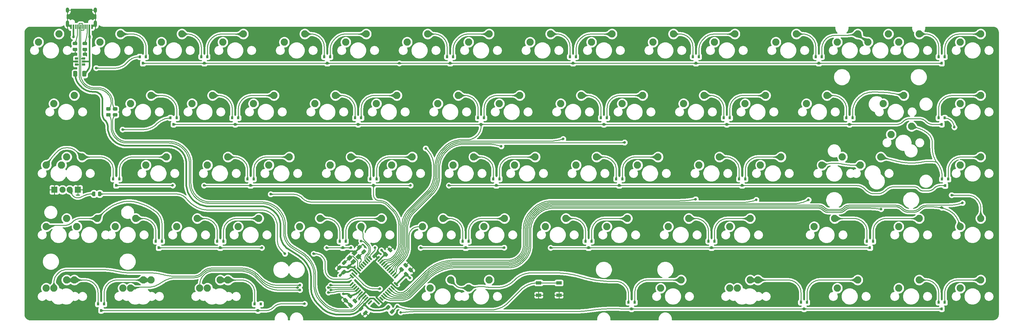
<source format=gbr>
%TF.GenerationSoftware,KiCad,Pcbnew,(5.1.10)-1*%
%TF.CreationDate,2021-07-23T21:16:20+02:00*%
%TF.ProjectId,67_E,36375f45-2e6b-4696-9361-645f70636258,rev?*%
%TF.SameCoordinates,Original*%
%TF.FileFunction,Copper,L2,Bot*%
%TF.FilePolarity,Positive*%
%FSLAX46Y46*%
G04 Gerber Fmt 4.6, Leading zero omitted, Abs format (unit mm)*
G04 Created by KiCad (PCBNEW (5.1.10)-1) date 2021-07-23 21:16:20*
%MOMM*%
%LPD*%
G01*
G04 APERTURE LIST*
%TA.AperFunction,SMDPad,CuDef*%
%ADD10R,0.800000X0.900000*%
%TD*%
%TA.AperFunction,ComponentPad*%
%ADD11C,2.250000*%
%TD*%
%TA.AperFunction,SMDPad,CuDef*%
%ADD12C,0.100000*%
%TD*%
%TA.AperFunction,SMDPad,CuDef*%
%ADD13R,1.700000X1.000000*%
%TD*%
%TA.AperFunction,ComponentPad*%
%ADD14R,1.905000X1.905000*%
%TD*%
%TA.AperFunction,ComponentPad*%
%ADD15C,1.905000*%
%TD*%
%TA.AperFunction,SMDPad,CuDef*%
%ADD16R,0.600000X1.450000*%
%TD*%
%TA.AperFunction,SMDPad,CuDef*%
%ADD17R,0.300000X1.450000*%
%TD*%
%TA.AperFunction,ComponentPad*%
%ADD18O,1.000000X2.100000*%
%TD*%
%TA.AperFunction,ComponentPad*%
%ADD19O,1.000000X1.600000*%
%TD*%
%TA.AperFunction,SMDPad,CuDef*%
%ADD20R,1.060000X0.650000*%
%TD*%
%TA.AperFunction,ViaPad*%
%ADD21C,0.800000*%
%TD*%
%TA.AperFunction,Conductor*%
%ADD22C,0.500000*%
%TD*%
%TA.AperFunction,Conductor*%
%ADD23C,0.250000*%
%TD*%
%TA.AperFunction,Conductor*%
%ADD24C,0.100000*%
%TD*%
%TA.AperFunction,Conductor*%
%ADD25C,0.025400*%
%TD*%
G04 APERTURE END LIST*
D10*
%TO.P,D34,2*%
%TO.N,Net-(D34-Pad2)*%
X130685500Y-166640000D03*
X132585500Y-166640000D03*
%TO.P,D34,1*%
%TO.N,row4*%
X131635500Y-168640000D03*
%TD*%
%TO.P,D31,2*%
%TO.N,Net-(D31-Pad2)*%
X342712000Y-108982000D03*
X344612000Y-108982000D03*
%TO.P,D31,1*%
%TO.N,row1*%
X343662000Y-110982000D03*
%TD*%
D11*
%TO.P,MX20,2*%
%TO.N,Net-(D9-Pad2)*%
X98576130Y-102045770D03*
%TO.P,MX20,1*%
%TO.N,col1*%
X92226130Y-104585770D03*
%TD*%
D10*
%TO.P,D1,2*%
%TO.N,Net-(D1-Pad2)*%
X95062000Y-90059000D03*
X96962000Y-90059000D03*
%TO.P,D1,1*%
%TO.N,row0*%
X96012000Y-92059000D03*
%TD*%
D11*
%TO.P,MX48,1*%
%TO.N,col13*%
X318444880Y-123635770D03*
%TO.P,MX48,2*%
%TO.N,Net-(D23-Pad2)*%
X324794880Y-121095770D03*
%TD*%
%TO.P,MX74,2*%
%TO.N,Net-(D33-Pad2)*%
X191444880Y-159195770D03*
%TO.P,MX74,1*%
%TO.N,col6*%
X185094880Y-161735770D03*
%TD*%
%TA.AperFunction,SMDPad,CuDef*%
D12*
%TO.P,U1,44*%
%TO.N,+5V*%
G36*
X168117298Y-165781060D02*
G01*
X168506206Y-165392152D01*
X169566866Y-166452812D01*
X169177958Y-166841720D01*
X168117298Y-165781060D01*
G37*
%TD.AperFunction*%
%TA.AperFunction,SMDPad,CuDef*%
%TO.P,U1,43*%
%TO.N,GND*%
G36*
X168682983Y-165215374D02*
G01*
X169071891Y-164826466D01*
X170132551Y-165887126D01*
X169743643Y-166276034D01*
X168682983Y-165215374D01*
G37*
%TD.AperFunction*%
%TA.AperFunction,SMDPad,CuDef*%
%TO.P,U1,42*%
%TO.N,Net-(U1-Pad42)*%
G36*
X169248668Y-164649689D02*
G01*
X169637576Y-164260781D01*
X170698236Y-165321441D01*
X170309328Y-165710349D01*
X169248668Y-164649689D01*
G37*
%TD.AperFunction*%
%TA.AperFunction,SMDPad,CuDef*%
%TO.P,U1,41*%
%TO.N,col13*%
G36*
X169814354Y-164084004D02*
G01*
X170203262Y-163695096D01*
X171263922Y-164755756D01*
X170875014Y-165144664D01*
X169814354Y-164084004D01*
G37*
%TD.AperFunction*%
%TA.AperFunction,SMDPad,CuDef*%
%TO.P,U1,40*%
%TO.N,col14*%
G36*
X170380039Y-163518318D02*
G01*
X170768947Y-163129410D01*
X171829607Y-164190070D01*
X171440699Y-164578978D01*
X170380039Y-163518318D01*
G37*
%TD.AperFunction*%
%TA.AperFunction,SMDPad,CuDef*%
%TO.P,U1,39*%
%TO.N,col15*%
G36*
X170945725Y-162952633D02*
G01*
X171334633Y-162563725D01*
X172395293Y-163624385D01*
X172006385Y-164013293D01*
X170945725Y-162952633D01*
G37*
%TD.AperFunction*%
%TA.AperFunction,SMDPad,CuDef*%
%TO.P,U1,38*%
%TO.N,col12*%
G36*
X171511410Y-162386947D02*
G01*
X171900318Y-161998039D01*
X172960978Y-163058699D01*
X172572070Y-163447607D01*
X171511410Y-162386947D01*
G37*
%TD.AperFunction*%
%TA.AperFunction,SMDPad,CuDef*%
%TO.P,U1,37*%
%TO.N,col11*%
G36*
X172077096Y-161821262D02*
G01*
X172466004Y-161432354D01*
X173526664Y-162493014D01*
X173137756Y-162881922D01*
X172077096Y-161821262D01*
G37*
%TD.AperFunction*%
%TA.AperFunction,SMDPad,CuDef*%
%TO.P,U1,36*%
%TO.N,col10*%
G36*
X172642781Y-161255576D02*
G01*
X173031689Y-160866668D01*
X174092349Y-161927328D01*
X173703441Y-162316236D01*
X172642781Y-161255576D01*
G37*
%TD.AperFunction*%
%TA.AperFunction,SMDPad,CuDef*%
%TO.P,U1,35*%
%TO.N,GND*%
G36*
X173208466Y-160689891D02*
G01*
X173597374Y-160300983D01*
X174658034Y-161361643D01*
X174269126Y-161750551D01*
X173208466Y-160689891D01*
G37*
%TD.AperFunction*%
%TA.AperFunction,SMDPad,CuDef*%
%TO.P,U1,34*%
%TO.N,+5V*%
G36*
X173774152Y-160124206D02*
G01*
X174163060Y-159735298D01*
X175223720Y-160795958D01*
X174834812Y-161184866D01*
X173774152Y-160124206D01*
G37*
%TD.AperFunction*%
%TA.AperFunction,SMDPad,CuDef*%
%TO.P,U1,33*%
%TO.N,Net-(R5-Pad2)*%
G36*
X174163060Y-158780702D02*
G01*
X173774152Y-158391794D01*
X174834812Y-157331134D01*
X175223720Y-157720042D01*
X174163060Y-158780702D01*
G37*
%TD.AperFunction*%
%TA.AperFunction,SMDPad,CuDef*%
%TO.P,U1,32*%
%TO.N,col6*%
G36*
X173597374Y-158215017D02*
G01*
X173208466Y-157826109D01*
X174269126Y-156765449D01*
X174658034Y-157154357D01*
X173597374Y-158215017D01*
G37*
%TD.AperFunction*%
%TA.AperFunction,SMDPad,CuDef*%
%TO.P,U1,31*%
%TO.N,col7*%
G36*
X173031689Y-157649332D02*
G01*
X172642781Y-157260424D01*
X173703441Y-156199764D01*
X174092349Y-156588672D01*
X173031689Y-157649332D01*
G37*
%TD.AperFunction*%
%TA.AperFunction,SMDPad,CuDef*%
%TO.P,U1,30*%
%TO.N,col9*%
G36*
X172466004Y-157083646D02*
G01*
X172077096Y-156694738D01*
X173137756Y-155634078D01*
X173526664Y-156022986D01*
X172466004Y-157083646D01*
G37*
%TD.AperFunction*%
%TA.AperFunction,SMDPad,CuDef*%
%TO.P,U1,29*%
%TO.N,col8*%
G36*
X171900318Y-156517961D02*
G01*
X171511410Y-156129053D01*
X172572070Y-155068393D01*
X172960978Y-155457301D01*
X171900318Y-156517961D01*
G37*
%TD.AperFunction*%
%TA.AperFunction,SMDPad,CuDef*%
%TO.P,U1,28*%
%TO.N,row1*%
G36*
X171334633Y-155952275D02*
G01*
X170945725Y-155563367D01*
X172006385Y-154502707D01*
X172395293Y-154891615D01*
X171334633Y-155952275D01*
G37*
%TD.AperFunction*%
%TA.AperFunction,SMDPad,CuDef*%
%TO.P,U1,27*%
%TO.N,row0*%
G36*
X170768947Y-155386590D02*
G01*
X170380039Y-154997682D01*
X171440699Y-153937022D01*
X171829607Y-154325930D01*
X170768947Y-155386590D01*
G37*
%TD.AperFunction*%
%TA.AperFunction,SMDPad,CuDef*%
%TO.P,U1,26*%
%TO.N,row2*%
G36*
X170203262Y-154820904D02*
G01*
X169814354Y-154431996D01*
X170875014Y-153371336D01*
X171263922Y-153760244D01*
X170203262Y-154820904D01*
G37*
%TD.AperFunction*%
%TA.AperFunction,SMDPad,CuDef*%
%TO.P,U1,25*%
%TO.N,col3*%
G36*
X169637576Y-154255219D02*
G01*
X169248668Y-153866311D01*
X170309328Y-152805651D01*
X170698236Y-153194559D01*
X169637576Y-154255219D01*
G37*
%TD.AperFunction*%
%TA.AperFunction,SMDPad,CuDef*%
%TO.P,U1,24*%
%TO.N,+5V*%
G36*
X169071891Y-153689534D02*
G01*
X168682983Y-153300626D01*
X169743643Y-152239966D01*
X170132551Y-152628874D01*
X169071891Y-153689534D01*
G37*
%TD.AperFunction*%
%TA.AperFunction,SMDPad,CuDef*%
%TO.P,U1,23*%
%TO.N,GND*%
G36*
X168506206Y-153123848D02*
G01*
X168117298Y-152734940D01*
X169177958Y-151674280D01*
X169566866Y-152063188D01*
X168506206Y-153123848D01*
G37*
%TD.AperFunction*%
%TA.AperFunction,SMDPad,CuDef*%
%TO.P,U1,22*%
%TO.N,row3*%
G36*
X165713134Y-152063188D02*
G01*
X166102042Y-151674280D01*
X167162702Y-152734940D01*
X166773794Y-153123848D01*
X165713134Y-152063188D01*
G37*
%TD.AperFunction*%
%TA.AperFunction,SMDPad,CuDef*%
%TO.P,U1,21*%
%TO.N,col5*%
G36*
X165147449Y-152628874D02*
G01*
X165536357Y-152239966D01*
X166597017Y-153300626D01*
X166208109Y-153689534D01*
X165147449Y-152628874D01*
G37*
%TD.AperFunction*%
%TA.AperFunction,SMDPad,CuDef*%
%TO.P,U1,20*%
%TO.N,col4*%
G36*
X164581764Y-153194559D02*
G01*
X164970672Y-152805651D01*
X166031332Y-153866311D01*
X165642424Y-154255219D01*
X164581764Y-153194559D01*
G37*
%TD.AperFunction*%
%TA.AperFunction,SMDPad,CuDef*%
%TO.P,U1,19*%
%TO.N,Net-(U1-Pad19)*%
G36*
X164016078Y-153760244D02*
G01*
X164404986Y-153371336D01*
X165465646Y-154431996D01*
X165076738Y-154820904D01*
X164016078Y-153760244D01*
G37*
%TD.AperFunction*%
%TA.AperFunction,SMDPad,CuDef*%
%TO.P,U1,18*%
%TO.N,Net-(U1-Pad18)*%
G36*
X163450393Y-154325930D02*
G01*
X163839301Y-153937022D01*
X164899961Y-154997682D01*
X164511053Y-155386590D01*
X163450393Y-154325930D01*
G37*
%TD.AperFunction*%
%TA.AperFunction,SMDPad,CuDef*%
%TO.P,U1,17*%
%TO.N,Net-(C8-Pad1)*%
G36*
X162884707Y-154891615D02*
G01*
X163273615Y-154502707D01*
X164334275Y-155563367D01*
X163945367Y-155952275D01*
X162884707Y-154891615D01*
G37*
%TD.AperFunction*%
%TA.AperFunction,SMDPad,CuDef*%
%TO.P,U1,16*%
%TO.N,Net-(C9-Pad1)*%
G36*
X162319022Y-155457301D02*
G01*
X162707930Y-155068393D01*
X163768590Y-156129053D01*
X163379682Y-156517961D01*
X162319022Y-155457301D01*
G37*
%TD.AperFunction*%
%TA.AperFunction,SMDPad,CuDef*%
%TO.P,U1,15*%
%TO.N,GND*%
G36*
X161753336Y-156022986D02*
G01*
X162142244Y-155634078D01*
X163202904Y-156694738D01*
X162813996Y-157083646D01*
X161753336Y-156022986D01*
G37*
%TD.AperFunction*%
%TA.AperFunction,SMDPad,CuDef*%
%TO.P,U1,14*%
%TO.N,+5V*%
G36*
X161187651Y-156588672D02*
G01*
X161576559Y-156199764D01*
X162637219Y-157260424D01*
X162248311Y-157649332D01*
X161187651Y-156588672D01*
G37*
%TD.AperFunction*%
%TA.AperFunction,SMDPad,CuDef*%
%TO.P,U1,13*%
%TO.N,Net-(R6-Pad1)*%
G36*
X160621966Y-157154357D02*
G01*
X161010874Y-156765449D01*
X162071534Y-157826109D01*
X161682626Y-158215017D01*
X160621966Y-157154357D01*
G37*
%TD.AperFunction*%
%TA.AperFunction,SMDPad,CuDef*%
%TO.P,U1,12*%
%TO.N,Net-(R7-Pad2)*%
G36*
X160056280Y-157720042D02*
G01*
X160445188Y-157331134D01*
X161505848Y-158391794D01*
X161116940Y-158780702D01*
X160056280Y-157720042D01*
G37*
%TD.AperFunction*%
%TA.AperFunction,SMDPad,CuDef*%
%TO.P,U1,11*%
%TO.N,col0*%
G36*
X160445188Y-161184866D02*
G01*
X160056280Y-160795958D01*
X161116940Y-159735298D01*
X161505848Y-160124206D01*
X160445188Y-161184866D01*
G37*
%TD.AperFunction*%
%TA.AperFunction,SMDPad,CuDef*%
%TO.P,U1,10*%
%TO.N,col1*%
G36*
X161010874Y-161750551D02*
G01*
X160621966Y-161361643D01*
X161682626Y-160300983D01*
X162071534Y-160689891D01*
X161010874Y-161750551D01*
G37*
%TD.AperFunction*%
%TA.AperFunction,SMDPad,CuDef*%
%TO.P,U1,9*%
%TO.N,col2*%
G36*
X161576559Y-162316236D02*
G01*
X161187651Y-161927328D01*
X162248311Y-160866668D01*
X162637219Y-161255576D01*
X161576559Y-162316236D01*
G37*
%TD.AperFunction*%
%TA.AperFunction,SMDPad,CuDef*%
%TO.P,U1,8*%
%TO.N,row4*%
G36*
X162142244Y-162881922D02*
G01*
X161753336Y-162493014D01*
X162813996Y-161432354D01*
X163202904Y-161821262D01*
X162142244Y-162881922D01*
G37*
%TD.AperFunction*%
%TA.AperFunction,SMDPad,CuDef*%
%TO.P,U1,7*%
%TO.N,+5V*%
G36*
X162707930Y-163447607D02*
G01*
X162319022Y-163058699D01*
X163379682Y-161998039D01*
X163768590Y-162386947D01*
X162707930Y-163447607D01*
G37*
%TD.AperFunction*%
%TA.AperFunction,SMDPad,CuDef*%
%TO.P,U1,6*%
%TO.N,Net-(C7-Pad1)*%
G36*
X163273615Y-164013293D02*
G01*
X162884707Y-163624385D01*
X163945367Y-162563725D01*
X164334275Y-162952633D01*
X163273615Y-164013293D01*
G37*
%TD.AperFunction*%
%TA.AperFunction,SMDPad,CuDef*%
%TO.P,U1,5*%
%TO.N,GND*%
G36*
X163839301Y-164578978D02*
G01*
X163450393Y-164190070D01*
X164511053Y-163129410D01*
X164899961Y-163518318D01*
X163839301Y-164578978D01*
G37*
%TD.AperFunction*%
%TA.AperFunction,SMDPad,CuDef*%
%TO.P,U1,4*%
%TO.N,Net-(R3-Pad2)*%
G36*
X164404986Y-165144664D02*
G01*
X164016078Y-164755756D01*
X165076738Y-163695096D01*
X165465646Y-164084004D01*
X164404986Y-165144664D01*
G37*
%TD.AperFunction*%
%TA.AperFunction,SMDPad,CuDef*%
%TO.P,U1,3*%
%TO.N,Net-(R4-Pad2)*%
G36*
X164970672Y-165710349D02*
G01*
X164581764Y-165321441D01*
X165642424Y-164260781D01*
X166031332Y-164649689D01*
X164970672Y-165710349D01*
G37*
%TD.AperFunction*%
%TA.AperFunction,SMDPad,CuDef*%
%TO.P,U1,2*%
%TO.N,+5V*%
G36*
X165536357Y-166276034D02*
G01*
X165147449Y-165887126D01*
X166208109Y-164826466D01*
X166597017Y-165215374D01*
X165536357Y-166276034D01*
G37*
%TD.AperFunction*%
%TA.AperFunction,SMDPad,CuDef*%
%TO.P,U1,1*%
%TO.N,Net-(U1-Pad1)*%
G36*
X166102042Y-166841720D02*
G01*
X165713134Y-166452812D01*
X166773794Y-165392152D01*
X167162702Y-165781060D01*
X166102042Y-166841720D01*
G37*
%TD.AperFunction*%
%TD*%
D13*
%TO.P,RESET,1*%
%TO.N,GND*%
X218719000Y-163888500D03*
X225019000Y-163888500D03*
%TO.P,RESET,2*%
%TO.N,Net-(R6-Pad1)*%
X218719000Y-160088500D03*
X225019000Y-160088500D03*
%TD*%
D11*
%TO.P,MX35,1*%
%TO.N,col13*%
X327969880Y-114110770D03*
%TO.P,MX35,2*%
%TO.N,Net-(D23-Pad2)*%
X334319880Y-111570770D03*
%TD*%
D14*
%TO.P,MX34,3*%
%TO.N,GND*%
X68562380Y-131255770D03*
D15*
%TO.P,MX34,4*%
%TO.N,capsLED*%
X71112380Y-131255770D03*
D11*
%TO.P,MX34,1*%
%TO.N,caps*%
X66032380Y-123635770D03*
%TO.P,MX34,2*%
%TO.N,col0*%
X72382380Y-121095770D03*
%TD*%
D10*
%TO.P,D36,2*%
%TO.N,Net-(D36-Pad2)*%
X342712000Y-166132000D03*
X344612000Y-166132000D03*
%TO.P,D36,1*%
%TO.N,row4*%
X343662000Y-168132000D03*
%TD*%
%TO.P,D35,2*%
%TO.N,Net-(D35-Pad2)*%
X300040000Y-166132000D03*
X301940000Y-166132000D03*
%TO.P,D35,1*%
%TO.N,row4*%
X300990000Y-168132000D03*
%TD*%
%TO.P,D33,2*%
%TO.N,Net-(D33-Pad2)*%
X246573000Y-166132000D03*
X248473000Y-166132000D03*
%TO.P,D33,1*%
%TO.N,row4*%
X247523000Y-168132000D03*
%TD*%
%TO.P,D32,2*%
%TO.N,Net-(D32-Pad2)*%
X82108000Y-166640000D03*
X84008000Y-166640000D03*
%TO.P,D32,1*%
%TO.N,row4*%
X83058000Y-168640000D03*
%TD*%
%TO.P,D30,2*%
%TO.N,Net-(D30-Pad2)*%
X320487000Y-147209000D03*
X322387000Y-147209000D03*
%TO.P,D30,1*%
%TO.N,row3*%
X321437000Y-149209000D03*
%TD*%
%TO.P,D29,2*%
%TO.N,Net-(D29-Pad2)*%
X271338000Y-147209000D03*
X273238000Y-147209000D03*
%TO.P,D29,1*%
%TO.N,row3*%
X272288000Y-149209000D03*
%TD*%
%TO.P,D28,2*%
%TO.N,Net-(D28-Pad2)*%
X233238000Y-147209000D03*
X235138000Y-147209000D03*
%TO.P,D28,1*%
%TO.N,row3*%
X234188000Y-149209000D03*
%TD*%
%TO.P,D27,2*%
%TO.N,Net-(D27-Pad2)*%
X195138000Y-147209000D03*
X197038000Y-147209000D03*
%TO.P,D27,1*%
%TO.N,row3*%
X196088000Y-149209000D03*
%TD*%
%TO.P,D26,2*%
%TO.N,Net-(D26-Pad2)*%
X157038000Y-147209000D03*
X158938000Y-147209000D03*
%TO.P,D26,1*%
%TO.N,row3*%
X157988000Y-149209000D03*
%TD*%
%TO.P,D25,2*%
%TO.N,Net-(D25-Pad2)*%
X119065000Y-147209000D03*
X120965000Y-147209000D03*
%TO.P,D25,1*%
%TO.N,row3*%
X120015000Y-149209000D03*
%TD*%
%TO.P,D24,2*%
%TO.N,Net-(D24-Pad2)*%
X100015000Y-147209000D03*
X101915000Y-147209000D03*
%TO.P,D24,1*%
%TO.N,row3*%
X100965000Y-149209000D03*
%TD*%
%TO.P,D23,2*%
%TO.N,Net-(D23-Pad2)*%
X343791500Y-127968500D03*
X345691500Y-127968500D03*
%TO.P,D23,1*%
%TO.N,row2*%
X344741500Y-129968500D03*
%TD*%
%TO.P,D22,2*%
%TO.N,Net-(D22-Pad2)*%
X280863000Y-127905000D03*
X282763000Y-127905000D03*
%TO.P,D22,1*%
%TO.N,row2*%
X281813000Y-129905000D03*
%TD*%
%TO.P,D21,2*%
%TO.N,Net-(D21-Pad2)*%
X242763000Y-127905000D03*
X244663000Y-127905000D03*
%TO.P,D21,1*%
%TO.N,row2*%
X243713000Y-129905000D03*
%TD*%
%TO.P,D20,2*%
%TO.N,Net-(D20-Pad2)*%
X204663000Y-127905000D03*
X206563000Y-127905000D03*
%TO.P,D20,1*%
%TO.N,row2*%
X205613000Y-129905000D03*
%TD*%
%TO.P,D19,2*%
%TO.N,Net-(D19-Pad2)*%
X166563000Y-127905000D03*
X168463000Y-127905000D03*
%TO.P,D19,1*%
%TO.N,row2*%
X167513000Y-129905000D03*
%TD*%
%TO.P,D18,2*%
%TO.N,Net-(D18-Pad2)*%
X128463000Y-127905000D03*
X130363000Y-127905000D03*
%TO.P,D18,1*%
%TO.N,row2*%
X129413000Y-129905000D03*
%TD*%
%TO.P,D17,2*%
%TO.N,caps*%
X86807000Y-127905000D03*
X88707000Y-127905000D03*
%TO.P,D17,1*%
%TO.N,row2*%
X87757000Y-129905000D03*
%TD*%
%TO.P,D15,2*%
%TO.N,Net-(D15-Pad2)*%
X314137000Y-108982000D03*
X316037000Y-108982000D03*
%TO.P,D15,1*%
%TO.N,row1*%
X315087000Y-110982000D03*
%TD*%
%TO.P,D14,2*%
%TO.N,Net-(D14-Pad2)*%
X276100500Y-108982000D03*
X278000500Y-108982000D03*
%TO.P,D14,1*%
%TO.N,row1*%
X277050500Y-110982000D03*
%TD*%
%TO.P,D13,2*%
%TO.N,Net-(D13-Pad2)*%
X238000500Y-108982000D03*
X239900500Y-108982000D03*
%TO.P,D13,1*%
%TO.N,row1*%
X238950500Y-110982000D03*
%TD*%
%TO.P,D12,2*%
%TO.N,Net-(D12-Pad2)*%
X199900500Y-108982000D03*
X201800500Y-108982000D03*
%TO.P,D12,1*%
%TO.N,row1*%
X200850500Y-110982000D03*
%TD*%
%TO.P,D11,2*%
%TO.N,Net-(D11-Pad2)*%
X161800500Y-108982000D03*
X163700500Y-108982000D03*
%TO.P,D11,1*%
%TO.N,row1*%
X162750500Y-110982000D03*
%TD*%
%TO.P,D10,2*%
%TO.N,Net-(D10-Pad2)*%
X123700500Y-108982000D03*
X125600500Y-108982000D03*
%TO.P,D10,1*%
%TO.N,row1*%
X124650500Y-110982000D03*
%TD*%
%TO.P,D9,2*%
%TO.N,Net-(D9-Pad2)*%
X104587000Y-108982000D03*
X106487000Y-108982000D03*
%TO.P,D9,1*%
%TO.N,row1*%
X105537000Y-110982000D03*
%TD*%
%TO.P,D8,2*%
%TO.N,Net-(D8-Pad2)*%
X342712000Y-90059000D03*
X344612000Y-90059000D03*
%TO.P,D8,1*%
%TO.N,row0*%
X343662000Y-92059000D03*
%TD*%
%TO.P,D7,2*%
%TO.N,Net-(D7-Pad2)*%
X304612000Y-90059000D03*
X306512000Y-90059000D03*
%TO.P,D7,1*%
%TO.N,row0*%
X305562000Y-92059000D03*
%TD*%
%TO.P,D6,2*%
%TO.N,Net-(D6-Pad2)*%
X266512000Y-90059000D03*
X268412000Y-90059000D03*
%TO.P,D6,1*%
%TO.N,row0*%
X267462000Y-92059000D03*
%TD*%
%TO.P,D5,2*%
%TO.N,Net-(D5-Pad2)*%
X228412000Y-90059000D03*
X230312000Y-90059000D03*
%TO.P,D5,1*%
%TO.N,row0*%
X229362000Y-92059000D03*
%TD*%
%TO.P,D4,2*%
%TO.N,Net-(D4-Pad2)*%
X190312000Y-90059000D03*
X192212000Y-90059000D03*
%TO.P,D4,1*%
%TO.N,row0*%
X191262000Y-92059000D03*
%TD*%
%TO.P,D3,2*%
%TO.N,Net-(D3-Pad2)*%
X152212000Y-90059000D03*
X154112000Y-90059000D03*
%TO.P,D3,1*%
%TO.N,row0*%
X153162000Y-92059000D03*
%TD*%
%TO.P,D2,2*%
%TO.N,Net-(D2-Pad2)*%
X114112000Y-90059000D03*
X116012000Y-90059000D03*
%TO.P,D2,1*%
%TO.N,row0*%
X115062000Y-92059000D03*
%TD*%
%TA.AperFunction,SMDPad,CuDef*%
D12*
%TO.P,X1,1*%
%TO.N,Net-(C8-Pad1)*%
G36*
X162930069Y-151049984D02*
G01*
X163778597Y-151898512D01*
X162788647Y-152888462D01*
X161940119Y-152039934D01*
X162930069Y-151049984D01*
G37*
%TD.AperFunction*%
%TA.AperFunction,SMDPad,CuDef*%
%TO.P,X1,2*%
%TO.N,GND*%
G36*
X161374434Y-152605619D02*
G01*
X162222962Y-153454147D01*
X161233012Y-154444097D01*
X160384484Y-153595569D01*
X161374434Y-152605619D01*
G37*
%TD.AperFunction*%
%TA.AperFunction,SMDPad,CuDef*%
%TO.P,X1,3*%
%TO.N,Net-(C9-Pad1)*%
G36*
X160172353Y-151403538D02*
G01*
X161020881Y-152252066D01*
X160030931Y-153242016D01*
X159182403Y-152393488D01*
X160172353Y-151403538D01*
G37*
%TD.AperFunction*%
%TA.AperFunction,SMDPad,CuDef*%
%TO.P,X1,4*%
%TO.N,GND*%
G36*
X161727988Y-149847903D02*
G01*
X162576516Y-150696431D01*
X161586566Y-151686381D01*
X160738038Y-150837853D01*
X161727988Y-149847903D01*
G37*
%TD.AperFunction*%
%TD*%
D16*
%TO.P,USB1,B1*%
%TO.N,GND*%
X80227240Y-80737760D03*
%TO.P,USB1,A9*%
%TO.N,VCC*%
X79427240Y-80737760D03*
%TO.P,USB1,B9*%
X74527240Y-80737760D03*
%TO.P,USB1,B12*%
%TO.N,GND*%
X73727240Y-80737760D03*
%TO.P,USB1,A1*%
X73727240Y-80737760D03*
%TO.P,USB1,A4*%
%TO.N,VCC*%
X74527240Y-80737760D03*
%TO.P,USB1,B4*%
X79427240Y-80737760D03*
%TO.P,USB1,A12*%
%TO.N,GND*%
X80227240Y-80737760D03*
D17*
%TO.P,USB1,B8*%
%TO.N,Net-(USB1-PadB8)*%
X75227240Y-80737760D03*
%TO.P,USB1,A5*%
%TO.N,Net-(R1-Pad2)*%
X75727240Y-80737760D03*
%TO.P,USB1,B7*%
%TO.N,D-*%
X76227240Y-80737760D03*
%TO.P,USB1,A7*%
X77227240Y-80737760D03*
%TO.P,USB1,B6*%
%TO.N,D+*%
X77727240Y-80737760D03*
%TO.P,USB1,A8*%
%TO.N,Net-(USB1-PadA8)*%
X78227240Y-80737760D03*
%TO.P,USB1,B5*%
%TO.N,Net-(R2-Pad2)*%
X78727240Y-80737760D03*
%TO.P,USB1,A6*%
%TO.N,D+*%
X76727240Y-80737760D03*
D18*
%TO.P,USB1,S1*%
%TO.N,GND*%
X81297240Y-79822760D03*
X72657240Y-79822760D03*
D19*
X72657240Y-75642760D03*
X81297240Y-75642760D03*
%TD*%
D20*
%TO.P,U2,1*%
%TO.N,D-*%
X75417500Y-92453500D03*
%TO.P,U2,2*%
%TO.N,GND*%
X75417500Y-91503500D03*
%TO.P,U2,3*%
%TO.N,Net-(U2-Pad3)*%
X75417500Y-90553500D03*
%TO.P,U2,4*%
%TO.N,D+*%
X77617500Y-90553500D03*
%TO.P,U2,6*%
%TO.N,Net-(U2-Pad6)*%
X77617500Y-92453500D03*
%TO.P,U2,5*%
%TO.N,VCC*%
X77617500Y-91503500D03*
%TD*%
%TO.P,R7,1*%
%TO.N,capsLED*%
%TA.AperFunction,SMDPad,CuDef*%
G36*
G01*
X80299500Y-132974501D02*
X80299500Y-132074499D01*
G75*
G02*
X80549499Y-131824500I249999J0D01*
G01*
X81074501Y-131824500D01*
G75*
G02*
X81324500Y-132074499I0J-249999D01*
G01*
X81324500Y-132974501D01*
G75*
G02*
X81074501Y-133224500I-249999J0D01*
G01*
X80549499Y-133224500D01*
G75*
G02*
X80299500Y-132974501I0J249999D01*
G01*
G37*
%TD.AperFunction*%
%TO.P,R7,2*%
%TO.N,Net-(R7-Pad2)*%
%TA.AperFunction,SMDPad,CuDef*%
G36*
G01*
X82124500Y-132974501D02*
X82124500Y-132074499D01*
G75*
G02*
X82374499Y-131824500I249999J0D01*
G01*
X82899501Y-131824500D01*
G75*
G02*
X83149500Y-132074499I0J-249999D01*
G01*
X83149500Y-132974501D01*
G75*
G02*
X82899501Y-133224500I-249999J0D01*
G01*
X82374499Y-133224500D01*
G75*
G02*
X82124500Y-132974501I0J249999D01*
G01*
G37*
%TD.AperFunction*%
%TD*%
%TO.P,R6,1*%
%TO.N,Net-(R6-Pad1)*%
%TA.AperFunction,SMDPad,CuDef*%
G36*
G01*
X173982326Y-169027928D02*
X173345928Y-169664326D01*
G75*
G02*
X172992376Y-169664326I-176776J176776D01*
G01*
X172621144Y-169293094D01*
G75*
G02*
X172621144Y-168939542I176776J176776D01*
G01*
X173257542Y-168303144D01*
G75*
G02*
X173611094Y-168303144I176776J-176776D01*
G01*
X173982326Y-168674376D01*
G75*
G02*
X173982326Y-169027928I-176776J-176776D01*
G01*
G37*
%TD.AperFunction*%
%TO.P,R6,2*%
%TO.N,+5V*%
%TA.AperFunction,SMDPad,CuDef*%
G36*
G01*
X172691856Y-167737458D02*
X172055458Y-168373856D01*
G75*
G02*
X171701906Y-168373856I-176776J176776D01*
G01*
X171330674Y-168002624D01*
G75*
G02*
X171330674Y-167649072I176776J176776D01*
G01*
X171967072Y-167012674D01*
G75*
G02*
X172320624Y-167012674I176776J-176776D01*
G01*
X172691856Y-167383906D01*
G75*
G02*
X172691856Y-167737458I-176776J-176776D01*
G01*
G37*
%TD.AperFunction*%
%TD*%
%TO.P,R5,1*%
%TO.N,GND*%
%TA.AperFunction,SMDPad,CuDef*%
G36*
G01*
X177566422Y-153942021D02*
X178202820Y-154578419D01*
G75*
G02*
X178202820Y-154931971I-176776J-176776D01*
G01*
X177831588Y-155303203D01*
G75*
G02*
X177478036Y-155303203I-176776J176776D01*
G01*
X176841638Y-154666805D01*
G75*
G02*
X176841638Y-154313253I176776J176776D01*
G01*
X177212870Y-153942021D01*
G75*
G02*
X177566422Y-153942021I176776J-176776D01*
G01*
G37*
%TD.AperFunction*%
%TO.P,R5,2*%
%TO.N,Net-(R5-Pad2)*%
%TA.AperFunction,SMDPad,CuDef*%
G36*
G01*
X176275952Y-155232491D02*
X176912350Y-155868889D01*
G75*
G02*
X176912350Y-156222441I-176776J-176776D01*
G01*
X176541118Y-156593673D01*
G75*
G02*
X176187566Y-156593673I-176776J176776D01*
G01*
X175551168Y-155957275D01*
G75*
G02*
X175551168Y-155603723I176776J176776D01*
G01*
X175922400Y-155232491D01*
G75*
G02*
X176275952Y-155232491I176776J-176776D01*
G01*
G37*
%TD.AperFunction*%
%TD*%
%TO.P,R4,1*%
%TO.N,D-*%
%TA.AperFunction,SMDPad,CuDef*%
G36*
G01*
X84893999Y-105699500D02*
X85794001Y-105699500D01*
G75*
G02*
X86044000Y-105949499I0J-249999D01*
G01*
X86044000Y-106474501D01*
G75*
G02*
X85794001Y-106724500I-249999J0D01*
G01*
X84893999Y-106724500D01*
G75*
G02*
X84644000Y-106474501I0J249999D01*
G01*
X84644000Y-105949499D01*
G75*
G02*
X84893999Y-105699500I249999J0D01*
G01*
G37*
%TD.AperFunction*%
%TO.P,R4,2*%
%TO.N,Net-(R4-Pad2)*%
%TA.AperFunction,SMDPad,CuDef*%
G36*
G01*
X84893999Y-107524500D02*
X85794001Y-107524500D01*
G75*
G02*
X86044000Y-107774499I0J-249999D01*
G01*
X86044000Y-108299501D01*
G75*
G02*
X85794001Y-108549500I-249999J0D01*
G01*
X84893999Y-108549500D01*
G75*
G02*
X84644000Y-108299501I0J249999D01*
G01*
X84644000Y-107774499D01*
G75*
G02*
X84893999Y-107524500I249999J0D01*
G01*
G37*
%TD.AperFunction*%
%TD*%
%TO.P,R3,1*%
%TO.N,D+*%
%TA.AperFunction,SMDPad,CuDef*%
G36*
G01*
X86989499Y-105699500D02*
X87889501Y-105699500D01*
G75*
G02*
X88139500Y-105949499I0J-249999D01*
G01*
X88139500Y-106474501D01*
G75*
G02*
X87889501Y-106724500I-249999J0D01*
G01*
X86989499Y-106724500D01*
G75*
G02*
X86739500Y-106474501I0J249999D01*
G01*
X86739500Y-105949499D01*
G75*
G02*
X86989499Y-105699500I249999J0D01*
G01*
G37*
%TD.AperFunction*%
%TO.P,R3,2*%
%TO.N,Net-(R3-Pad2)*%
%TA.AperFunction,SMDPad,CuDef*%
G36*
G01*
X86989499Y-107524500D02*
X87889501Y-107524500D01*
G75*
G02*
X88139500Y-107774499I0J-249999D01*
G01*
X88139500Y-108299501D01*
G75*
G02*
X87889501Y-108549500I-249999J0D01*
G01*
X86989499Y-108549500D01*
G75*
G02*
X86739500Y-108299501I0J249999D01*
G01*
X86739500Y-107774499D01*
G75*
G02*
X86989499Y-107524500I249999J0D01*
G01*
G37*
%TD.AperFunction*%
%TD*%
%TO.P,R2,1*%
%TO.N,GND*%
%TA.AperFunction,SMDPad,CuDef*%
G36*
G01*
X78491501Y-88293000D02*
X77591499Y-88293000D01*
G75*
G02*
X77341500Y-88043001I0J249999D01*
G01*
X77341500Y-87517999D01*
G75*
G02*
X77591499Y-87268000I249999J0D01*
G01*
X78491501Y-87268000D01*
G75*
G02*
X78741500Y-87517999I0J-249999D01*
G01*
X78741500Y-88043001D01*
G75*
G02*
X78491501Y-88293000I-249999J0D01*
G01*
G37*
%TD.AperFunction*%
%TO.P,R2,2*%
%TO.N,Net-(R2-Pad2)*%
%TA.AperFunction,SMDPad,CuDef*%
G36*
G01*
X78491501Y-86468000D02*
X77591499Y-86468000D01*
G75*
G02*
X77341500Y-86218001I0J249999D01*
G01*
X77341500Y-85692999D01*
G75*
G02*
X77591499Y-85443000I249999J0D01*
G01*
X78491501Y-85443000D01*
G75*
G02*
X78741500Y-85692999I0J-249999D01*
G01*
X78741500Y-86218001D01*
G75*
G02*
X78491501Y-86468000I-249999J0D01*
G01*
G37*
%TD.AperFunction*%
%TD*%
%TO.P,R1,1*%
%TO.N,GND*%
%TA.AperFunction,SMDPad,CuDef*%
G36*
G01*
X75443501Y-88293000D02*
X74543499Y-88293000D01*
G75*
G02*
X74293500Y-88043001I0J249999D01*
G01*
X74293500Y-87517999D01*
G75*
G02*
X74543499Y-87268000I249999J0D01*
G01*
X75443501Y-87268000D01*
G75*
G02*
X75693500Y-87517999I0J-249999D01*
G01*
X75693500Y-88043001D01*
G75*
G02*
X75443501Y-88293000I-249999J0D01*
G01*
G37*
%TD.AperFunction*%
%TO.P,R1,2*%
%TO.N,Net-(R1-Pad2)*%
%TA.AperFunction,SMDPad,CuDef*%
G36*
G01*
X75443501Y-86468000D02*
X74543499Y-86468000D01*
G75*
G02*
X74293500Y-86218001I0J249999D01*
G01*
X74293500Y-85692999D01*
G75*
G02*
X74543499Y-85443000I249999J0D01*
G01*
X75443501Y-85443000D01*
G75*
G02*
X75693500Y-85692999I0J-249999D01*
G01*
X75693500Y-86218001D01*
G75*
G02*
X75443501Y-86468000I-249999J0D01*
G01*
G37*
%TD.AperFunction*%
%TD*%
D11*
%TO.P,MX79,2*%
%TO.N,Net-(D36-Pad2)*%
X355751130Y-159195770D03*
%TO.P,MX79,1*%
%TO.N,col15*%
X349401130Y-161735770D03*
%TD*%
%TO.P,MX78,2*%
%TO.N,Net-(D36-Pad2)*%
X336701130Y-159195770D03*
%TO.P,MX78,1*%
%TO.N,col14*%
X330351130Y-161735770D03*
%TD*%
%TO.P,MX77,2*%
%TO.N,Net-(D35-Pad2)*%
X317651130Y-159195770D03*
%TO.P,MX77,1*%
%TO.N,col13*%
X311301130Y-161735770D03*
%TD*%
%TO.P,MX76,2*%
%TO.N,Net-(D35-Pad2)*%
X286694880Y-159195770D03*
%TO.P,MX76,1*%
%TO.N,col12*%
X280344880Y-161735770D03*
%TD*%
%TO.P,MX75,2*%
%TO.N,Net-(D33-Pad2)*%
X262882380Y-159195770D03*
%TO.P,MX75,1*%
%TO.N,col11*%
X256532380Y-161735770D03*
%TD*%
%TO.P,MX73,2*%
%TO.N,Net-(D34-Pad2)*%
X120007380Y-159195770D03*
%TO.P,MX73,1*%
%TO.N,col2*%
X113657380Y-161735770D03*
%TD*%
%TO.P,MX72,2*%
%TO.N,Net-(D32-Pad2)*%
X96194880Y-159195770D03*
%TO.P,MX72,1*%
%TO.N,col1*%
X89844880Y-161735770D03*
%TD*%
%TO.P,MX71,2*%
%TO.N,Net-(D32-Pad2)*%
X72382380Y-159195770D03*
%TO.P,MX71,1*%
%TO.N,col0*%
X66032380Y-161735770D03*
%TD*%
%TO.P,MX70,2*%
%TO.N,Net-(D35-Pad2)*%
X284313630Y-159195770D03*
%TO.P,MX70,1*%
%TO.N,col12*%
X277963630Y-161735770D03*
%TD*%
%TO.P,MX69,2*%
%TO.N,col6*%
X203351130Y-159195770D03*
%TO.P,MX69,1*%
%TO.N,Net-(D33-Pad2)*%
X197001130Y-161735770D03*
%TD*%
%TO.P,MX68,2*%
%TO.N,Net-(D34-Pad2)*%
X122388630Y-159195770D03*
%TO.P,MX68,1*%
%TO.N,col2*%
X116038630Y-161735770D03*
%TD*%
%TO.P,MX67,2*%
%TO.N,Net-(D32-Pad2)*%
X98576130Y-159195770D03*
%TO.P,MX67,1*%
%TO.N,col1*%
X92226130Y-161735770D03*
%TD*%
%TO.P,MX66,2*%
%TO.N,Net-(D32-Pad2)*%
X74763630Y-159195770D03*
%TO.P,MX66,1*%
%TO.N,col0*%
X68413630Y-161735770D03*
%TD*%
%TO.P,MX65,2*%
%TO.N,Net-(D31-Pad2)*%
X355751130Y-140145770D03*
%TO.P,MX65,1*%
%TO.N,col14*%
X349401130Y-142685770D03*
%TD*%
%TO.P,MX64,2*%
%TO.N,Net-(D30-Pad2)*%
X336701130Y-140145770D03*
%TO.P,MX64,1*%
%TO.N,col13*%
X330351130Y-142685770D03*
%TD*%
%TO.P,MX63,2*%
%TO.N,Net-(D30-Pad2)*%
X310507380Y-140145770D03*
%TO.P,MX63,1*%
%TO.N,col12*%
X304157380Y-142685770D03*
%TD*%
%TO.P,MX62,2*%
%TO.N,Net-(D29-Pad2)*%
X284313630Y-140145770D03*
%TO.P,MX62,1*%
%TO.N,col11*%
X277963630Y-142685770D03*
%TD*%
%TO.P,MX61,2*%
%TO.N,Net-(D29-Pad2)*%
X265263630Y-140145770D03*
%TO.P,MX61,1*%
%TO.N,col10*%
X258913630Y-142685770D03*
%TD*%
%TO.P,MX60,2*%
%TO.N,Net-(D28-Pad2)*%
X246213630Y-140145770D03*
%TO.P,MX60,1*%
%TO.N,col9*%
X239863630Y-142685770D03*
%TD*%
%TO.P,MX59,2*%
%TO.N,Net-(D28-Pad2)*%
X227163630Y-140145770D03*
%TO.P,MX59,1*%
%TO.N,col8*%
X220813630Y-142685770D03*
%TD*%
%TO.P,MX58,2*%
%TO.N,Net-(D27-Pad2)*%
X208113630Y-140145770D03*
%TO.P,MX58,1*%
%TO.N,col7*%
X201763630Y-142685770D03*
%TD*%
%TO.P,MX57,2*%
%TO.N,Net-(D27-Pad2)*%
X189063630Y-140145770D03*
%TO.P,MX57,1*%
%TO.N,col6*%
X182713630Y-142685770D03*
%TD*%
%TO.P,MX56,2*%
%TO.N,Net-(D26-Pad2)*%
X170013630Y-140145770D03*
%TO.P,MX56,1*%
%TO.N,col5*%
X163663630Y-142685770D03*
%TD*%
%TO.P,MX55,2*%
%TO.N,Net-(D26-Pad2)*%
X150963630Y-140145770D03*
%TO.P,MX55,1*%
%TO.N,col4*%
X144613630Y-142685770D03*
%TD*%
%TO.P,MX54,2*%
%TO.N,Net-(D25-Pad2)*%
X131913630Y-140145770D03*
%TO.P,MX54,1*%
%TO.N,col3*%
X125563630Y-142685770D03*
%TD*%
%TO.P,MX53,2*%
%TO.N,Net-(D25-Pad2)*%
X112863630Y-140145770D03*
%TO.P,MX53,1*%
%TO.N,col2*%
X106513630Y-142685770D03*
%TD*%
%TO.P,MX52,2*%
%TO.N,Net-(D24-Pad2)*%
X93813630Y-140145770D03*
%TO.P,MX52,1*%
%TO.N,col1*%
X87463630Y-142685770D03*
%TD*%
%TO.P,MX51,2*%
%TO.N,Net-(D24-Pad2)*%
X81907380Y-140145770D03*
%TO.P,MX51,1*%
%TO.N,col0*%
X75557380Y-142685770D03*
%TD*%
%TO.P,MX50,2*%
%TO.N,col0*%
X72382380Y-140145770D03*
%TO.P,MX50,1*%
%TO.N,Net-(D24-Pad2)*%
X66032380Y-142685770D03*
%TD*%
%TO.P,MX49,2*%
%TO.N,Net-(D23-Pad2)*%
X355751130Y-121095770D03*
%TO.P,MX49,1*%
%TO.N,col15*%
X349401130Y-123635770D03*
%TD*%
%TO.P,MX47,2*%
%TO.N,Net-(D22-Pad2)*%
X293838630Y-121095770D03*
%TO.P,MX47,1*%
%TO.N,col11*%
X287488630Y-123635770D03*
%TD*%
%TO.P,MX46,2*%
%TO.N,Net-(D22-Pad2)*%
X274788630Y-121095770D03*
%TO.P,MX46,1*%
%TO.N,col10*%
X268438630Y-123635770D03*
%TD*%
%TO.P,MX45,2*%
%TO.N,Net-(D21-Pad2)*%
X255738630Y-121095770D03*
%TO.P,MX45,1*%
%TO.N,col9*%
X249388630Y-123635770D03*
%TD*%
%TO.P,MX44,2*%
%TO.N,Net-(D21-Pad2)*%
X236688630Y-121095770D03*
%TO.P,MX44,1*%
%TO.N,col8*%
X230338630Y-123635770D03*
%TD*%
%TO.P,MX43,2*%
%TO.N,Net-(D20-Pad2)*%
X217638630Y-121095770D03*
%TO.P,MX43,1*%
%TO.N,col7*%
X211288630Y-123635770D03*
%TD*%
%TO.P,MX42,2*%
%TO.N,Net-(D20-Pad2)*%
X198588630Y-121095770D03*
%TO.P,MX42,1*%
%TO.N,col6*%
X192238630Y-123635770D03*
%TD*%
%TO.P,MX41,2*%
%TO.N,Net-(D19-Pad2)*%
X179538630Y-121095770D03*
%TO.P,MX41,1*%
%TO.N,col5*%
X173188630Y-123635770D03*
%TD*%
%TO.P,MX40,2*%
%TO.N,Net-(D19-Pad2)*%
X160488630Y-121095770D03*
%TO.P,MX40,1*%
%TO.N,col4*%
X154138630Y-123635770D03*
%TD*%
%TO.P,MX39,2*%
%TO.N,Net-(D18-Pad2)*%
X141438630Y-121095770D03*
%TO.P,MX39,1*%
%TO.N,col3*%
X135088630Y-123635770D03*
%TD*%
%TO.P,MX38,2*%
%TO.N,Net-(D18-Pad2)*%
X122388630Y-121095770D03*
%TO.P,MX38,1*%
%TO.N,col2*%
X116038630Y-123635770D03*
%TD*%
%TO.P,MX37,2*%
%TO.N,caps*%
X103338630Y-121095770D03*
%TO.P,MX37,1*%
%TO.N,col1*%
X96988630Y-123635770D03*
%TD*%
D14*
%TO.P,MX36,4*%
%TO.N,GND*%
X75874880Y-131255770D03*
D15*
%TO.P,MX36,3*%
%TO.N,capsLED*%
X73334880Y-131255770D03*
D11*
%TO.P,MX36,1*%
%TO.N,col0*%
X70794880Y-123635770D03*
%TO.P,MX36,2*%
%TO.N,caps*%
X77144880Y-121095770D03*
%TD*%
%TO.P,MX33,2*%
%TO.N,Net-(D31-Pad2)*%
X355751130Y-102045770D03*
%TO.P,MX33,1*%
%TO.N,col15*%
X349401130Y-104585770D03*
%TD*%
%TO.P,MX32,2*%
%TO.N,Net-(D15-Pad2)*%
X331938630Y-102045770D03*
%TO.P,MX32,1*%
%TO.N,col13*%
X325588630Y-104585770D03*
%TD*%
%TO.P,MX31,2*%
%TO.N,Net-(D15-Pad2)*%
X308126130Y-102045770D03*
%TO.P,MX31,1*%
%TO.N,col12*%
X301776130Y-104585770D03*
%TD*%
%TO.P,MX30,2*%
%TO.N,Net-(D14-Pad2)*%
X289076130Y-102045770D03*
%TO.P,MX30,1*%
%TO.N,col11*%
X282726130Y-104585770D03*
%TD*%
%TO.P,MX29,2*%
%TO.N,Net-(D14-Pad2)*%
X270026130Y-102045770D03*
%TO.P,MX29,1*%
%TO.N,col10*%
X263676130Y-104585770D03*
%TD*%
%TO.P,MX28,2*%
%TO.N,Net-(D13-Pad2)*%
X250976130Y-102045770D03*
%TO.P,MX28,1*%
%TO.N,col9*%
X244626130Y-104585770D03*
%TD*%
%TO.P,MX27,2*%
%TO.N,Net-(D13-Pad2)*%
X231926130Y-102045770D03*
%TO.P,MX27,1*%
%TO.N,col8*%
X225576130Y-104585770D03*
%TD*%
%TO.P,MX26,2*%
%TO.N,Net-(D12-Pad2)*%
X212876130Y-102045770D03*
%TO.P,MX26,1*%
%TO.N,col7*%
X206526130Y-104585770D03*
%TD*%
%TO.P,MX25,2*%
%TO.N,Net-(D12-Pad2)*%
X193826130Y-102045770D03*
%TO.P,MX25,1*%
%TO.N,col6*%
X187476130Y-104585770D03*
%TD*%
%TO.P,MX24,2*%
%TO.N,Net-(D11-Pad2)*%
X174776130Y-102045770D03*
%TO.P,MX24,1*%
%TO.N,col5*%
X168426130Y-104585770D03*
%TD*%
%TO.P,MX23,2*%
%TO.N,Net-(D11-Pad2)*%
X155726130Y-102045770D03*
%TO.P,MX23,1*%
%TO.N,col4*%
X149376130Y-104585770D03*
%TD*%
%TO.P,MX22,2*%
%TO.N,Net-(D10-Pad2)*%
X136676130Y-102045770D03*
%TO.P,MX22,1*%
%TO.N,col3*%
X130326130Y-104585770D03*
%TD*%
%TO.P,MX21,2*%
%TO.N,Net-(D10-Pad2)*%
X117626130Y-102045770D03*
%TO.P,MX21,1*%
%TO.N,col2*%
X111276130Y-104585770D03*
%TD*%
%TO.P,MX19,2*%
%TO.N,Net-(D9-Pad2)*%
X74763630Y-102045770D03*
%TO.P,MX19,1*%
%TO.N,col0*%
X68413630Y-104585770D03*
%TD*%
%TO.P,MX18,2*%
%TO.N,Net-(D15-Pad2)*%
X312888630Y-121095770D03*
%TO.P,MX18,1*%
%TO.N,col13*%
X306538630Y-123635770D03*
%TD*%
%TO.P,MX17,2*%
%TO.N,Net-(D8-Pad2)*%
X355751130Y-82995770D03*
%TO.P,MX17,1*%
%TO.N,col15*%
X349401130Y-85535770D03*
%TD*%
%TO.P,MX16,2*%
%TO.N,Net-(D8-Pad2)*%
X336701130Y-82995770D03*
%TO.P,MX16,1*%
%TO.N,col14*%
X330351130Y-85535770D03*
%TD*%
%TO.P,MX15,2*%
%TO.N,Net-(D7-Pad2)*%
X317651130Y-82995770D03*
%TO.P,MX15,1*%
%TO.N,col13*%
X311301130Y-85535770D03*
%TD*%
%TO.P,MX14,2*%
%TO.N,Net-(D7-Pad2)*%
X298601130Y-82995770D03*
%TO.P,MX14,1*%
%TO.N,col12*%
X292251130Y-85535770D03*
%TD*%
%TO.P,MX13,2*%
%TO.N,Net-(D6-Pad2)*%
X279551130Y-82995770D03*
%TO.P,MX13,1*%
%TO.N,col11*%
X273201130Y-85535770D03*
%TD*%
%TO.P,MX12,2*%
%TO.N,Net-(D6-Pad2)*%
X260501130Y-82995770D03*
%TO.P,MX12,1*%
%TO.N,col10*%
X254151130Y-85535770D03*
%TD*%
%TO.P,MX11,2*%
%TO.N,Net-(D5-Pad2)*%
X241451130Y-82995770D03*
%TO.P,MX11,1*%
%TO.N,col9*%
X235101130Y-85535770D03*
%TD*%
%TO.P,MX10,2*%
%TO.N,Net-(D5-Pad2)*%
X222401130Y-82995770D03*
%TO.P,MX10,1*%
%TO.N,col8*%
X216051130Y-85535770D03*
%TD*%
%TO.P,MX9,2*%
%TO.N,Net-(D4-Pad2)*%
X203351130Y-82995770D03*
%TO.P,MX9,1*%
%TO.N,col7*%
X197001130Y-85535770D03*
%TD*%
%TO.P,MX8,2*%
%TO.N,Net-(D4-Pad2)*%
X184301130Y-82995770D03*
%TO.P,MX8,1*%
%TO.N,col6*%
X177951130Y-85535770D03*
%TD*%
%TO.P,MX7,2*%
%TO.N,Net-(D3-Pad2)*%
X165251130Y-82995770D03*
%TO.P,MX7,1*%
%TO.N,col5*%
X158901130Y-85535770D03*
%TD*%
%TO.P,MX6,2*%
%TO.N,Net-(D3-Pad2)*%
X146201130Y-82995770D03*
%TO.P,MX6,1*%
%TO.N,col4*%
X139851130Y-85535770D03*
%TD*%
%TO.P,MX5,2*%
%TO.N,Net-(D2-Pad2)*%
X127151130Y-82995770D03*
%TO.P,MX5,1*%
%TO.N,col3*%
X120801130Y-85535770D03*
%TD*%
%TO.P,MX4,2*%
%TO.N,Net-(D2-Pad2)*%
X108101130Y-82995770D03*
%TO.P,MX4,1*%
%TO.N,col2*%
X101751130Y-85535770D03*
%TD*%
%TO.P,MX3,2*%
%TO.N,Net-(D1-Pad2)*%
X89051130Y-82995770D03*
%TO.P,MX3,1*%
%TO.N,col1*%
X82701130Y-85535770D03*
%TD*%
%TO.P,MX2,2*%
%TO.N,Net-(D1-Pad2)*%
X70001130Y-82995770D03*
%TO.P,MX2,1*%
%TO.N,col0*%
X63651130Y-85535770D03*
%TD*%
%TO.P,MX1,2*%
%TO.N,col13*%
X327176130Y-82995770D03*
%TO.P,MX1,1*%
%TO.N,Net-(D7-Pad2)*%
X320826130Y-85535770D03*
%TD*%
%TO.P,F1,1*%
%TO.N,+5V*%
%TA.AperFunction,SMDPad,CuDef*%
G36*
G01*
X74429000Y-95938500D02*
X74429000Y-94688500D01*
G75*
G02*
X74679000Y-94438500I250000J0D01*
G01*
X75429000Y-94438500D01*
G75*
G02*
X75679000Y-94688500I0J-250000D01*
G01*
X75679000Y-95938500D01*
G75*
G02*
X75429000Y-96188500I-250000J0D01*
G01*
X74679000Y-96188500D01*
G75*
G02*
X74429000Y-95938500I0J250000D01*
G01*
G37*
%TD.AperFunction*%
%TO.P,F1,2*%
%TO.N,VCC*%
%TA.AperFunction,SMDPad,CuDef*%
G36*
G01*
X77229000Y-95938500D02*
X77229000Y-94688500D01*
G75*
G02*
X77479000Y-94438500I250000J0D01*
G01*
X78229000Y-94438500D01*
G75*
G02*
X78479000Y-94688500I0J-250000D01*
G01*
X78479000Y-95938500D01*
G75*
G02*
X78229000Y-96188500I-250000J0D01*
G01*
X77479000Y-96188500D01*
G75*
G02*
X77229000Y-95938500I0J250000D01*
G01*
G37*
%TD.AperFunction*%
%TD*%
%TO.P,C9,1*%
%TO.N,Net-(C9-Pad1)*%
%TA.AperFunction,SMDPad,CuDef*%
G36*
G01*
X157769820Y-153806071D02*
X158441571Y-153134320D01*
G75*
G02*
X158795125Y-153134320I176777J-176777D01*
G01*
X159148678Y-153487873D01*
G75*
G02*
X159148678Y-153841427I-176777J-176777D01*
G01*
X158476927Y-154513178D01*
G75*
G02*
X158123373Y-154513178I-176777J176777D01*
G01*
X157769820Y-154159625D01*
G75*
G02*
X157769820Y-153806071I176777J176777D01*
G01*
G37*
%TD.AperFunction*%
%TO.P,C9,2*%
%TO.N,GND*%
%TA.AperFunction,SMDPad,CuDef*%
G36*
G01*
X159113322Y-155149573D02*
X159785073Y-154477822D01*
G75*
G02*
X160138627Y-154477822I176777J-176777D01*
G01*
X160492180Y-154831375D01*
G75*
G02*
X160492180Y-155184929I-176777J-176777D01*
G01*
X159820429Y-155856680D01*
G75*
G02*
X159466875Y-155856680I-176777J176777D01*
G01*
X159113322Y-155503127D01*
G75*
G02*
X159113322Y-155149573I176777J176777D01*
G01*
G37*
%TD.AperFunction*%
%TD*%
%TO.P,C8,1*%
%TO.N,Net-(C8-Pad1)*%
%TA.AperFunction,SMDPad,CuDef*%
G36*
G01*
X165191180Y-150485929D02*
X164519429Y-151157680D01*
G75*
G02*
X164165875Y-151157680I-176777J176777D01*
G01*
X163812322Y-150804127D01*
G75*
G02*
X163812322Y-150450573I176777J176777D01*
G01*
X164484073Y-149778822D01*
G75*
G02*
X164837627Y-149778822I176777J-176777D01*
G01*
X165191180Y-150132375D01*
G75*
G02*
X165191180Y-150485929I-176777J-176777D01*
G01*
G37*
%TD.AperFunction*%
%TO.P,C8,2*%
%TO.N,GND*%
%TA.AperFunction,SMDPad,CuDef*%
G36*
G01*
X163847678Y-149142427D02*
X163175927Y-149814178D01*
G75*
G02*
X162822373Y-149814178I-176777J176777D01*
G01*
X162468820Y-149460625D01*
G75*
G02*
X162468820Y-149107071I176777J176777D01*
G01*
X163140571Y-148435320D01*
G75*
G02*
X163494125Y-148435320I176777J-176777D01*
G01*
X163847678Y-148788873D01*
G75*
G02*
X163847678Y-149142427I-176777J-176777D01*
G01*
G37*
%TD.AperFunction*%
%TD*%
%TO.P,C7,1*%
%TO.N,Net-(C7-Pad1)*%
%TA.AperFunction,SMDPad,CuDef*%
G36*
G01*
X161788929Y-165008820D02*
X162460680Y-165680571D01*
G75*
G02*
X162460680Y-166034125I-176777J-176777D01*
G01*
X162107127Y-166387678D01*
G75*
G02*
X161753573Y-166387678I-176777J176777D01*
G01*
X161081822Y-165715927D01*
G75*
G02*
X161081822Y-165362373I176777J176777D01*
G01*
X161435375Y-165008820D01*
G75*
G02*
X161788929Y-165008820I176777J-176777D01*
G01*
G37*
%TD.AperFunction*%
%TO.P,C7,2*%
%TO.N,GND*%
%TA.AperFunction,SMDPad,CuDef*%
G36*
G01*
X160445427Y-166352322D02*
X161117178Y-167024073D01*
G75*
G02*
X161117178Y-167377627I-176777J-176777D01*
G01*
X160763625Y-167731180D01*
G75*
G02*
X160410071Y-167731180I-176777J176777D01*
G01*
X159738320Y-167059429D01*
G75*
G02*
X159738320Y-166705875I176777J176777D01*
G01*
X160091873Y-166352322D01*
G75*
G02*
X160445427Y-166352322I176777J-176777D01*
G01*
G37*
%TD.AperFunction*%
%TD*%
%TO.P,C5,1*%
%TO.N,+5V*%
%TA.AperFunction,SMDPad,CuDef*%
G36*
G01*
X160228178Y-163458071D02*
X160899929Y-164129822D01*
G75*
G02*
X160899929Y-164483376I-176777J-176777D01*
G01*
X160546376Y-164836929D01*
G75*
G02*
X160192822Y-164836929I-176777J176777D01*
G01*
X159521071Y-164165178D01*
G75*
G02*
X159521071Y-163811624I176777J176777D01*
G01*
X159874624Y-163458071D01*
G75*
G02*
X160228178Y-163458071I176777J-176777D01*
G01*
G37*
%TD.AperFunction*%
%TO.P,C5,2*%
%TO.N,GND*%
%TA.AperFunction,SMDPad,CuDef*%
G36*
G01*
X158884676Y-164801573D02*
X159556427Y-165473324D01*
G75*
G02*
X159556427Y-165826878I-176777J-176777D01*
G01*
X159202874Y-166180431D01*
G75*
G02*
X158849320Y-166180431I-176777J176777D01*
G01*
X158177569Y-165508680D01*
G75*
G02*
X158177569Y-165155126I176777J176777D01*
G01*
X158531122Y-164801573D01*
G75*
G02*
X158884676Y-164801573I176777J-176777D01*
G01*
G37*
%TD.AperFunction*%
%TD*%
%TO.P,C4,1*%
%TO.N,+5V*%
%TA.AperFunction,SMDPad,CuDef*%
G36*
G01*
X177669307Y-158110770D02*
X176997556Y-157439019D01*
G75*
G02*
X176997556Y-157085465I176777J176777D01*
G01*
X177351109Y-156731912D01*
G75*
G02*
X177704663Y-156731912I176777J-176777D01*
G01*
X178376414Y-157403663D01*
G75*
G02*
X178376414Y-157757217I-176777J-176777D01*
G01*
X178022861Y-158110770D01*
G75*
G02*
X177669307Y-158110770I-176777J176777D01*
G01*
G37*
%TD.AperFunction*%
%TO.P,C4,2*%
%TO.N,GND*%
%TA.AperFunction,SMDPad,CuDef*%
G36*
G01*
X179012809Y-156767268D02*
X178341058Y-156095517D01*
G75*
G02*
X178341058Y-155741963I176777J176777D01*
G01*
X178694611Y-155388410D01*
G75*
G02*
X179048165Y-155388410I176777J-176777D01*
G01*
X179719916Y-156060161D01*
G75*
G02*
X179719916Y-156413715I-176777J-176777D01*
G01*
X179366363Y-156767268D01*
G75*
G02*
X179012809Y-156767268I-176777J176777D01*
G01*
G37*
%TD.AperFunction*%
%TD*%
%TO.P,C3,1*%
%TO.N,+5V*%
%TA.AperFunction,SMDPad,CuDef*%
G36*
G01*
X171268571Y-151919680D02*
X170596820Y-151247929D01*
G75*
G02*
X170596820Y-150894375I176777J176777D01*
G01*
X170950373Y-150540822D01*
G75*
G02*
X171303927Y-150540822I176777J-176777D01*
G01*
X171975678Y-151212573D01*
G75*
G02*
X171975678Y-151566127I-176777J-176777D01*
G01*
X171622125Y-151919680D01*
G75*
G02*
X171268571Y-151919680I-176777J176777D01*
G01*
G37*
%TD.AperFunction*%
%TO.P,C3,2*%
%TO.N,GND*%
%TA.AperFunction,SMDPad,CuDef*%
G36*
G01*
X172612073Y-150576178D02*
X171940322Y-149904427D01*
G75*
G02*
X171940322Y-149550873I176777J176777D01*
G01*
X172293875Y-149197320D01*
G75*
G02*
X172647429Y-149197320I176777J-176777D01*
G01*
X173319180Y-149869071D01*
G75*
G02*
X173319180Y-150222625I-176777J-176777D01*
G01*
X172965627Y-150576178D01*
G75*
G02*
X172612073Y-150576178I-176777J176777D01*
G01*
G37*
%TD.AperFunction*%
%TD*%
%TO.P,C2,2*%
%TO.N,GND*%
%TA.AperFunction,SMDPad,CuDef*%
G36*
G01*
X157624678Y-155428926D02*
X156952927Y-156100677D01*
G75*
G02*
X156599373Y-156100677I-176777J176777D01*
G01*
X156245820Y-155747124D01*
G75*
G02*
X156245820Y-155393570I176777J176777D01*
G01*
X156917571Y-154721819D01*
G75*
G02*
X157271125Y-154721819I176777J-176777D01*
G01*
X157624678Y-155075372D01*
G75*
G02*
X157624678Y-155428926I-176777J-176777D01*
G01*
G37*
%TD.AperFunction*%
%TO.P,C2,1*%
%TO.N,+5V*%
%TA.AperFunction,SMDPad,CuDef*%
G36*
G01*
X158968180Y-156772428D02*
X158296429Y-157444179D01*
G75*
G02*
X157942875Y-157444179I-176777J176777D01*
G01*
X157589322Y-157090626D01*
G75*
G02*
X157589322Y-156737072I176777J176777D01*
G01*
X158261073Y-156065321D01*
G75*
G02*
X158614627Y-156065321I176777J-176777D01*
G01*
X158968180Y-156418874D01*
G75*
G02*
X158968180Y-156772428I-176777J-176777D01*
G01*
G37*
%TD.AperFunction*%
%TD*%
%TO.P,C1,1*%
%TO.N,+5V*%
%TA.AperFunction,SMDPad,CuDef*%
G36*
G01*
X162976820Y-168030071D02*
X163648571Y-167358320D01*
G75*
G02*
X164002125Y-167358320I176777J-176777D01*
G01*
X164355678Y-167711873D01*
G75*
G02*
X164355678Y-168065427I-176777J-176777D01*
G01*
X163683927Y-168737178D01*
G75*
G02*
X163330373Y-168737178I-176777J176777D01*
G01*
X162976820Y-168383625D01*
G75*
G02*
X162976820Y-168030071I176777J176777D01*
G01*
G37*
%TD.AperFunction*%
%TO.P,C1,2*%
%TO.N,GND*%
%TA.AperFunction,SMDPad,CuDef*%
G36*
G01*
X164320322Y-169373573D02*
X164992073Y-168701822D01*
G75*
G02*
X165345627Y-168701822I176777J-176777D01*
G01*
X165699180Y-169055375D01*
G75*
G02*
X165699180Y-169408929I-176777J-176777D01*
G01*
X165027429Y-170080680D01*
G75*
G02*
X164673875Y-170080680I-176777J176777D01*
G01*
X164320322Y-169727127D01*
G75*
G02*
X164320322Y-169373573I176777J176777D01*
G01*
G37*
%TD.AperFunction*%
%TD*%
D21*
%TO.N,GND*%
X332359000Y-82804000D03*
X78041500Y-89217500D03*
X321500500Y-139065000D03*
%TO.N,+5V*%
X164655500Y-166751000D03*
X157162500Y-157861000D03*
X169989500Y-149987000D03*
X178816000Y-158623000D03*
X158178500Y-163512500D03*
%TO.N,row3*%
X160528000Y-149225000D03*
X182118000Y-149225000D03*
X132905500Y-149225000D03*
X152971500Y-149225000D03*
X208026000Y-149161500D03*
X222440500Y-149225000D03*
%TO.N,VCC*%
X79499000Y-83880500D03*
X74485500Y-83883500D03*
%TO.N,col13*%
X324866000Y-137223500D03*
%TO.N,col0*%
X154207365Y-160796589D03*
X144690674Y-160804059D03*
%TO.N,col1*%
X153543000Y-161544000D03*
X144018000Y-161544000D03*
%TO.N,col2*%
X154250108Y-162269000D03*
X144690674Y-162283941D03*
%TO.N,col7*%
X207137000Y-117792500D03*
%TO.N,col8*%
X226314000Y-115506500D03*
%TO.N,col9*%
X245364000Y-116586000D03*
%TO.N,col10*%
X267398500Y-134175500D03*
%TO.N,col11*%
X286194500Y-134366000D03*
%TO.N,col12*%
X302387000Y-134366000D03*
%TO.N,col14*%
X343662000Y-136779000D03*
%TO.N,col15*%
X350139000Y-135318500D03*
%TO.N,Net-(R7-Pad2)*%
X140081000Y-151066500D03*
X148971000Y-151066500D03*
%TO.N,row0*%
X175498000Y-92059000D03*
%TO.N,row2*%
X105283000Y-129921000D03*
X114998500Y-129921000D03*
X179006500Y-129921000D03*
X190881000Y-129921000D03*
%TO.N,row3*%
X167957500Y-149225000D03*
%TO.N,row4*%
X146177000Y-166560500D03*
X153543000Y-163068000D03*
%TO.N,Net-(D1-Pad2)*%
X81534000Y-93535500D03*
%TO.N,col4*%
X163703000Y-147129500D03*
%TO.N,Net-(R6-Pad1)*%
X169481500Y-161925000D03*
X174879000Y-167386000D03*
%TO.N,Net-(D31-Pad2)*%
X346773500Y-132905500D03*
X347599000Y-111887000D03*
%TO.N,row4*%
X175958500Y-169227500D03*
%TO.N,col3*%
X135636000Y-132613400D03*
%TO.N,Net-(D9-Pad2)*%
X89725500Y-112585500D03*
%TO.N,row0*%
X183705500Y-118427500D03*
%TD*%
D22*
%TO.N,GND*%
X73572240Y-80737760D02*
X72657240Y-79822760D01*
X73727240Y-80737760D02*
X73572240Y-80737760D01*
X80382240Y-80737760D02*
X81297240Y-79822760D01*
X80227240Y-80737760D02*
X80382240Y-80737760D01*
X75417500Y-91503500D02*
X74358500Y-91503500D01*
X163158249Y-149266170D02*
X161657277Y-150767142D01*
X163158249Y-149124749D02*
X163158249Y-149266170D01*
X161303723Y-153666279D02*
X159802751Y-155167251D01*
X161303723Y-153524858D02*
X161303723Y-153666279D01*
X157179246Y-155167251D02*
X156935249Y-155411248D01*
X159802751Y-155167251D02*
X157179246Y-155167251D01*
X164175177Y-163854194D02*
X165088371Y-162941000D01*
X169407767Y-165551250D02*
X168448517Y-164592000D01*
X173933250Y-161025767D02*
X172990983Y-160083500D01*
X162478120Y-156358862D02*
X162478120Y-156382120D01*
X162478120Y-156382120D02*
X163512500Y-157416500D01*
X160417747Y-167041751D02*
X158866998Y-165491002D01*
X160427749Y-167041751D02*
X160417747Y-167041751D01*
X169407767Y-165551250D02*
X169407767Y-165597767D01*
X173933250Y-161025767D02*
X174641983Y-161734500D01*
X174641983Y-161734500D02*
X175577500Y-161734500D01*
X168842082Y-152399064D02*
X168842082Y-152505115D01*
X168842082Y-152505115D02*
X167804197Y-153543000D01*
X164175177Y-163854194D02*
X164123306Y-163854194D01*
X164123306Y-163854194D02*
X163004500Y-164973000D01*
X168842082Y-152399064D02*
X168271518Y-151828500D01*
X161657277Y-150767142D02*
X161194635Y-150304500D01*
X161194635Y-150304500D02*
X159956500Y-150304500D01*
X169407767Y-165551250D02*
X169424750Y-165551250D01*
X169424750Y-165551250D02*
X170434000Y-166560500D01*
X160286509Y-155167251D02*
X159802751Y-155167251D01*
X160286509Y-155167251D02*
X160404968Y-155170159D01*
X160404968Y-155170159D02*
X160523143Y-155178876D01*
X160523143Y-155178876D02*
X160640747Y-155193381D01*
X160640747Y-155193381D02*
X160757498Y-155213639D01*
X160757498Y-155213639D02*
X160873114Y-155239601D01*
X160873114Y-155239601D02*
X160987317Y-155271206D01*
X160987317Y-155271206D02*
X161099832Y-155308376D01*
X161099832Y-155308376D02*
X161210387Y-155351021D01*
X161210387Y-155351021D02*
X161318717Y-155399041D01*
X161318717Y-155399041D02*
X161424560Y-155452318D01*
X161424560Y-155452318D02*
X161527662Y-155510724D01*
X161527662Y-155510724D02*
X161627773Y-155574119D01*
X161627773Y-155574119D02*
X161724653Y-155642349D01*
X161724653Y-155642349D02*
X161818068Y-155715251D01*
X161818068Y-155715251D02*
X161907794Y-155792649D01*
X161907794Y-155792649D02*
X161993615Y-155874357D01*
X161993615Y-155874357D02*
X162478120Y-156358862D01*
%TO.N,+5V*%
X163539249Y-167920749D02*
X163539249Y-167884234D01*
X167667288Y-164942142D02*
X168842082Y-166116936D01*
X166481341Y-164942142D02*
X167667288Y-164942142D01*
X165872233Y-165551250D02*
X166481341Y-164942142D01*
X164663991Y-166759491D02*
X164655500Y-166751000D01*
X163539249Y-167884234D02*
X164663991Y-166759491D01*
X164663991Y-166759491D02*
X165872233Y-165551250D01*
X158268750Y-156754750D02*
X157162500Y-157861000D01*
X158278751Y-156754750D02*
X158268750Y-156754750D01*
X171142266Y-151230251D02*
X169407767Y-152964750D01*
X171286249Y-151230251D02*
X171142266Y-151230251D01*
X171232751Y-151230251D02*
X169989500Y-149987000D01*
X171286249Y-151230251D02*
X171232751Y-151230251D01*
X174648244Y-160460082D02*
X177686985Y-157421341D01*
X174498936Y-160460082D02*
X174648244Y-160460082D01*
X178816000Y-158550356D02*
X177686985Y-157421341D01*
X178816000Y-158623000D02*
X178816000Y-158550356D01*
X159575500Y-163512500D02*
X160210500Y-164147500D01*
X158178500Y-163512500D02*
X159575500Y-163512500D01*
X75156054Y-96369176D02*
X75111486Y-96112324D01*
X75213172Y-96623532D02*
X75156054Y-96369176D01*
X75282701Y-96874779D02*
X75213172Y-96623532D01*
X75364475Y-97122312D02*
X75282701Y-96874779D01*
X75458296Y-97365534D02*
X75364475Y-97122312D01*
X75949110Y-98283782D02*
X75809641Y-98063537D01*
X76259602Y-98702432D02*
X76099217Y-98496918D01*
X76429877Y-98899829D02*
X76259602Y-98702432D01*
X76609634Y-99088634D02*
X76429877Y-98899829D01*
X76866865Y-99345865D02*
X76609634Y-99088634D01*
X77055669Y-99525621D02*
X76866865Y-99345865D01*
X77253065Y-99695897D02*
X77055669Y-99525621D01*
X77458580Y-99856282D02*
X77253065Y-99695897D01*
X77671716Y-100006389D02*
X77458580Y-99856282D01*
X77891961Y-100145858D02*
X77671716Y-100006389D01*
X78118784Y-100274351D02*
X77891961Y-100145858D01*
X78351639Y-100391561D02*
X78118784Y-100274351D01*
X78589964Y-100497203D02*
X78351639Y-100391561D01*
X78833187Y-100591024D02*
X78589964Y-100497203D01*
X79080719Y-100672798D02*
X78833187Y-100591024D01*
X79331966Y-100742327D02*
X79080719Y-100672798D01*
X79586322Y-100799445D02*
X79331966Y-100742327D01*
X79843174Y-100844013D02*
X79586322Y-100799445D01*
X80101904Y-100875924D02*
X79843174Y-100844013D01*
X80361888Y-100895102D02*
X80101904Y-100875924D01*
X80622500Y-100901500D02*
X80361888Y-100895102D01*
X80978500Y-100901500D02*
X80622500Y-100901500D01*
X81096959Y-100904407D02*
X80978500Y-100901500D01*
X81215134Y-100913124D02*
X81096959Y-100904407D01*
X81332738Y-100927629D02*
X81215134Y-100913124D01*
X81449489Y-100947887D02*
X81332738Y-100927629D01*
X81565105Y-100973850D02*
X81449489Y-100947887D01*
X81679308Y-101005454D02*
X81565105Y-100973850D01*
X81791823Y-101042624D02*
X81679308Y-101005454D01*
X81902379Y-101085270D02*
X81791823Y-101042624D01*
X82010708Y-101133289D02*
X81902379Y-101085270D01*
X82116551Y-101186566D02*
X82010708Y-101133289D01*
X82219653Y-101244972D02*
X82116551Y-101186566D01*
X82319764Y-101308367D02*
X82219653Y-101244972D01*
X82510060Y-101449500D02*
X82416644Y-101376598D01*
X82599785Y-101526898D02*
X82510060Y-101449500D01*
X82685606Y-101608606D02*
X82599785Y-101526898D01*
X82795393Y-101718393D02*
X82685606Y-101608606D01*
X82877100Y-101804213D02*
X82795393Y-101718393D01*
X82954498Y-101893939D02*
X82877100Y-101804213D01*
X83027400Y-101987354D02*
X82954498Y-101893939D01*
X83095630Y-102084235D02*
X83027400Y-101987354D01*
X83159025Y-102184346D02*
X83095630Y-102084235D01*
X83217431Y-102287447D02*
X83159025Y-102184346D01*
X83270708Y-102393290D02*
X83217431Y-102287447D01*
X84705944Y-110241607D02*
X84630890Y-110135039D01*
X84775678Y-110351730D02*
X84705944Y-110241607D01*
X76099217Y-98496918D02*
X75949110Y-98283782D01*
X84898530Y-110581569D02*
X84839925Y-110465141D01*
X75563938Y-97603859D02*
X75458296Y-97365534D01*
X85039149Y-110946109D02*
X84998262Y-110822343D01*
X83499590Y-103307040D02*
X83490873Y-103188865D01*
X85073913Y-111071733D02*
X85039149Y-110946109D01*
X85102472Y-111198911D02*
X85073913Y-111071733D01*
X83616850Y-108636889D02*
X83582085Y-108511266D01*
X85124756Y-111327337D02*
X85102472Y-111198911D01*
X85140712Y-111456702D02*
X85124756Y-111327337D01*
X85150301Y-111586694D02*
X85140712Y-111456702D01*
X83430148Y-102838894D02*
X83398543Y-102724690D01*
X82416644Y-101376598D02*
X82319764Y-101308367D01*
X84839925Y-110465141D02*
X84775678Y-110351730D01*
X85153500Y-111717000D02*
X85150301Y-111586694D01*
X75054000Y-95333000D02*
X75054000Y-95313500D01*
X84190438Y-109649414D02*
X84105300Y-109550716D01*
X83553526Y-108384088D02*
X83531242Y-108255662D01*
X83502500Y-103425500D02*
X83499590Y-103307040D01*
X84998262Y-110822343D02*
X84951351Y-110700732D01*
X83490873Y-103188865D02*
X83476368Y-103071261D01*
X83361373Y-102612176D02*
X83318728Y-102501620D01*
X84951351Y-110700732D02*
X84898530Y-110581569D01*
X83502500Y-107866000D02*
X83502500Y-103425500D01*
X83318728Y-102501620D02*
X83270708Y-102393290D01*
X75060397Y-95593611D02*
X75054000Y-95333000D01*
X83816073Y-109117857D02*
X83757469Y-109001429D01*
X75111486Y-96112324D02*
X75079575Y-95853595D01*
X75681147Y-97836714D02*
X75563938Y-97603859D01*
X84465560Y-109933583D02*
X84375682Y-109839182D01*
X83531242Y-108255662D02*
X83515287Y-108126297D01*
X84630890Y-110135039D02*
X84550698Y-110032282D01*
X75079575Y-95853595D02*
X75060397Y-95593611D01*
X84550698Y-110032282D02*
X84465560Y-109933583D01*
X84375682Y-109839182D02*
X84280317Y-109743817D01*
X75809641Y-98063537D02*
X75681147Y-97836714D01*
X84280317Y-109743817D02*
X84190438Y-109649414D01*
X84105300Y-109550716D02*
X84025108Y-109447959D01*
X84025108Y-109447959D02*
X83950054Y-109341391D01*
X83950054Y-109341391D02*
X83880320Y-109231268D01*
X83880320Y-109231268D02*
X83816073Y-109117857D01*
X83757469Y-109001429D02*
X83704647Y-108882267D01*
X83704647Y-108882267D02*
X83657737Y-108760656D01*
X83505698Y-107996305D02*
X83502500Y-107866000D01*
X83657737Y-108760656D02*
X83616850Y-108636889D01*
X83582085Y-108511266D02*
X83553526Y-108384088D01*
X83515287Y-108126297D02*
X83505698Y-107996305D01*
X83476368Y-103071261D02*
X83456110Y-102954510D01*
X83456110Y-102954510D02*
X83430148Y-102838894D01*
X83398543Y-102724690D02*
X83361373Y-102612176D01*
X86892654Y-115975654D02*
X87090040Y-116163581D01*
X87090040Y-116163581D02*
X87296409Y-116341596D01*
X87296409Y-116341596D02*
X87511265Y-116509271D01*
X87511265Y-116509271D02*
X87734089Y-116666202D01*
X87734089Y-116666202D02*
X87964345Y-116812010D01*
X87964345Y-116812010D02*
X88201479Y-116946344D01*
X88201479Y-116946344D02*
X88444918Y-117068881D01*
X88444918Y-117068881D02*
X88694076Y-117179326D01*
X88694076Y-117179326D02*
X88948354Y-117277411D01*
X88948354Y-117277411D02*
X89207138Y-117362902D01*
X89207138Y-117362902D02*
X89469805Y-117435592D01*
X89469805Y-117435592D02*
X89735723Y-117495306D01*
X89735723Y-117495306D02*
X90004250Y-117541900D01*
X90004250Y-117541900D02*
X90274741Y-117575262D01*
X90274741Y-117575262D02*
X90546542Y-117595311D01*
X90546542Y-117595311D02*
X90819000Y-117602000D01*
X85153500Y-111936500D02*
X85153500Y-111717000D01*
X85153500Y-111936500D02*
X85160188Y-112208957D01*
X85160188Y-112208957D02*
X85180237Y-112480758D01*
X85180237Y-112480758D02*
X85213599Y-112751248D01*
X85213599Y-112751248D02*
X85260193Y-113019776D01*
X85260193Y-113019776D02*
X85319907Y-113285693D01*
X85319907Y-113285693D02*
X85392596Y-113548360D01*
X85392596Y-113548360D02*
X85478087Y-113807144D01*
X85478087Y-113807144D02*
X85576173Y-114061422D01*
X85576173Y-114061422D02*
X85686617Y-114310580D01*
X85686617Y-114310580D02*
X85809154Y-114554019D01*
X85809154Y-114554019D02*
X85943488Y-114791153D01*
X85943488Y-114791153D02*
X86089296Y-115021409D01*
X86089296Y-115021409D02*
X86246227Y-115244233D01*
X86246227Y-115244233D02*
X86413902Y-115459089D01*
X86413902Y-115459089D02*
X86591918Y-115665458D01*
X86591918Y-115665458D02*
X86779845Y-115862845D01*
X86779845Y-115862845D02*
X86892654Y-115975654D01*
X107791134Y-119157634D02*
X107602329Y-118977877D01*
X107602329Y-118977877D02*
X107404933Y-118807601D01*
X107404933Y-118807601D02*
X107199418Y-118647217D01*
X107199418Y-118647217D02*
X106986282Y-118497109D01*
X106986282Y-118497109D02*
X106766037Y-118357641D01*
X106766037Y-118357641D02*
X106539214Y-118229147D01*
X106539214Y-118229147D02*
X106306359Y-118111938D01*
X106306359Y-118111938D02*
X106068034Y-118006295D01*
X106068034Y-118006295D02*
X105824812Y-117912474D01*
X105824812Y-117912474D02*
X105577279Y-117830700D01*
X105577279Y-117830700D02*
X105326032Y-117761171D01*
X105326032Y-117761171D02*
X105071677Y-117704053D01*
X105071677Y-117704053D02*
X104814824Y-117659485D01*
X104814824Y-117659485D02*
X104556095Y-117627574D01*
X104556095Y-117627574D02*
X104296111Y-117608397D01*
X104296111Y-117608397D02*
X104035500Y-117602000D01*
X104035500Y-117602000D02*
X90819000Y-117602000D01*
X109474000Y-123040500D02*
X109467602Y-122779888D01*
X109467602Y-122779888D02*
X109448424Y-122519904D01*
X109448424Y-122519904D02*
X109416513Y-122261174D01*
X109416513Y-122261174D02*
X109371945Y-122004322D01*
X109371945Y-122004322D02*
X109314827Y-121749966D01*
X109314827Y-121749966D02*
X109245298Y-121498719D01*
X109245298Y-121498719D02*
X109163524Y-121251187D01*
X109163524Y-121251187D02*
X109069703Y-121007964D01*
X109069703Y-121007964D02*
X108964061Y-120769639D01*
X108964061Y-120769639D02*
X108846851Y-120536784D01*
X108846851Y-120536784D02*
X108718358Y-120309961D01*
X108718358Y-120309961D02*
X108578889Y-120089716D01*
X108578889Y-120089716D02*
X108428782Y-119876580D01*
X108428782Y-119876580D02*
X108268397Y-119671065D01*
X108268397Y-119671065D02*
X108098121Y-119473669D01*
X108098121Y-119473669D02*
X107918365Y-119284865D01*
X107918365Y-119284865D02*
X107791134Y-119157634D01*
X109474000Y-129398000D02*
X109474000Y-123040500D01*
X109474000Y-129398000D02*
X109507706Y-130084119D01*
X109507706Y-130084119D02*
X109608503Y-130763632D01*
X109608503Y-130763632D02*
X109775417Y-131429992D01*
X109775417Y-131429992D02*
X110006843Y-132076784D01*
X110006843Y-132076784D02*
X110300551Y-132697777D01*
X110300551Y-132697777D02*
X110653712Y-133286991D01*
X110653712Y-133286991D02*
X111062926Y-133838752D01*
X111062926Y-133838752D02*
X111524252Y-134347747D01*
X111524252Y-134347747D02*
X112033247Y-134809073D01*
X112033247Y-134809073D02*
X112585008Y-135218287D01*
X112585008Y-135218287D02*
X113174222Y-135571448D01*
X113174222Y-135571448D02*
X113795215Y-135865156D01*
X113795215Y-135865156D02*
X114442007Y-136096582D01*
X114442007Y-136096582D02*
X115108367Y-136263496D01*
X115108367Y-136263496D02*
X115787880Y-136364293D01*
X115787880Y-136364293D02*
X116474000Y-136398000D01*
X132684000Y-136398000D02*
X116474000Y-136398000D01*
X132684000Y-136398000D02*
X133272102Y-136426891D01*
X133272102Y-136426891D02*
X133854541Y-136513288D01*
X133854541Y-136513288D02*
X134425708Y-136656357D01*
X134425708Y-136656357D02*
X134980100Y-136854722D01*
X134980100Y-136854722D02*
X135512380Y-137106472D01*
X135512380Y-137106472D02*
X136017421Y-137409182D01*
X136017421Y-137409182D02*
X136490359Y-137759937D01*
X136490359Y-137759937D02*
X136926640Y-138155359D01*
X136926640Y-138155359D02*
X137322062Y-138591640D01*
X137322062Y-138591640D02*
X137672817Y-139064578D01*
X137672817Y-139064578D02*
X137975527Y-139569619D01*
X137975527Y-139569619D02*
X138227277Y-140101899D01*
X138227277Y-140101899D02*
X138425642Y-140656291D01*
X138425642Y-140656291D02*
X138568711Y-141227458D01*
X138568711Y-141227458D02*
X138655108Y-141809897D01*
X138655108Y-141809897D02*
X138684000Y-142398000D01*
X160375179Y-156235820D02*
X160418807Y-156196277D01*
X160418807Y-156196277D02*
X160466100Y-156161202D01*
X160466100Y-156161202D02*
X160516605Y-156130931D01*
X160516605Y-156130931D02*
X160569832Y-156105756D01*
X160569832Y-156105756D02*
X160625272Y-156085919D01*
X160625272Y-156085919D02*
X160682388Y-156071612D01*
X160682388Y-156071612D02*
X160740632Y-156062973D01*
X160740632Y-156062973D02*
X160799443Y-156060084D01*
X160799443Y-156060084D02*
X160858253Y-156062973D01*
X160858253Y-156062973D02*
X160916497Y-156071612D01*
X160916497Y-156071612D02*
X160973613Y-156085919D01*
X160973613Y-156085919D02*
X161029053Y-156105756D01*
X161029053Y-156105756D02*
X161082280Y-156130931D01*
X161082280Y-156130931D02*
X161132785Y-156161202D01*
X161132785Y-156161202D02*
X161180078Y-156196277D01*
X161180078Y-156196277D02*
X161223707Y-156235820D01*
X161223707Y-156235820D02*
X161912435Y-156924548D01*
X159156250Y-156754750D02*
X158278751Y-156754750D01*
X159156250Y-156754750D02*
X159239171Y-156752713D01*
X159239171Y-156752713D02*
X159321893Y-156746611D01*
X159321893Y-156746611D02*
X159404216Y-156736457D01*
X159404216Y-156736457D02*
X159485942Y-156722277D01*
X159485942Y-156722277D02*
X159566874Y-156704103D01*
X159566874Y-156704103D02*
X159646816Y-156681980D01*
X159646816Y-156681980D02*
X159725576Y-156655961D01*
X159725576Y-156655961D02*
X159802965Y-156626109D01*
X159802965Y-156626109D02*
X159878796Y-156592495D01*
X159878796Y-156592495D02*
X159952886Y-156555201D01*
X159952886Y-156555201D02*
X160025057Y-156514317D01*
X160025057Y-156514317D02*
X160095134Y-156469940D01*
X160095134Y-156469940D02*
X160162951Y-156422179D01*
X160162951Y-156422179D02*
X160228341Y-156371147D01*
X160228341Y-156371147D02*
X160291149Y-156316968D01*
X160291149Y-156316968D02*
X160351224Y-156259774D01*
X160351224Y-156259774D02*
X160375179Y-156235820D01*
X138684000Y-145145500D02*
X138684000Y-142398000D01*
X138684000Y-145145500D02*
X138694840Y-145487590D01*
X138694840Y-145487590D02*
X138727320Y-145828307D01*
X138727320Y-145828307D02*
X138781309Y-146166284D01*
X138781309Y-146166284D02*
X138856590Y-146500164D01*
X138856590Y-146500164D02*
X138952860Y-146828608D01*
X138952860Y-146828608D02*
X139069734Y-147150297D01*
X139069734Y-147150297D02*
X139206742Y-147463940D01*
X139206742Y-147463940D02*
X139363334Y-147768278D01*
X139363334Y-147768278D02*
X139538883Y-148062091D01*
X139538883Y-148062091D02*
X139732683Y-148344198D01*
X139732683Y-148344198D02*
X139943957Y-148613469D01*
X139943957Y-148613469D02*
X140171857Y-148868821D01*
X140171857Y-148868821D02*
X140415468Y-149109231D01*
X140415468Y-149109231D02*
X140673813Y-149333733D01*
X140673813Y-149333733D02*
X140945854Y-149541427D01*
X140945854Y-149541427D02*
X141230501Y-149731479D01*
X144055565Y-151490948D02*
X141230501Y-149731479D01*
X144055565Y-151490948D02*
X144282709Y-151637019D01*
X144282709Y-151637019D02*
X144505531Y-151789602D01*
X144505531Y-151789602D02*
X144723844Y-151948571D01*
X144723844Y-151948571D02*
X144937465Y-152113790D01*
X144937465Y-152113790D02*
X145146215Y-152285122D01*
X145146215Y-152285122D02*
X145349919Y-152462424D01*
X145349919Y-152462424D02*
X145548408Y-152645547D01*
X145548408Y-152645547D02*
X145741513Y-152834337D01*
X145741513Y-152834337D02*
X145929074Y-153028636D01*
X145929074Y-153028636D02*
X146110933Y-153228282D01*
X146110933Y-153228282D02*
X146286939Y-153433108D01*
X146286939Y-153433108D02*
X146456943Y-153642941D01*
X146456943Y-153642941D02*
X146620804Y-153857606D01*
X146620804Y-153857606D02*
X146778383Y-154076923D01*
X146778383Y-154076923D02*
X146929550Y-154300709D01*
X146929550Y-154300709D02*
X147074178Y-154528776D01*
X148145500Y-158273500D02*
X148141307Y-158029897D01*
X148141307Y-158029897D02*
X148128734Y-157786584D01*
X148128734Y-157786584D02*
X148107797Y-157543847D01*
X148107797Y-157543847D02*
X148078519Y-157301974D01*
X148078519Y-157301974D02*
X148040936Y-157061252D01*
X148040936Y-157061252D02*
X147995091Y-156821966D01*
X147995091Y-156821966D02*
X147941040Y-156584399D01*
X147941040Y-156584399D02*
X147878846Y-156348832D01*
X147878846Y-156348832D02*
X147808582Y-156115546D01*
X147808582Y-156115546D02*
X147730333Y-155884815D01*
X147730333Y-155884815D02*
X147644191Y-155656913D01*
X147644191Y-155656913D02*
X147550258Y-155432111D01*
X147550258Y-155432111D02*
X147448644Y-155210674D01*
X147448644Y-155210674D02*
X147339471Y-154992865D01*
X147339471Y-154992865D02*
X147222868Y-154778941D01*
X147222868Y-154778941D02*
X147098973Y-154569157D01*
X147098973Y-154569157D02*
X147074178Y-154528776D01*
X150266820Y-166586320D02*
X150021697Y-166328859D01*
X150021697Y-166328859D02*
X149789503Y-166059682D01*
X149789503Y-166059682D02*
X149570796Y-165779435D01*
X149570796Y-165779435D02*
X149366104Y-165488795D01*
X149366104Y-165488795D02*
X149175920Y-165188461D01*
X149175920Y-165188461D02*
X149000701Y-164879156D01*
X149000701Y-164879156D02*
X148840870Y-164561627D01*
X148840870Y-164561627D02*
X148696812Y-164236638D01*
X148696812Y-164236638D02*
X148568875Y-163904971D01*
X148568875Y-163904971D02*
X148457365Y-163567427D01*
X148457365Y-163567427D02*
X148362552Y-163224818D01*
X148362552Y-163224818D02*
X148284665Y-162877969D01*
X148284665Y-162877969D02*
X148223890Y-162527716D01*
X148223890Y-162527716D02*
X148180375Y-162174902D01*
X148180375Y-162174902D02*
X148154223Y-161820379D01*
X148154223Y-161820379D02*
X148145500Y-161465000D01*
X148145500Y-161465000D02*
X148145500Y-158273500D01*
X156606500Y-169926000D02*
X156251120Y-169917275D01*
X156251120Y-169917275D02*
X155896596Y-169891124D01*
X155896596Y-169891124D02*
X155543783Y-169847609D01*
X155543783Y-169847609D02*
X155193530Y-169786834D01*
X155193530Y-169786834D02*
X154846681Y-169708947D01*
X154846681Y-169708947D02*
X154504072Y-169614134D01*
X154504072Y-169614134D02*
X154166527Y-169502624D01*
X154166527Y-169502624D02*
X153834860Y-169374686D01*
X153834860Y-169374686D02*
X153509871Y-169230628D01*
X153509871Y-169230628D02*
X153192342Y-169070797D01*
X153192342Y-169070797D02*
X152883037Y-168895579D01*
X152883037Y-168895579D02*
X152582703Y-168705394D01*
X152582703Y-168705394D02*
X152292063Y-168500702D01*
X152292063Y-168500702D02*
X152011816Y-168281995D01*
X152011816Y-168281995D02*
X151742638Y-168049801D01*
X151742638Y-168049801D02*
X151485179Y-167804679D01*
X151485179Y-167804679D02*
X150266820Y-166586320D01*
X163202211Y-168511786D02*
X163666249Y-168047749D01*
X163202211Y-168511786D02*
X163030570Y-168675200D01*
X163030570Y-168675200D02*
X162851119Y-168829996D01*
X162851119Y-168829996D02*
X162664288Y-168975801D01*
X162664288Y-168975801D02*
X162470527Y-169112262D01*
X162470527Y-169112262D02*
X162270305Y-169239052D01*
X162270305Y-169239052D02*
X162064102Y-169355864D01*
X162064102Y-169355864D02*
X161852416Y-169462418D01*
X161852416Y-169462418D02*
X161635756Y-169558457D01*
X161635756Y-169558457D02*
X161414645Y-169643749D01*
X161414645Y-169643749D02*
X161189616Y-169718089D01*
X161189616Y-169718089D02*
X160961209Y-169781297D01*
X160961209Y-169781297D02*
X160729977Y-169833222D01*
X160729977Y-169833222D02*
X160496475Y-169873739D01*
X160496475Y-169873739D02*
X160261266Y-169902749D01*
X160261266Y-169902749D02*
X160024917Y-169920183D01*
X160024917Y-169920183D02*
X159787998Y-169926000D01*
X159787998Y-169926000D02*
X156606500Y-169926000D01*
X168997500Y-168656000D02*
X169179921Y-168652769D01*
X169179921Y-168652769D02*
X169362113Y-168643085D01*
X169362113Y-168643085D02*
X169543849Y-168626957D01*
X169543849Y-168626957D02*
X169724899Y-168604407D01*
X169724899Y-168604407D02*
X169905039Y-168575463D01*
X169905039Y-168575463D02*
X170084040Y-168540160D01*
X170084040Y-168540160D02*
X170261680Y-168498543D01*
X170261680Y-168498543D02*
X170437736Y-168450665D01*
X170437736Y-168450665D02*
X170611986Y-168396585D01*
X170611986Y-168396585D02*
X170784213Y-168336371D01*
X170784213Y-168336371D02*
X170954201Y-168270098D01*
X170954201Y-168270098D02*
X171121737Y-168197850D01*
X171121737Y-168197850D02*
X171286610Y-168119718D01*
X171286610Y-168119718D02*
X171448614Y-168035798D01*
X171448614Y-168035798D02*
X171607546Y-167946196D01*
X171607546Y-167946196D02*
X171763208Y-167851026D01*
X171763208Y-167851026D02*
X172011265Y-167693265D01*
X165499839Y-167595339D02*
X164655500Y-166751000D01*
X165499839Y-167595339D02*
X165628568Y-167717900D01*
X165628568Y-167717900D02*
X165763157Y-167833997D01*
X165763157Y-167833997D02*
X165903280Y-167943351D01*
X165903280Y-167943351D02*
X166048601Y-168045697D01*
X166048601Y-168045697D02*
X166198768Y-168140789D01*
X166198768Y-168140789D02*
X166353420Y-168228398D01*
X166353420Y-168228398D02*
X166512185Y-168308314D01*
X166512185Y-168308314D02*
X166674680Y-168380343D01*
X166674680Y-168380343D02*
X166840513Y-168444312D01*
X166840513Y-168444312D02*
X167009285Y-168500066D01*
X167009285Y-168500066D02*
X167180590Y-168547473D01*
X167180590Y-168547473D02*
X167354015Y-168586417D01*
X167354015Y-168586417D02*
X167529141Y-168616804D01*
X167529141Y-168616804D02*
X167705548Y-168638561D01*
X167705548Y-168638561D02*
X167882810Y-168651637D01*
X167882810Y-168651637D02*
X168060500Y-168656000D01*
X168060500Y-168656000D02*
X168997500Y-168656000D01*
X161088007Y-163905428D02*
X160210500Y-164147500D01*
X161088007Y-163905428D02*
X161205710Y-163871062D01*
X161205710Y-163871062D02*
X161322336Y-163833204D01*
X161322336Y-163833204D02*
X161437783Y-163791887D01*
X161437783Y-163791887D02*
X161551948Y-163747149D01*
X161551948Y-163747149D02*
X161664728Y-163699028D01*
X161664728Y-163699028D02*
X161776024Y-163647567D01*
X161776024Y-163647567D02*
X161885738Y-163592813D01*
X161885738Y-163592813D02*
X161993770Y-163534813D01*
X161993770Y-163534813D02*
X162100027Y-163473620D01*
X162100027Y-163473620D02*
X162204412Y-163409287D01*
X162204412Y-163409287D02*
X162306834Y-163341872D01*
X162306834Y-163341872D02*
X162407202Y-163271435D01*
X162407202Y-163271435D02*
X162505425Y-163198038D01*
X162505425Y-163198038D02*
X162601418Y-163121746D01*
X162601418Y-163121746D02*
X162695095Y-163042628D01*
X162695095Y-163042628D02*
X162786373Y-162960754D01*
X162786373Y-162960754D02*
X163043806Y-162722823D01*
D23*
%TO.N,Net-(C7-Pad1)*%
X161914161Y-165418818D02*
X161771251Y-165698249D01*
X161914161Y-165418818D02*
X161971687Y-165308994D01*
X161971687Y-165308994D02*
X162031350Y-165200316D01*
X162031350Y-165200316D02*
X162093125Y-165092824D01*
X162093125Y-165092824D02*
X162156988Y-164986560D01*
X162156988Y-164986560D02*
X162222915Y-164881564D01*
X162222915Y-164881564D02*
X162290882Y-164777876D01*
X162290882Y-164777876D02*
X162360861Y-164675536D01*
X162360861Y-164675536D02*
X162432827Y-164574583D01*
X162432827Y-164574583D02*
X162506751Y-164475055D01*
X162506751Y-164475055D02*
X162582606Y-164376991D01*
X162582606Y-164376991D02*
X162660362Y-164280427D01*
X162660362Y-164280427D02*
X162739991Y-164185401D01*
X162739991Y-164185401D02*
X162821461Y-164091949D01*
X162821461Y-164091949D02*
X162904741Y-164000107D01*
X162904741Y-164000107D02*
X162989800Y-163909910D01*
X162989800Y-163909910D02*
X163076606Y-163821393D01*
X163076606Y-163821393D02*
X163609491Y-163288509D01*
%TO.N,Net-(C8-Pad1)*%
X163639500Y-153352500D02*
X163639500Y-152749365D01*
X163639500Y-152749365D02*
X162859358Y-151969223D01*
X163125383Y-153866617D02*
X163639500Y-153352500D01*
X163125383Y-154460556D02*
X163125383Y-153866617D01*
X163609491Y-154944664D02*
X163125383Y-154460556D01*
X163609491Y-155227491D02*
X163609491Y-154944664D01*
X163000779Y-151969223D02*
X164501751Y-150468251D01*
X162859358Y-151969223D02*
X163000779Y-151969223D01*
%TO.N,Net-(C9-Pad1)*%
X160596617Y-151827802D02*
X160101642Y-152322777D01*
X161162302Y-151827802D02*
X160596617Y-151827802D01*
X162559697Y-153225197D02*
X161162302Y-151827802D01*
X162559697Y-155309068D02*
X162559697Y-153225197D01*
X163043806Y-155793177D02*
X162559697Y-155309068D01*
X159960221Y-152322777D02*
X158459249Y-153823749D01*
X160101642Y-152322777D02*
X159960221Y-152322777D01*
%TO.N,row0*%
X171104823Y-154650177D02*
X171104823Y-154661806D01*
%TO.N,row3*%
X100965000Y-149209000D02*
X120015000Y-149209000D01*
X272288000Y-149209000D02*
X234188000Y-149209000D01*
X321437000Y-149209000D02*
X272288000Y-149209000D01*
X321452000Y-149224000D02*
X321437000Y-149209000D01*
X160512000Y-149209000D02*
X160528000Y-149225000D01*
X157988000Y-149209000D02*
X160512000Y-149209000D01*
X196072000Y-149225000D02*
X196088000Y-149209000D01*
X182118000Y-149225000D02*
X196072000Y-149225000D01*
X132889500Y-149209000D02*
X132905500Y-149225000D01*
X120015000Y-149209000D02*
X132889500Y-149209000D01*
X157972000Y-149225000D02*
X157988000Y-149209000D01*
X152971500Y-149225000D02*
X157972000Y-149225000D01*
X207978500Y-149209000D02*
X208026000Y-149161500D01*
X196088000Y-149209000D02*
X207978500Y-149209000D01*
X234172000Y-149225000D02*
X234188000Y-149209000D01*
X222440500Y-149225000D02*
X234172000Y-149225000D01*
%TO.N,row4*%
X300990000Y-168132000D02*
X343662000Y-168132000D01*
X162478120Y-162157138D02*
X162391362Y-162157138D01*
D22*
%TO.N,VCC*%
X77620500Y-91506500D02*
X77617500Y-91503500D01*
X79499000Y-91506500D02*
X77620500Y-91506500D01*
X79499000Y-91506500D02*
X79499000Y-83880500D01*
X74485500Y-80779500D02*
X74527240Y-80737760D01*
X74485500Y-83883500D02*
X74485500Y-80779500D01*
X79427240Y-83808740D02*
X79427240Y-80737760D01*
X79499000Y-83880500D02*
X79427240Y-83808740D01*
D23*
%TO.N,Net-(D7-Pad2)*%
X320191130Y-85535770D02*
X320826130Y-85535770D01*
X317651130Y-82995770D02*
X320191130Y-85535770D01*
%TO.N,col0*%
X160444557Y-160796589D02*
X160781064Y-160460082D01*
X154207365Y-160796589D02*
X160444557Y-160796589D01*
%TO.N,col1*%
X160828517Y-161544000D02*
X154178000Y-161544000D01*
X161346750Y-161025767D02*
X160828517Y-161544000D01*
X154178000Y-161544000D02*
X153543000Y-161544000D01*
%TO.N,col2*%
X161912435Y-161591452D02*
X161428326Y-162075561D01*
%TO.N,col7*%
X173367565Y-156924548D02*
X173402452Y-156924548D01*
%TO.N,col9*%
X245306010Y-116643990D02*
X245364000Y-116586000D01*
%TO.N,Net-(D24-Pad2)*%
X66478150Y-142240000D02*
X66032380Y-142685770D01*
%TO.N,Net-(D32-Pad2)*%
X74763630Y-159195770D02*
X72382380Y-159195770D01*
X96194880Y-159195770D02*
X98576130Y-159195770D01*
%TO.N,Net-(D34-Pad2)*%
X122388630Y-159195770D02*
X120007380Y-159195770D01*
%TO.N,Net-(D35-Pad2)*%
X286694880Y-159195770D02*
X284313630Y-159195770D01*
%TO.N,Net-(R1-Pad2)*%
X75438000Y-85955500D02*
X75184000Y-85701500D01*
%TO.N,D+*%
X77727240Y-81697762D02*
X77727240Y-80737760D01*
X77637241Y-81787761D02*
X77727240Y-81697762D01*
X76802241Y-81787761D02*
X77637241Y-81787761D01*
X76727240Y-81712760D02*
X76802241Y-81787761D01*
X76727240Y-80737760D02*
X76727240Y-81712760D01*
X77617500Y-90553500D02*
X76743980Y-90553500D01*
X76743980Y-90553500D02*
X76727240Y-90570240D01*
X76727240Y-80737760D02*
X76727240Y-90570240D01*
X87163410Y-106275500D02*
X87439500Y-106275500D01*
X76743980Y-90553500D02*
X76702249Y-90595231D01*
%TO.N,D-*%
X76252239Y-80760739D02*
X76252239Y-89206239D01*
X76229260Y-80737760D02*
X76252239Y-80760739D01*
X76227240Y-80737760D02*
X76229260Y-80737760D01*
X77227240Y-79727760D02*
X77227240Y-80737760D01*
X77187239Y-79687759D02*
X77227240Y-79727760D01*
X76227240Y-79777758D02*
X76317239Y-79687759D01*
X76317239Y-79687759D02*
X77187239Y-79687759D01*
X76227240Y-80737760D02*
X76227240Y-79777758D01*
X76197500Y-92453500D02*
X76252239Y-92508239D01*
X75417500Y-92453500D02*
X76197500Y-92453500D01*
X76252239Y-89206239D02*
X76252239Y-92508239D01*
X84899500Y-106212000D02*
X84923000Y-106212000D01*
X85344000Y-106212000D02*
X85367500Y-106212000D01*
%TO.N,Net-(R5-Pad2)*%
X176231759Y-156323095D02*
X174498936Y-158055918D01*
X176231759Y-155913082D02*
X176231759Y-156323095D01*
%TO.N,Net-(R6-Pad1)*%
X161346750Y-157490233D02*
X161346750Y-157536750D01*
%TO.N,row0*%
X153162000Y-92059000D02*
X115062000Y-92059000D01*
X229362000Y-92059000D02*
X191262000Y-92059000D01*
X267462000Y-92059000D02*
X229362000Y-92059000D01*
X305562000Y-92059000D02*
X267462000Y-92059000D01*
X305562000Y-92059000D02*
X343662000Y-92059000D01*
X175498000Y-92059000D02*
X153162000Y-92059000D01*
X191262000Y-92059000D02*
X175498000Y-92059000D01*
%TO.N,row2*%
X243713000Y-129905000D02*
X205613000Y-129905000D01*
X281813000Y-129905000D02*
X243713000Y-129905000D01*
X281829000Y-129921000D02*
X281813000Y-129905000D01*
X105267000Y-129905000D02*
X105283000Y-129921000D01*
X87757000Y-129905000D02*
X105267000Y-129905000D01*
X129397000Y-129921000D02*
X129413000Y-129905000D01*
X114998500Y-129921000D02*
X129397000Y-129921000D01*
X178990500Y-129905000D02*
X179006500Y-129921000D01*
X167513000Y-129905000D02*
X178990500Y-129905000D01*
X205597000Y-129921000D02*
X205613000Y-129905000D01*
X190881000Y-129921000D02*
X205597000Y-129921000D01*
%TO.N,row1*%
X105537000Y-110982000D02*
X124650500Y-110982000D01*
X162750500Y-110982000D02*
X124650500Y-110982000D01*
%TO.N,row4*%
X162478120Y-162157138D02*
X161994012Y-162641246D01*
X247523000Y-168132000D02*
X300990000Y-168132000D01*
%TO.N,col4*%
X164822439Y-153046326D02*
X165306548Y-153530435D01*
%TO.N,col5*%
X165872233Y-152964750D02*
X165388124Y-152480641D01*
%TO.N,Net-(R6-Pad1)*%
X173492235Y-168772765D02*
X174879000Y-167386000D01*
X173492235Y-168793235D02*
X173492235Y-168772765D01*
X218719000Y-160088500D02*
X225019000Y-160088500D01*
%TO.N,row0*%
X176264977Y-142228977D02*
X176264980Y-142228980D01*
%TO.N,row1*%
X162750500Y-110982000D02*
X200850500Y-110982000D01*
X238950500Y-110982000D02*
X200850500Y-110982000D01*
X277050500Y-110982000D02*
X238950500Y-110982000D01*
X315087000Y-110982000D02*
X277050500Y-110982000D01*
X340909000Y-110982000D02*
X343662000Y-110982000D01*
X340909000Y-110982000D02*
X340766848Y-110978510D01*
X340766848Y-110978510D02*
X340625038Y-110968049D01*
X340625038Y-110968049D02*
X340483913Y-110950643D01*
X340483913Y-110950643D02*
X340343812Y-110926333D01*
X340343812Y-110926333D02*
X340205072Y-110895178D01*
X340205072Y-110895178D02*
X340068028Y-110857253D01*
X340068028Y-110857253D02*
X339933010Y-110812649D01*
X339933010Y-110812649D02*
X339800343Y-110761474D01*
X339800343Y-110761474D02*
X339670348Y-110703851D01*
X339670348Y-110703851D02*
X339543336Y-110639919D01*
X339543336Y-110639919D02*
X339419614Y-110569831D01*
X339419614Y-110569831D02*
X339299480Y-110493757D01*
X339299480Y-110493757D02*
X339183224Y-110411880D01*
X339183224Y-110411880D02*
X339071125Y-110324398D01*
X339071125Y-110324398D02*
X338963454Y-110231520D01*
X338963454Y-110231520D02*
X338860471Y-110133471D01*
X336747000Y-109220000D02*
X336889151Y-109223489D01*
X336889151Y-109223489D02*
X337030961Y-109233950D01*
X337030961Y-109233950D02*
X337172086Y-109251356D01*
X337172086Y-109251356D02*
X337312187Y-109275666D01*
X337312187Y-109275666D02*
X337450927Y-109306821D01*
X337450927Y-109306821D02*
X337587970Y-109344746D01*
X337587970Y-109344746D02*
X337722988Y-109389350D01*
X337722988Y-109389350D02*
X337855655Y-109440525D01*
X337855655Y-109440525D02*
X337985651Y-109498148D01*
X337985651Y-109498148D02*
X338112662Y-109562080D01*
X338112662Y-109562080D02*
X338236384Y-109632168D01*
X338236384Y-109632168D02*
X338356518Y-109708241D01*
X338356518Y-109708241D02*
X338472774Y-109790118D01*
X338472774Y-109790118D02*
X338584872Y-109877601D01*
X338584872Y-109877601D02*
X338692543Y-109970479D01*
X338692543Y-109970479D02*
X338795528Y-110068528D01*
X338795528Y-110068528D02*
X338860471Y-110133471D01*
X331700971Y-110068528D02*
X331803954Y-109970478D01*
X331803954Y-109970478D02*
X331911626Y-109877601D01*
X331911626Y-109877601D02*
X332023724Y-109790118D01*
X332023724Y-109790118D02*
X332139981Y-109708241D01*
X332139981Y-109708241D02*
X332260114Y-109632167D01*
X332260114Y-109632167D02*
X332383836Y-109562080D01*
X332383836Y-109562080D02*
X332510848Y-109498148D01*
X332510848Y-109498148D02*
X332640844Y-109440525D01*
X332640844Y-109440525D02*
X332773510Y-109389349D01*
X332773510Y-109389349D02*
X332908528Y-109344746D01*
X332908528Y-109344746D02*
X333045572Y-109306820D01*
X333045572Y-109306820D02*
X333184312Y-109275665D01*
X333184312Y-109275665D02*
X333324413Y-109251356D01*
X333324413Y-109251356D02*
X333465538Y-109233949D01*
X333465538Y-109233949D02*
X333607348Y-109223489D01*
X333607348Y-109223489D02*
X333749500Y-109220000D01*
X333749500Y-109220000D02*
X336747000Y-109220000D01*
X329587500Y-110982000D02*
X315087000Y-110982000D01*
X329587500Y-110982000D02*
X329729651Y-110978509D01*
X329729651Y-110978509D02*
X329871461Y-110968049D01*
X329871461Y-110968049D02*
X330012586Y-110950642D01*
X330012586Y-110950642D02*
X330152687Y-110926333D01*
X330152687Y-110926333D02*
X330291426Y-110895177D01*
X330291426Y-110895177D02*
X330428470Y-110857252D01*
X330428470Y-110857252D02*
X330563488Y-110812648D01*
X330563488Y-110812648D02*
X330696154Y-110761473D01*
X330696154Y-110761473D02*
X330826150Y-110703850D01*
X330826150Y-110703850D02*
X330953162Y-110639918D01*
X330953162Y-110639918D02*
X331076883Y-110569830D01*
X331076883Y-110569830D02*
X331197017Y-110493756D01*
X331197017Y-110493756D02*
X331313273Y-110411879D01*
X331313273Y-110411879D02*
X331425371Y-110324397D01*
X331425371Y-110324397D02*
X331533042Y-110231519D01*
X331533042Y-110231519D02*
X331636027Y-110133471D01*
X331636027Y-110133471D02*
X331700971Y-110068528D01*
X184488651Y-131927618D02*
X184733772Y-131670157D01*
X184733772Y-131670157D02*
X184965967Y-131400979D01*
X184965967Y-131400979D02*
X185184673Y-131120733D01*
X185184673Y-131120733D02*
X185389365Y-130830092D01*
X185389365Y-130830092D02*
X185579550Y-130529758D01*
X185579550Y-130529758D02*
X185754769Y-130220454D01*
X185754769Y-130220454D02*
X185914599Y-129902925D01*
X185914599Y-129902925D02*
X186058657Y-129577936D01*
X186058657Y-129577936D02*
X186186595Y-129246269D01*
X186186595Y-129246269D02*
X186298105Y-128908725D01*
X186298105Y-128908725D02*
X186392918Y-128566115D01*
X186392918Y-128566115D02*
X186470805Y-128219266D01*
X186470805Y-128219266D02*
X186531580Y-127869013D01*
X186531580Y-127869013D02*
X186575096Y-127516200D01*
X186575096Y-127516200D02*
X186601247Y-127161677D01*
X186601247Y-127161677D02*
X186609972Y-126806298D01*
X188731293Y-118794976D02*
X188486169Y-119052435D01*
X188486169Y-119052435D02*
X188253975Y-119321613D01*
X188253975Y-119321613D02*
X188035269Y-119601859D01*
X188035269Y-119601859D02*
X187830577Y-119892500D01*
X187830577Y-119892500D02*
X187640392Y-120192834D01*
X187640392Y-120192834D02*
X187465174Y-120502138D01*
X187465174Y-120502138D02*
X187305343Y-120819668D01*
X187305343Y-120819668D02*
X187161285Y-121144657D01*
X187161285Y-121144657D02*
X187033347Y-121476323D01*
X187033347Y-121476323D02*
X186921837Y-121813868D01*
X186921837Y-121813868D02*
X186827024Y-122156477D01*
X186827024Y-122156477D02*
X186749137Y-122503326D01*
X186749137Y-122503326D02*
X186688362Y-122853579D01*
X186688362Y-122853579D02*
X186644847Y-123206393D01*
X186644847Y-123206393D02*
X186618695Y-123560916D01*
X186618695Y-123560916D02*
X186609972Y-123916296D01*
X186609972Y-123916296D02*
X186609972Y-126806298D01*
X194782300Y-115743970D02*
X194426920Y-115752693D01*
X194426920Y-115752693D02*
X194072397Y-115778844D01*
X194072397Y-115778844D02*
X193719583Y-115822359D01*
X193719583Y-115822359D02*
X193369330Y-115883134D01*
X193369330Y-115883134D02*
X193022481Y-115961021D01*
X193022481Y-115961021D02*
X192679872Y-116055834D01*
X192679872Y-116055834D02*
X192342327Y-116167344D01*
X192342327Y-116167344D02*
X192010661Y-116295282D01*
X192010661Y-116295282D02*
X191685671Y-116439339D01*
X191685671Y-116439339D02*
X191368142Y-116599170D01*
X191368142Y-116599170D02*
X191058838Y-116774389D01*
X191058838Y-116774389D02*
X190758503Y-116964573D01*
X190758503Y-116964573D02*
X190467863Y-117169265D01*
X190467863Y-117169265D02*
X190187616Y-117387972D01*
X190187616Y-117387972D02*
X189918438Y-117620166D01*
X189918438Y-117620166D02*
X189660979Y-117865289D01*
X189660979Y-117865289D02*
X188731293Y-118794976D01*
X199529111Y-114541888D02*
X199383216Y-114680790D01*
X199383216Y-114680790D02*
X199230682Y-114812367D01*
X199230682Y-114812367D02*
X199071876Y-114936301D01*
X199071876Y-114936301D02*
X198907180Y-115052293D01*
X198907180Y-115052293D02*
X198736991Y-115160064D01*
X198736991Y-115160064D02*
X198561718Y-115259355D01*
X198561718Y-115259355D02*
X198381785Y-115349925D01*
X198381785Y-115349925D02*
X198197624Y-115431558D01*
X198197624Y-115431558D02*
X198009680Y-115504056D01*
X198009680Y-115504056D02*
X197818405Y-115567245D01*
X197818405Y-115567245D02*
X197624260Y-115620972D01*
X197624260Y-115620972D02*
X197427712Y-115665109D01*
X197427712Y-115665109D02*
X197229235Y-115699548D01*
X197229235Y-115699548D02*
X197029308Y-115724206D01*
X197029308Y-115724206D02*
X196828411Y-115739025D01*
X196828411Y-115739025D02*
X196627030Y-115743970D01*
X196627030Y-115743970D02*
X194782300Y-115743970D01*
X200850500Y-111520500D02*
X200850500Y-110982000D01*
X200850500Y-111520500D02*
X200845555Y-111721881D01*
X200845555Y-111721881D02*
X200830736Y-111922778D01*
X200830736Y-111922778D02*
X200806078Y-112122705D01*
X200806078Y-112122705D02*
X200771639Y-112321182D01*
X200771639Y-112321182D02*
X200727502Y-112517730D01*
X200727502Y-112517730D02*
X200673775Y-112711875D01*
X200673775Y-112711875D02*
X200610586Y-112903150D01*
X200610586Y-112903150D02*
X200538088Y-113091094D01*
X200538088Y-113091094D02*
X200456455Y-113275255D01*
X200456455Y-113275255D02*
X200365885Y-113455188D01*
X200365885Y-113455188D02*
X200266594Y-113630461D01*
X200266594Y-113630461D02*
X200158823Y-113800650D01*
X200158823Y-113800650D02*
X200042831Y-113965346D01*
X200042831Y-113965346D02*
X199918897Y-114124152D01*
X199918897Y-114124152D02*
X199787320Y-114276686D01*
X199787320Y-114276686D02*
X199648418Y-114422581D01*
X199648418Y-114422581D02*
X199529111Y-114541888D01*
X178836306Y-137579963D02*
X184488651Y-131927618D01*
X178836306Y-137579963D02*
X178591182Y-137837422D01*
X178591182Y-137837422D02*
X178358988Y-138106600D01*
X178358988Y-138106600D02*
X178140282Y-138386846D01*
X178140282Y-138386846D02*
X177935590Y-138677487D01*
X177935590Y-138677487D02*
X177745405Y-138977821D01*
X177745405Y-138977821D02*
X177570187Y-139287125D01*
X177570187Y-139287125D02*
X177410356Y-139604654D01*
X177410356Y-139604654D02*
X177266298Y-139929644D01*
X177266298Y-139929644D02*
X177138360Y-140261310D01*
X176793376Y-141638566D02*
X176749861Y-141991380D01*
X176749861Y-141991380D02*
X176723710Y-142345903D01*
X176723710Y-142345903D02*
X176714987Y-142701283D01*
X172212000Y-154686000D02*
X171670509Y-155227491D01*
X173560371Y-153832589D02*
X173516119Y-153875964D01*
X173516119Y-153875964D02*
X173471009Y-153918448D01*
X173471009Y-153918448D02*
X173425059Y-153960021D01*
X173425059Y-153960021D02*
X173378287Y-154000667D01*
X173378287Y-154000667D02*
X173330713Y-154040371D01*
X173330713Y-154040371D02*
X173282354Y-154079116D01*
X173282354Y-154079116D02*
X173233231Y-154116886D01*
X173233231Y-154116886D02*
X173183363Y-154153668D01*
X173183363Y-154153668D02*
X173132769Y-154189445D01*
X173132769Y-154189445D02*
X173081471Y-154224204D01*
X173081471Y-154224204D02*
X173029488Y-154257931D01*
X173029488Y-154257931D02*
X172976842Y-154290613D01*
X172976842Y-154290613D02*
X172923553Y-154322235D01*
X172923553Y-154322235D02*
X172869643Y-154352787D01*
X172869643Y-154352787D02*
X172815133Y-154382255D01*
X172815133Y-154382255D02*
X172760045Y-154410628D01*
X172760045Y-154410628D02*
X172212000Y-154686000D01*
X176714989Y-148177971D02*
X176714987Y-142701283D01*
X176714989Y-148177971D02*
X176707718Y-148474120D01*
X176707718Y-148474120D02*
X176685926Y-148769556D01*
X176685926Y-148769556D02*
X176649663Y-149063567D01*
X176649663Y-149063567D02*
X176599017Y-149355445D01*
X176599017Y-149355445D02*
X176534111Y-149644485D01*
X176534111Y-149644485D02*
X176455101Y-149929993D01*
X176455101Y-149929993D02*
X176362176Y-150211280D01*
X176362176Y-150211280D02*
X176255561Y-150487669D01*
X176255561Y-150487669D02*
X176135513Y-150758493D01*
X176135513Y-150758493D02*
X176002320Y-151023101D01*
X176002320Y-151023101D02*
X175856305Y-151280854D01*
X175856305Y-151280854D02*
X175697818Y-151531133D01*
X175697818Y-151531133D02*
X175527241Y-151773333D01*
X175527241Y-151773333D02*
X175344985Y-152006872D01*
X175344985Y-152006872D02*
X175151490Y-152231186D01*
X175151490Y-152231186D02*
X174947222Y-152445737D01*
X174947222Y-152445737D02*
X173560371Y-153832589D01*
X176793376Y-141638566D02*
X177138360Y-140261310D01*
%TO.N,Net-(D31-Pad2)*%
X344612000Y-108982000D02*
X344630500Y-108982000D01*
X344612000Y-108982000D02*
X344694000Y-108982000D01*
X346921230Y-102045770D02*
X355751130Y-102045770D01*
X346921230Y-102045770D02*
X346708002Y-102051004D01*
X346708002Y-102051004D02*
X346495288Y-102066694D01*
X346495288Y-102066694D02*
X346283600Y-102092803D01*
X346283600Y-102092803D02*
X346073448Y-102129268D01*
X346073448Y-102129268D02*
X345865338Y-102176001D01*
X345865338Y-102176001D02*
X345659773Y-102232888D01*
X345659773Y-102232888D02*
X345457246Y-102299794D01*
X345457246Y-102299794D02*
X345258246Y-102376557D01*
X345258246Y-102376557D02*
X345063252Y-102462992D01*
X345063252Y-102462992D02*
X344872735Y-102558890D01*
X344872735Y-102558890D02*
X344687152Y-102664021D01*
X344687152Y-102664021D02*
X344506951Y-102778132D01*
X344506951Y-102778132D02*
X344332567Y-102900947D01*
X344332567Y-102900947D02*
X344164419Y-103032171D01*
X344164419Y-103032171D02*
X344002912Y-103171488D01*
X344002912Y-103171488D02*
X343848437Y-103318562D01*
X342712000Y-106055000D02*
X342712000Y-108982000D01*
X342712000Y-106055000D02*
X342716652Y-105865464D01*
X342716652Y-105865464D02*
X342730599Y-105676384D01*
X342730599Y-105676384D02*
X342753807Y-105488217D01*
X342753807Y-105488217D02*
X342786220Y-105301416D01*
X342786220Y-105301416D02*
X342827760Y-105116429D01*
X342827760Y-105116429D02*
X342878327Y-104933704D01*
X342878327Y-104933704D02*
X342937799Y-104753680D01*
X342937799Y-104753680D02*
X343006032Y-104576792D01*
X343006032Y-104576792D02*
X343082863Y-104403464D01*
X343082863Y-104403464D02*
X343168106Y-104234115D01*
X343168106Y-104234115D02*
X343261556Y-104069152D01*
X343261556Y-104069152D02*
X343362988Y-103908974D01*
X343362988Y-103908974D02*
X343472157Y-103753966D01*
X343472157Y-103753966D02*
X343588800Y-103604501D01*
X343588800Y-103604501D02*
X343712637Y-103460939D01*
X343712637Y-103460939D02*
X343843370Y-103323628D01*
X343843370Y-103323628D02*
X343848437Y-103318562D01*
X345058245Y-109061162D02*
X344612000Y-108982000D01*
X345058245Y-109061162D02*
X345274136Y-109107647D01*
X345274136Y-109107647D02*
X345486061Y-109169761D01*
X345486061Y-109169761D02*
X345692889Y-109247172D01*
X345692889Y-109247172D02*
X345893518Y-109339467D01*
X345893518Y-109339467D02*
X346086878Y-109446154D01*
X346086878Y-109446154D02*
X346271938Y-109566665D01*
X346271938Y-109566665D02*
X346447712Y-109700357D01*
X346447712Y-109700357D02*
X346613264Y-109846518D01*
X346613264Y-109846518D02*
X346767710Y-110004368D01*
X346767710Y-110004368D02*
X346910228Y-110173066D01*
X346910228Y-110173066D02*
X347040057Y-110351712D01*
X347040057Y-110351712D02*
X347156505Y-110539355D01*
X347156505Y-110539355D02*
X347258953Y-110734995D01*
X347258953Y-110734995D02*
X347346853Y-110937587D01*
X347346853Y-110937587D02*
X347419738Y-111146053D01*
X347419738Y-111146053D02*
X347477219Y-111359282D01*
X347477219Y-111359282D02*
X347599000Y-111887000D01*
X355751130Y-136905500D02*
X355751130Y-140145770D01*
X355751130Y-136905500D02*
X355731868Y-136513431D01*
X355731868Y-136513431D02*
X355674271Y-136125138D01*
X355674271Y-136125138D02*
X355578891Y-135744361D01*
X355578891Y-135744361D02*
X355446648Y-135374766D01*
X355446648Y-135374766D02*
X355278815Y-135019913D01*
X355278815Y-135019913D02*
X355077008Y-134683219D01*
X355077008Y-134683219D02*
X354843171Y-134367926D01*
X354843171Y-134367926D02*
X354579557Y-134077072D01*
X354579557Y-134077072D02*
X354288703Y-133813458D01*
X354288703Y-133813458D02*
X353973410Y-133579621D01*
X353973410Y-133579621D02*
X353636716Y-133377814D01*
X353636716Y-133377814D02*
X353281863Y-133209981D01*
X353281863Y-133209981D02*
X352912268Y-133077738D01*
X352912268Y-133077738D02*
X352531491Y-132982358D01*
X352531491Y-132982358D02*
X352143198Y-132924761D01*
X352143198Y-132924761D02*
X351751130Y-132905500D01*
X351751130Y-132905500D02*
X346773500Y-132905500D01*
%TO.N,row3*%
X167957500Y-149695598D02*
X167957500Y-149225000D01*
X167957500Y-149695598D02*
X167956627Y-149731135D01*
X167956627Y-149731135D02*
X167954012Y-149766588D01*
X167954012Y-149766588D02*
X167949660Y-149801869D01*
X167949660Y-149801869D02*
X167943583Y-149836894D01*
X167943583Y-149836894D02*
X167935794Y-149871579D01*
X167935794Y-149871579D02*
X167926312Y-149905840D01*
X167926312Y-149905840D02*
X167915161Y-149939595D01*
X167915161Y-149939595D02*
X167902368Y-149972761D01*
X167902368Y-149972761D02*
X167887962Y-150005260D01*
X167887962Y-150005260D02*
X167871979Y-150037013D01*
X167871979Y-150037013D02*
X167854457Y-150067944D01*
X167854457Y-150067944D02*
X167835438Y-150097977D01*
X167835438Y-150097977D02*
X167814969Y-150127041D01*
X167814969Y-150127041D02*
X167793098Y-150155066D01*
X167793098Y-150155066D02*
X167769879Y-150181984D01*
X167769879Y-150181984D02*
X167745367Y-150207730D01*
X166437918Y-151815180D02*
X166437918Y-152399064D01*
X166437918Y-151815180D02*
X166438789Y-151779641D01*
X166438789Y-151779641D02*
X166441404Y-151744189D01*
X166441404Y-151744189D02*
X166445756Y-151708908D01*
X166445756Y-151708908D02*
X166451833Y-151673882D01*
X166451833Y-151673882D02*
X166459622Y-151639197D01*
X166459622Y-151639197D02*
X166469103Y-151604936D01*
X166469103Y-151604936D02*
X166480254Y-151571182D01*
X166480254Y-151571182D02*
X166493048Y-151538015D01*
X166493048Y-151538015D02*
X166507454Y-151505516D01*
X166507454Y-151505516D02*
X166523437Y-151473763D01*
X166523437Y-151473763D02*
X166540958Y-151442833D01*
X166540958Y-151442833D02*
X166559977Y-151412799D01*
X166559977Y-151412799D02*
X166580446Y-151383735D01*
X166580446Y-151383735D02*
X166602317Y-151355710D01*
X166602317Y-151355710D02*
X166625536Y-151328792D01*
X166625536Y-151328792D02*
X166650049Y-151303047D01*
X166650049Y-151303047D02*
X167745367Y-150207730D01*
%TO.N,Net-(D34-Pad2)*%
X130685500Y-163195770D02*
X130685500Y-166640000D01*
X130685500Y-163195770D02*
X130666238Y-162803701D01*
X130666238Y-162803701D02*
X130608641Y-162415408D01*
X130608641Y-162415408D02*
X130513261Y-162034631D01*
X130513261Y-162034631D02*
X130381018Y-161665036D01*
X130381018Y-161665036D02*
X130213185Y-161310183D01*
X130213185Y-161310183D02*
X130011378Y-160973489D01*
X130011378Y-160973489D02*
X129777541Y-160658196D01*
X129777541Y-160658196D02*
X129513927Y-160367342D01*
X129513927Y-160367342D02*
X129223073Y-160103728D01*
X129223073Y-160103728D02*
X128907780Y-159869891D01*
X128907780Y-159869891D02*
X128571086Y-159668084D01*
X128571086Y-159668084D02*
X128216233Y-159500251D01*
X128216233Y-159500251D02*
X127846638Y-159368008D01*
X127846638Y-159368008D02*
X127465861Y-159272628D01*
X127465861Y-159272628D02*
X127077568Y-159215031D01*
X127077568Y-159215031D02*
X126685500Y-159195770D01*
X126685500Y-159195770D02*
X122388630Y-159195770D01*
%TO.N,row4*%
X131635500Y-168640000D02*
X83058000Y-168640000D01*
X134125000Y-168640000D02*
X131635500Y-168640000D01*
X134125000Y-168640000D02*
X134290843Y-168635928D01*
X134290843Y-168635928D02*
X134456287Y-168623724D01*
X134456287Y-168623724D02*
X134620934Y-168603417D01*
X134620934Y-168603417D02*
X134784385Y-168575055D01*
X134784385Y-168575055D02*
X134946248Y-168538708D01*
X134946248Y-168538708D02*
X135106132Y-168494462D01*
X135106132Y-168494462D02*
X135263653Y-168442424D01*
X135263653Y-168442424D02*
X135418431Y-168382720D01*
X135418431Y-168382720D02*
X135570092Y-168315492D01*
X135570092Y-168315492D02*
X135718273Y-168240905D01*
X135718273Y-168240905D02*
X135862614Y-168159136D01*
X135862614Y-168159136D02*
X136002770Y-168070383D01*
X136002770Y-168070383D02*
X136138402Y-167974860D01*
X136138402Y-167974860D02*
X136269184Y-167872797D01*
X136269184Y-167872797D02*
X136394800Y-167764440D01*
X136394800Y-167764440D02*
X136514949Y-167650050D01*
X139004500Y-166560500D02*
X146177000Y-166560500D01*
X139004500Y-166560500D02*
X138838656Y-166564570D01*
X138838656Y-166564570D02*
X138673211Y-166576774D01*
X138673211Y-166576774D02*
X138508565Y-166597081D01*
X138508565Y-166597081D02*
X138345114Y-166625443D01*
X138345114Y-166625443D02*
X138183251Y-166661790D01*
X138183251Y-166661790D02*
X138023366Y-166706036D01*
X138023366Y-166706036D02*
X137865846Y-166758074D01*
X137865846Y-166758074D02*
X137711068Y-166817778D01*
X137711068Y-166817778D02*
X137559406Y-166885005D01*
X137559406Y-166885005D02*
X137411226Y-166959593D01*
X137411226Y-166959593D02*
X137266884Y-167041362D01*
X137266884Y-167041362D02*
X137126728Y-167130115D01*
X137126728Y-167130115D02*
X136991096Y-167225638D01*
X136991096Y-167225638D02*
X136860314Y-167327701D01*
X136860314Y-167327701D02*
X136734697Y-167436058D01*
X136734697Y-167436058D02*
X136614550Y-167550449D01*
X136614550Y-167550449D02*
X136514949Y-167650050D01*
X154431059Y-163032477D02*
X153543000Y-163068000D01*
X154431059Y-163032477D02*
X154518117Y-163028400D01*
X154518117Y-163028400D02*
X154605112Y-163023142D01*
X154605112Y-163023142D02*
X154692028Y-163016701D01*
X154692028Y-163016701D02*
X154778848Y-163009079D01*
X154778848Y-163009079D02*
X154865556Y-163000277D01*
X154865556Y-163000277D02*
X154952137Y-162990298D01*
X154952137Y-162990298D02*
X155038574Y-162979142D01*
X155038574Y-162979142D02*
X155124851Y-162966811D01*
X155124851Y-162966811D02*
X155210953Y-162953309D01*
X155210953Y-162953309D02*
X155296863Y-162938638D01*
X155296863Y-162938638D02*
X155382566Y-162922800D01*
X155382566Y-162922800D02*
X155468045Y-162905798D01*
X155468045Y-162905798D02*
X155553286Y-162887635D01*
X155553286Y-162887635D02*
X155638271Y-162868315D01*
X155638271Y-162868315D02*
X155722986Y-162847842D01*
X155722986Y-162847842D02*
X155807416Y-162826220D01*
X157209754Y-162641246D02*
X161994012Y-162641246D01*
X157209754Y-162641246D02*
X157122741Y-162641946D01*
X157122741Y-162641946D02*
X157035752Y-162644046D01*
X157035752Y-162644046D02*
X156948807Y-162647547D01*
X156948807Y-162647547D02*
X156861930Y-162652446D01*
X156861930Y-162652446D02*
X156775143Y-162658742D01*
X156775143Y-162658742D02*
X156688469Y-162666435D01*
X156688469Y-162666435D02*
X156601930Y-162675522D01*
X156601930Y-162675522D02*
X156515548Y-162686000D01*
X156515548Y-162686000D02*
X156429346Y-162697867D01*
X156429346Y-162697867D02*
X156343346Y-162711120D01*
X156343346Y-162711120D02*
X156257571Y-162725756D01*
X156257571Y-162725756D02*
X156172042Y-162741770D01*
X156172042Y-162741770D02*
X156086782Y-162759158D01*
X156086782Y-162759158D02*
X156001813Y-162777917D01*
X156001813Y-162777917D02*
X155917157Y-162798040D01*
X155917157Y-162798040D02*
X155832836Y-162819524D01*
X155832836Y-162819524D02*
X155807416Y-162826220D01*
X234077055Y-168661930D02*
X233829187Y-168691935D01*
X233829187Y-168691935D02*
X233581094Y-168720013D01*
X233581094Y-168720013D02*
X233332790Y-168746162D01*
X233332790Y-168746162D02*
X233084290Y-168770381D01*
X233084290Y-168770381D02*
X232835610Y-168792668D01*
X232835610Y-168792668D02*
X232586764Y-168813021D01*
X232586764Y-168813021D02*
X232337767Y-168831439D01*
X232337767Y-168831439D02*
X232088634Y-168847922D01*
X232088634Y-168847922D02*
X231839381Y-168862468D01*
X231839381Y-168862468D02*
X231590023Y-168875076D01*
X231590023Y-168875076D02*
X231340574Y-168885745D01*
X231340574Y-168885745D02*
X231091049Y-168894476D01*
X231091049Y-168894476D02*
X230841465Y-168901267D01*
X230841465Y-168901267D02*
X230591835Y-168906118D01*
X230591835Y-168906118D02*
X230342175Y-168909029D01*
X230342175Y-168909029D02*
X230092500Y-168910000D01*
X240696471Y-168095262D02*
X247523000Y-168132000D01*
X240696471Y-168095262D02*
X240446822Y-168094929D01*
X240446822Y-168094929D02*
X240197179Y-168096622D01*
X240197179Y-168096622D02*
X239947558Y-168100340D01*
X239947558Y-168100340D02*
X239697976Y-168106081D01*
X239697976Y-168106081D02*
X239448448Y-168113845D01*
X239448448Y-168113845D02*
X239198991Y-168123633D01*
X239198991Y-168123633D02*
X238949622Y-168135443D01*
X238949622Y-168135443D02*
X238700357Y-168149274D01*
X238700357Y-168149274D02*
X238451212Y-168165127D01*
X238451212Y-168165127D02*
X238202204Y-168182999D01*
X238202204Y-168182999D02*
X237953349Y-168202889D01*
X237953349Y-168202889D02*
X237704664Y-168224797D01*
X237704664Y-168224797D02*
X237456164Y-168248720D01*
X237456164Y-168248720D02*
X237207867Y-168274657D01*
X237207867Y-168274657D02*
X236959788Y-168302607D01*
X236959788Y-168302607D02*
X236711944Y-168332569D01*
X236711944Y-168332569D02*
X234077055Y-168661930D01*
X177965269Y-169068232D02*
X175958500Y-169227500D01*
X177965269Y-169068232D02*
X178214402Y-169049079D01*
X178214402Y-169049079D02*
X178463628Y-169031160D01*
X178463628Y-169031160D02*
X178712940Y-169014475D01*
X178712940Y-169014475D02*
X178962331Y-168999025D01*
X178962331Y-168999025D02*
X179211795Y-168984809D01*
X179211795Y-168984809D02*
X179461327Y-168971828D01*
X179461327Y-168971828D02*
X179710919Y-168960083D01*
X179710919Y-168960083D02*
X179960567Y-168949573D01*
X179960567Y-168949573D02*
X180210264Y-168940298D01*
X180210264Y-168940298D02*
X180460004Y-168932260D01*
X180460004Y-168932260D02*
X180709780Y-168925459D01*
X180709780Y-168925459D02*
X180959588Y-168919893D01*
X180959588Y-168919893D02*
X181209419Y-168915565D01*
X181209419Y-168915565D02*
X181459269Y-168912473D01*
X181459269Y-168912473D02*
X181709131Y-168910617D01*
X181709131Y-168910617D02*
X181959000Y-168910000D01*
X181959000Y-168910000D02*
X230092500Y-168910000D01*
D22*
%TO.N,VCC*%
X79499000Y-92668500D02*
X79499000Y-91506500D01*
X79499000Y-92668500D02*
X79496091Y-92786959D01*
X79496091Y-92786959D02*
X79487374Y-92905134D01*
X79487374Y-92905134D02*
X79472869Y-93022738D01*
X79472869Y-93022738D02*
X79452611Y-93139489D01*
X79452611Y-93139489D02*
X79426648Y-93255105D01*
X79426648Y-93255105D02*
X79395044Y-93369308D01*
X79395044Y-93369308D02*
X79357874Y-93481823D01*
X79357874Y-93481823D02*
X79315228Y-93592379D01*
X79315228Y-93592379D02*
X79267209Y-93700708D01*
X79267209Y-93700708D02*
X79213932Y-93806551D01*
X79213932Y-93806551D02*
X79155525Y-93909653D01*
X79155525Y-93909653D02*
X79092131Y-94009764D01*
X79092131Y-94009764D02*
X79023900Y-94106644D01*
X79023900Y-94106644D02*
X78950998Y-94200059D01*
X78950998Y-94200059D02*
X78873600Y-94289785D01*
X78873600Y-94289785D02*
X78791893Y-94375606D01*
X78791893Y-94375606D02*
X77854000Y-95313500D01*
D23*
%TO.N,col13*%
X316904730Y-123635770D02*
X318444880Y-123635770D01*
X316904730Y-123635770D02*
X316630659Y-123634052D01*
X316630659Y-123634052D02*
X316356631Y-123628900D01*
X316356631Y-123628900D02*
X316082689Y-123620314D01*
X316082689Y-123620314D02*
X315808877Y-123608296D01*
X315808877Y-123608296D02*
X315535236Y-123592848D01*
X315535236Y-123592848D02*
X315261811Y-123573971D01*
X315261811Y-123573971D02*
X314988643Y-123551670D01*
X314988643Y-123551670D02*
X314715777Y-123525947D01*
X314715777Y-123525947D02*
X314443254Y-123496806D01*
X314443254Y-123496806D02*
X314171118Y-123464253D01*
X314171118Y-123464253D02*
X313899411Y-123428291D01*
X313899411Y-123428291D02*
X313628177Y-123388928D01*
X313628177Y-123388928D02*
X313357457Y-123346168D01*
X313357457Y-123346168D02*
X313087294Y-123300019D01*
X313087294Y-123300019D02*
X312817730Y-123250488D01*
X312817730Y-123250488D02*
X312548809Y-123197584D01*
X308182916Y-123249106D02*
X306538630Y-123635770D01*
X308182916Y-123249106D02*
X308447251Y-123190694D01*
X308447251Y-123190694D02*
X308713065Y-123139433D01*
X308713065Y-123139433D02*
X308980165Y-123095357D01*
X308980165Y-123095357D02*
X309248356Y-123058500D01*
X309248356Y-123058500D02*
X309517444Y-123028887D01*
X309517444Y-123028887D02*
X309787232Y-123006541D01*
X309787232Y-123006541D02*
X310057525Y-122991477D01*
X310057525Y-122991477D02*
X310328125Y-122983707D01*
X310328125Y-122983707D02*
X310598837Y-122983237D01*
X310598837Y-122983237D02*
X310869463Y-122990066D01*
X310869463Y-122990066D02*
X311139806Y-123004189D01*
X311139806Y-123004189D02*
X311409670Y-123025598D01*
X311409670Y-123025598D02*
X311678859Y-123054274D01*
X311678859Y-123054274D02*
X311947177Y-123090199D01*
X311947177Y-123090199D02*
X312214429Y-123133346D01*
X312214429Y-123133346D02*
X312480420Y-123183684D01*
X312480420Y-123183684D02*
X312548809Y-123197584D01*
X324363470Y-137161584D02*
X324866000Y-137223500D01*
X324363470Y-137161584D02*
X324115542Y-137132001D01*
X324115542Y-137132001D02*
X323867395Y-137104319D01*
X323867395Y-137104319D02*
X323619043Y-137078539D01*
X323619043Y-137078539D02*
X323370501Y-137054662D01*
X323370501Y-137054662D02*
X323121784Y-137032691D01*
X323121784Y-137032691D02*
X322872905Y-137012625D01*
X322872905Y-137012625D02*
X322623880Y-136994467D01*
X322623880Y-136994467D02*
X322374723Y-136978218D01*
X322374723Y-136978218D02*
X322125449Y-136963878D01*
X322125449Y-136963878D02*
X321876073Y-136951448D01*
X321876073Y-136951448D02*
X321626608Y-136940930D01*
X321626608Y-136940930D02*
X321377070Y-136932323D01*
X321377070Y-136932323D02*
X321127474Y-136925628D01*
X321127474Y-136925628D02*
X320877834Y-136920845D01*
X320877834Y-136920845D02*
X320628164Y-136917976D01*
X320628164Y-136917976D02*
X320378480Y-136917020D01*
X170552317Y-164433059D02*
X170539138Y-164419880D01*
X170552317Y-164433059D02*
X170672464Y-164547449D01*
X170672464Y-164547449D02*
X170798080Y-164655807D01*
X170798080Y-164655807D02*
X170928862Y-164757870D01*
X170928862Y-164757870D02*
X171064494Y-164853393D01*
X171064494Y-164853393D02*
X171204650Y-164942146D01*
X171204650Y-164942146D02*
X171348993Y-165023914D01*
X171348993Y-165023914D02*
X171497173Y-165098502D01*
X171497173Y-165098502D02*
X171648835Y-165165729D01*
X171648835Y-165165729D02*
X171803612Y-165225433D01*
X171803612Y-165225433D02*
X171961133Y-165277471D01*
X171961133Y-165277471D02*
X172121018Y-165321717D01*
X172121018Y-165321717D02*
X172282881Y-165358065D01*
X172282881Y-165358065D02*
X172446332Y-165386426D01*
X172446332Y-165386426D02*
X172610978Y-165406733D01*
X172610978Y-165406733D02*
X172776423Y-165418937D01*
X172776423Y-165418937D02*
X172942267Y-165423009D01*
X179194122Y-164220927D02*
X179048227Y-164359829D01*
X179048227Y-164359829D02*
X178895693Y-164491406D01*
X178895693Y-164491406D02*
X178736887Y-164615340D01*
X178736887Y-164615340D02*
X178572191Y-164731332D01*
X178572191Y-164731332D02*
X178402002Y-164839103D01*
X178402002Y-164839103D02*
X178226729Y-164938394D01*
X178226729Y-164938394D02*
X178046796Y-165028964D01*
X178046796Y-165028964D02*
X177862635Y-165110597D01*
X177862635Y-165110597D02*
X177674691Y-165183095D01*
X177674691Y-165183095D02*
X177483416Y-165246284D01*
X177483416Y-165246284D02*
X177289271Y-165300011D01*
X177289271Y-165300011D02*
X177092723Y-165344148D01*
X177092723Y-165344148D02*
X176894246Y-165378587D01*
X176894246Y-165378587D02*
X176694319Y-165403245D01*
X176694319Y-165403245D02*
X176493422Y-165418064D01*
X176493422Y-165418064D02*
X176292041Y-165423009D01*
X176292041Y-165423009D02*
X172942267Y-165423009D01*
X193060996Y-155354054D02*
X192468696Y-155368593D01*
X192468696Y-155368593D02*
X191877824Y-155412178D01*
X191877824Y-155412178D02*
X191289802Y-155484704D01*
X191289802Y-155484704D02*
X190706047Y-155585995D01*
X190706047Y-155585995D02*
X190127965Y-155715807D01*
X190127965Y-155715807D02*
X189556949Y-155873829D01*
X189556949Y-155873829D02*
X188994375Y-156059678D01*
X188994375Y-156059678D02*
X188441597Y-156272908D01*
X188441597Y-156272908D02*
X187899948Y-156513004D01*
X187899948Y-156513004D02*
X187370733Y-156779389D01*
X187370733Y-156779389D02*
X186855226Y-157071420D01*
X186855226Y-157071420D02*
X186354669Y-157388394D01*
X186354669Y-157388394D02*
X185870268Y-157729548D01*
X185870268Y-157729548D02*
X185403190Y-158094058D01*
X185403190Y-158094058D02*
X184954560Y-158481049D01*
X184954560Y-158481049D02*
X184525461Y-158889587D01*
X184525461Y-158889587D02*
X179194122Y-164220927D01*
X214406572Y-153011477D02*
X214619011Y-152788344D01*
X214619011Y-152788344D02*
X214820246Y-152555057D01*
X214820246Y-152555057D02*
X215009791Y-152312177D01*
X215009791Y-152312177D02*
X215187191Y-152060288D01*
X215187191Y-152060288D02*
X215352018Y-151799999D01*
X215352018Y-151799999D02*
X215503874Y-151531935D01*
X215503874Y-151531935D02*
X215642394Y-151256743D01*
X215642394Y-151256743D02*
X215767244Y-150975086D01*
X215767244Y-150975086D02*
X215878124Y-150687642D01*
X215878124Y-150687642D02*
X215974766Y-150395103D01*
X215974766Y-150395103D02*
X216056937Y-150098175D01*
X216056937Y-150098175D02*
X216124439Y-149797573D01*
X216124439Y-149797573D02*
X216177111Y-149494020D01*
X216177111Y-149494020D02*
X216214824Y-149188249D01*
X216214824Y-149188249D02*
X216237488Y-148880995D01*
X216237488Y-148880995D02*
X216245050Y-148573000D01*
X209463995Y-155354054D02*
X193060996Y-155354054D01*
X209463995Y-155354054D02*
X209771991Y-155346492D01*
X209771991Y-155346492D02*
X210079245Y-155323829D01*
X210079245Y-155323829D02*
X210385017Y-155286116D01*
X210385017Y-155286116D02*
X210688570Y-155233445D01*
X210688570Y-155233445D02*
X210989173Y-155165944D01*
X210989173Y-155165944D02*
X211286102Y-155083774D01*
X211286102Y-155083774D02*
X211578642Y-154987133D01*
X211578642Y-154987133D02*
X211866087Y-154876255D01*
X211866087Y-154876255D02*
X212147746Y-154751407D01*
X212147746Y-154751407D02*
X212422940Y-154612889D01*
X212422940Y-154612889D02*
X212691005Y-154461034D01*
X212691005Y-154461034D02*
X212951297Y-154296210D01*
X212951297Y-154296210D02*
X213203187Y-154118812D01*
X213203187Y-154118812D02*
X213446070Y-153929269D01*
X213446070Y-153929269D02*
X213679360Y-153728036D01*
X213679360Y-153728036D02*
X213902472Y-153515576D01*
X213902472Y-153515576D02*
X214406572Y-153011477D01*
X223133980Y-136917020D02*
X222802292Y-136925162D01*
X222802292Y-136925162D02*
X222471403Y-136949569D01*
X222471403Y-136949569D02*
X222142111Y-136990184D01*
X222142111Y-136990184D02*
X221815208Y-137046907D01*
X221815208Y-137046907D02*
X221491483Y-137119602D01*
X221491483Y-137119602D02*
X221171714Y-137208094D01*
X221171714Y-137208094D02*
X220856672Y-137312169D01*
X220856672Y-137312169D02*
X220547117Y-137431578D01*
X220547117Y-137431578D02*
X220243794Y-137566032D01*
X220243794Y-137566032D02*
X219947433Y-137715207D01*
X219947433Y-137715207D02*
X219658749Y-137878745D01*
X219658749Y-137878745D02*
X219378437Y-138056250D01*
X219378437Y-138056250D02*
X219107173Y-138247296D01*
X219107173Y-138247296D02*
X218845609Y-138451422D01*
X218845609Y-138451422D02*
X218594377Y-138668137D01*
X218594377Y-138668137D02*
X218354081Y-138896918D01*
X216245050Y-143805950D02*
X216245050Y-148573000D01*
X216245050Y-143805950D02*
X216253191Y-143474262D01*
X216253191Y-143474262D02*
X216277599Y-143143373D01*
X216277599Y-143143373D02*
X216318213Y-142814081D01*
X216318213Y-142814081D02*
X216374936Y-142487178D01*
X216374936Y-142487178D02*
X216447631Y-142163452D01*
X216447631Y-142163452D02*
X216536123Y-141843683D01*
X216536123Y-141843683D02*
X216640199Y-141528642D01*
X216640199Y-141528642D02*
X216759607Y-141219086D01*
X216759607Y-141219086D02*
X216894061Y-140915763D01*
X216894061Y-140915763D02*
X217043237Y-140619402D01*
X217043237Y-140619402D02*
X217206774Y-140330718D01*
X217206774Y-140330718D02*
X217384280Y-140050406D01*
X217384280Y-140050406D02*
X217575326Y-139779142D01*
X217575326Y-139779142D02*
X217779452Y-139517578D01*
X217779452Y-139517578D02*
X217996166Y-139266345D01*
X217996166Y-139266345D02*
X218224948Y-139026050D01*
X218224948Y-139026050D02*
X218354081Y-138896918D01*
X306844416Y-137553416D02*
X306767177Y-137479879D01*
X306767177Y-137479879D02*
X306686424Y-137410221D01*
X306686424Y-137410221D02*
X306602350Y-137344609D01*
X306602350Y-137344609D02*
X306515158Y-137283201D01*
X306515158Y-137283201D02*
X306425058Y-137226146D01*
X306425058Y-137226146D02*
X306332267Y-137173580D01*
X306332267Y-137173580D02*
X306237008Y-137125631D01*
X306237008Y-137125631D02*
X306139511Y-137082413D01*
X306139511Y-137082413D02*
X306040011Y-137044032D01*
X306040011Y-137044032D02*
X305938748Y-137010579D01*
X305938748Y-137010579D02*
X305835965Y-136982135D01*
X305835965Y-136982135D02*
X305731910Y-136958769D01*
X305731910Y-136958769D02*
X305626834Y-136940537D01*
X305626834Y-136940537D02*
X305520990Y-136927482D01*
X305520990Y-136927482D02*
X305414633Y-136919637D01*
X305414633Y-136919637D02*
X305308020Y-136917020D01*
X305308020Y-136917020D02*
X223133980Y-136917020D01*
X308430500Y-138239500D02*
X308323886Y-138236882D01*
X308323886Y-138236882D02*
X308217528Y-138229037D01*
X308217528Y-138229037D02*
X308111684Y-138215982D01*
X308111684Y-138215982D02*
X308006608Y-138197750D01*
X308006608Y-138197750D02*
X307902554Y-138174384D01*
X307902554Y-138174384D02*
X307799771Y-138145940D01*
X307799771Y-138145940D02*
X307698507Y-138112487D01*
X307698507Y-138112487D02*
X307599007Y-138074105D01*
X307599007Y-138074105D02*
X307501510Y-138030888D01*
X307501510Y-138030888D02*
X307406251Y-137982939D01*
X307406251Y-137982939D02*
X307313460Y-137930373D01*
X307313460Y-137930373D02*
X307223360Y-137873318D01*
X307223360Y-137873318D02*
X307136168Y-137811910D01*
X307136168Y-137811910D02*
X307052094Y-137746298D01*
X307052094Y-137746298D02*
X306971340Y-137676640D01*
X306971340Y-137676640D02*
X306894103Y-137603103D01*
X306894103Y-137603103D02*
X306844416Y-137553416D01*
X313627896Y-137603103D02*
X313550657Y-137676639D01*
X313550657Y-137676639D02*
X313469904Y-137746297D01*
X313469904Y-137746297D02*
X313385830Y-137811909D01*
X313385830Y-137811909D02*
X313298638Y-137873317D01*
X313298638Y-137873317D02*
X313208538Y-137930372D01*
X313208538Y-137930372D02*
X313115747Y-137982938D01*
X313115747Y-137982938D02*
X313020488Y-138030887D01*
X313020488Y-138030887D02*
X312922991Y-138074105D01*
X312922991Y-138074105D02*
X312823491Y-138112486D01*
X312823491Y-138112486D02*
X312722228Y-138145939D01*
X312722228Y-138145939D02*
X312619445Y-138174383D01*
X312619445Y-138174383D02*
X312515390Y-138197749D01*
X312515390Y-138197749D02*
X312410314Y-138215982D01*
X312410314Y-138215982D02*
X312304470Y-138229036D01*
X312304470Y-138229036D02*
X312198113Y-138236882D01*
X312198113Y-138236882D02*
X312091500Y-138239500D01*
X312091500Y-138239500D02*
X308430500Y-138239500D01*
X315213980Y-136917020D02*
X320378480Y-136917020D01*
X315213980Y-136917020D02*
X315107366Y-136919636D01*
X315107366Y-136919636D02*
X315001009Y-136927481D01*
X315001009Y-136927481D02*
X314895165Y-136940536D01*
X314895165Y-136940536D02*
X314790089Y-136958768D01*
X314790089Y-136958768D02*
X314686034Y-136982134D01*
X314686034Y-136982134D02*
X314583251Y-137010578D01*
X314583251Y-137010578D02*
X314481987Y-137044031D01*
X314481987Y-137044031D02*
X314382487Y-137082412D01*
X314382487Y-137082412D02*
X314284991Y-137125630D01*
X314284991Y-137125630D02*
X314189732Y-137173579D01*
X314189732Y-137173579D02*
X314096940Y-137226144D01*
X314096940Y-137226144D02*
X314006840Y-137283200D01*
X314006840Y-137283200D02*
X313919648Y-137344607D01*
X313919648Y-137344607D02*
X313835574Y-137410219D01*
X313835574Y-137410219D02*
X313754820Y-137479877D01*
X313754820Y-137479877D02*
X313677583Y-137553415D01*
X313677583Y-137553415D02*
X313627896Y-137603103D01*
%TO.N,Net-(D7-Pad2)*%
X306512000Y-87439000D02*
X306512000Y-90059000D01*
X306512000Y-87439000D02*
X306531261Y-87046931D01*
X306531261Y-87046931D02*
X306588858Y-86658638D01*
X306588858Y-86658638D02*
X306684238Y-86277861D01*
X306684238Y-86277861D02*
X306816481Y-85908266D01*
X306816481Y-85908266D02*
X306984314Y-85553413D01*
X306984314Y-85553413D02*
X307186121Y-85216719D01*
X307186121Y-85216719D02*
X307419958Y-84901426D01*
X307419958Y-84901426D02*
X307683572Y-84610572D01*
X307683572Y-84610572D02*
X307974426Y-84346958D01*
X307974426Y-84346958D02*
X308289719Y-84113121D01*
X308289719Y-84113121D02*
X308626413Y-83911314D01*
X308626413Y-83911314D02*
X308981266Y-83743481D01*
X308981266Y-83743481D02*
X309350861Y-83611238D01*
X309350861Y-83611238D02*
X309731638Y-83515858D01*
X309731638Y-83515858D02*
X310119931Y-83458261D01*
X310119931Y-83458261D02*
X310512000Y-83439000D01*
X304612000Y-86995770D02*
X304612000Y-90059000D01*
X304612000Y-86995770D02*
X304592738Y-86603701D01*
X304592738Y-86603701D02*
X304535141Y-86215408D01*
X304535141Y-86215408D02*
X304439761Y-85834631D01*
X304439761Y-85834631D02*
X304307518Y-85465036D01*
X304307518Y-85465036D02*
X304139685Y-85110183D01*
X304139685Y-85110183D02*
X303937878Y-84773489D01*
X303937878Y-84773489D02*
X303704041Y-84458196D01*
X303704041Y-84458196D02*
X303440427Y-84167342D01*
X303440427Y-84167342D02*
X303149573Y-83903728D01*
X303149573Y-83903728D02*
X302834280Y-83669891D01*
X302834280Y-83669891D02*
X302497586Y-83468084D01*
X302497586Y-83468084D02*
X302142733Y-83300251D01*
X302142733Y-83300251D02*
X301773138Y-83168008D01*
X301773138Y-83168008D02*
X301392361Y-83072628D01*
X301392361Y-83072628D02*
X301004068Y-83015031D01*
X301004068Y-83015031D02*
X300612000Y-82995770D01*
X300612000Y-82995770D02*
X298601130Y-82995770D01*
X315000182Y-83318244D02*
X317651130Y-82995770D01*
X315000182Y-83318244D02*
X314876192Y-83332850D01*
X314876192Y-83332850D02*
X314752095Y-83346519D01*
X314752095Y-83346519D02*
X314627899Y-83359248D01*
X314627899Y-83359248D02*
X314503610Y-83371038D01*
X314503610Y-83371038D02*
X314379235Y-83381887D01*
X314379235Y-83381887D02*
X314254782Y-83391794D01*
X314254782Y-83391794D02*
X314130257Y-83400760D01*
X314130257Y-83400760D02*
X314005668Y-83408783D01*
X314005668Y-83408783D02*
X313881022Y-83415863D01*
X313881022Y-83415863D02*
X313756326Y-83422000D01*
X313756326Y-83422000D02*
X313631587Y-83427194D01*
X313631587Y-83427194D02*
X313506813Y-83431443D01*
X313506813Y-83431443D02*
X313382009Y-83434749D01*
X313382009Y-83434749D02*
X313257185Y-83437110D01*
X313257185Y-83437110D02*
X313132346Y-83438527D01*
X313132346Y-83438527D02*
X313007500Y-83439000D01*
X313007500Y-83439000D02*
X310512000Y-83439000D01*
%TO.N,Net-(D1-Pad2)*%
X92789270Y-82995770D02*
X89051130Y-82995770D01*
X92789270Y-82995770D02*
X92990651Y-83000713D01*
X92990651Y-83000713D02*
X93191548Y-83015532D01*
X93191548Y-83015532D02*
X93391475Y-83040191D01*
X93391475Y-83040191D02*
X93589952Y-83074630D01*
X93589952Y-83074630D02*
X93786500Y-83118766D01*
X93786500Y-83118766D02*
X93980645Y-83172493D01*
X93980645Y-83172493D02*
X94171920Y-83235682D01*
X94171920Y-83235682D02*
X94359864Y-83308180D01*
X94359864Y-83308180D02*
X94544025Y-83389813D01*
X94544025Y-83389813D02*
X94723958Y-83480384D01*
X94723958Y-83480384D02*
X94899230Y-83579674D01*
X94899230Y-83579674D02*
X95069420Y-83687446D01*
X95069420Y-83687446D02*
X95234116Y-83803438D01*
X95234116Y-83803438D02*
X95392922Y-83927371D01*
X95392922Y-83927371D02*
X95545456Y-84058948D01*
X95545456Y-84058948D02*
X95691351Y-84197851D01*
X96962000Y-87168500D02*
X96962000Y-90059000D01*
X96962000Y-87168500D02*
X96957056Y-86967118D01*
X96957056Y-86967118D02*
X96942237Y-86766221D01*
X96942237Y-86766221D02*
X96917578Y-86566294D01*
X96917578Y-86566294D02*
X96883139Y-86367817D01*
X96883139Y-86367817D02*
X96839003Y-86171269D01*
X96839003Y-86171269D02*
X96785276Y-85977124D01*
X96785276Y-85977124D02*
X96722087Y-85785848D01*
X96722087Y-85785848D02*
X96649589Y-85597904D01*
X96649589Y-85597904D02*
X96567956Y-85413743D01*
X96567956Y-85413743D02*
X96477385Y-85233810D01*
X96477385Y-85233810D02*
X96378094Y-85058538D01*
X96378094Y-85058538D02*
X96270323Y-84888348D01*
X96270323Y-84888348D02*
X96154331Y-84723652D01*
X96154331Y-84723652D02*
X96030397Y-84564845D01*
X96030397Y-84564845D02*
X95898820Y-84412311D01*
X95898820Y-84412311D02*
X95759918Y-84266418D01*
X95759918Y-84266418D02*
X95691351Y-84197851D01*
X94821000Y-90059000D02*
X95062000Y-90059000D01*
X94821000Y-90059000D02*
X94584080Y-90064815D01*
X94584080Y-90064815D02*
X94347731Y-90082249D01*
X94347731Y-90082249D02*
X94112522Y-90111260D01*
X94112522Y-90111260D02*
X93879020Y-90151776D01*
X93879020Y-90151776D02*
X93647787Y-90203701D01*
X93647787Y-90203701D02*
X93419381Y-90266909D01*
X93419381Y-90266909D02*
X93194351Y-90341249D01*
X93194351Y-90341249D02*
X92973240Y-90426541D01*
X92973240Y-90426541D02*
X92756581Y-90522580D01*
X92756581Y-90522580D02*
X92544894Y-90629134D01*
X92544894Y-90629134D02*
X92338692Y-90745946D01*
X92338692Y-90745946D02*
X92138469Y-90872736D01*
X92138469Y-90872736D02*
X91944708Y-91009197D01*
X91944708Y-91009197D02*
X91757877Y-91155001D01*
X91757877Y-91155001D02*
X91578425Y-91309797D01*
X91578425Y-91309797D02*
X91406786Y-91473213D01*
X87344500Y-93535500D02*
X81534000Y-93535500D01*
X87344500Y-93535500D02*
X87581419Y-93529683D01*
X87581419Y-93529683D02*
X87817768Y-93512249D01*
X87817768Y-93512249D02*
X88052977Y-93483239D01*
X88052977Y-93483239D02*
X88286479Y-93442722D01*
X88286479Y-93442722D02*
X88517711Y-93390797D01*
X88517711Y-93390797D02*
X88746118Y-93327589D01*
X88746118Y-93327589D02*
X88971147Y-93253249D01*
X88971147Y-93253249D02*
X89192258Y-93167957D01*
X89192258Y-93167957D02*
X89408918Y-93071918D01*
X89408918Y-93071918D02*
X89620604Y-92965364D01*
X89620604Y-92965364D02*
X89826807Y-92848552D01*
X89826807Y-92848552D02*
X90027029Y-92721762D01*
X90027029Y-92721762D02*
X90220790Y-92585301D01*
X90220790Y-92585301D02*
X90407621Y-92439496D01*
X90407621Y-92439496D02*
X90587072Y-92284700D01*
X90587072Y-92284700D02*
X90758713Y-92121286D01*
X90758713Y-92121286D02*
X91406786Y-91473213D01*
%TO.N,col0*%
X69545000Y-157276999D02*
X69414267Y-157414310D01*
X69414267Y-157414310D02*
X69290430Y-157557871D01*
X69290430Y-157557871D02*
X69173787Y-157707336D01*
X69173787Y-157707336D02*
X69064618Y-157862345D01*
X69064618Y-157862345D02*
X68963186Y-158022523D01*
X68963186Y-158022523D02*
X68869736Y-158187485D01*
X68869736Y-158187485D02*
X68784493Y-158356834D01*
X68784493Y-158356834D02*
X68707662Y-158530162D01*
X68707662Y-158530162D02*
X68639429Y-158707051D01*
X68639429Y-158707051D02*
X68579957Y-158887075D01*
X68579957Y-158887075D02*
X68529390Y-159069800D01*
X68529390Y-159069800D02*
X68487850Y-159254786D01*
X68487850Y-159254786D02*
X68455437Y-159441587D01*
X68455437Y-159441587D02*
X68432229Y-159629755D01*
X68432229Y-159629755D02*
X68418282Y-159818834D01*
X68418282Y-159818834D02*
X68413630Y-160008370D01*
X68413630Y-160008370D02*
X68413630Y-161735770D01*
X72466000Y-155956000D02*
X72276464Y-155960652D01*
X72276464Y-155960652D02*
X72087384Y-155974599D01*
X72087384Y-155974599D02*
X71899217Y-155997807D01*
X71899217Y-155997807D02*
X71712416Y-156030220D01*
X71712416Y-156030220D02*
X71527429Y-156071760D01*
X71527429Y-156071760D02*
X71344704Y-156122327D01*
X71344704Y-156122327D02*
X71164680Y-156181799D01*
X71164680Y-156181799D02*
X70987792Y-156250032D01*
X70987792Y-156250032D02*
X70814464Y-156326863D01*
X70814464Y-156326863D02*
X70645115Y-156412106D01*
X70645115Y-156412106D02*
X70480152Y-156505556D01*
X70480152Y-156505556D02*
X70319974Y-156606988D01*
X70319974Y-156606988D02*
X70164966Y-156716157D01*
X70164966Y-156716157D02*
X70015501Y-156832800D01*
X70015501Y-156832800D02*
X69871939Y-156956637D01*
X69871939Y-156956637D02*
X69734628Y-157087370D01*
X69734628Y-157087370D02*
X69545000Y-157276999D01*
X87303205Y-156357888D02*
X87058830Y-156309367D01*
X87058830Y-156309367D02*
X86813861Y-156263941D01*
X86813861Y-156263941D02*
X86568338Y-156221616D01*
X86568338Y-156221616D02*
X86322299Y-156182399D01*
X86322299Y-156182399D02*
X86075783Y-156146296D01*
X86075783Y-156146296D02*
X85828831Y-156113314D01*
X85828831Y-156113314D02*
X85581482Y-156083456D01*
X85581482Y-156083456D02*
X85333775Y-156056729D01*
X85333775Y-156056729D02*
X85085749Y-156033136D01*
X85085749Y-156033136D02*
X84837445Y-156012681D01*
X84837445Y-156012681D02*
X84588903Y-155995367D01*
X84588903Y-155995367D02*
X84340161Y-155981198D01*
X84340161Y-155981198D02*
X84091260Y-155970175D01*
X84091260Y-155970175D02*
X83842240Y-155962300D01*
X83842240Y-155962300D02*
X83593139Y-155957574D01*
X83593139Y-155957574D02*
X83344000Y-155956000D01*
X83344000Y-155956000D02*
X72466000Y-155956000D01*
X92297000Y-156972000D02*
X92047859Y-156970424D01*
X92047859Y-156970424D02*
X91798759Y-156965699D01*
X91798759Y-156965699D02*
X91549739Y-156957824D01*
X91549739Y-156957824D02*
X91300838Y-156946801D01*
X91300838Y-156946801D02*
X91052096Y-156932631D01*
X91052096Y-156932631D02*
X90803553Y-156915318D01*
X90803553Y-156915318D02*
X90555249Y-156894863D01*
X90555249Y-156894863D02*
X90307224Y-156871270D01*
X90307224Y-156871270D02*
X90059517Y-156844542D01*
X90059517Y-156844542D02*
X89812167Y-156814685D01*
X89812167Y-156814685D02*
X89565215Y-156781702D01*
X89565215Y-156781702D02*
X89318700Y-156745599D01*
X89318700Y-156745599D02*
X89072661Y-156706382D01*
X89072661Y-156706382D02*
X88827137Y-156664057D01*
X88827137Y-156664057D02*
X88582168Y-156618631D01*
X88582168Y-156618631D02*
X88337794Y-156570111D01*
X88337794Y-156570111D02*
X87303205Y-156357888D01*
X102075924Y-157472261D02*
X101834680Y-157411965D01*
X101834680Y-157411965D02*
X101592514Y-157355490D01*
X101592514Y-157355490D02*
X101349485Y-157302848D01*
X101349485Y-157302848D02*
X101105655Y-157254052D01*
X101105655Y-157254052D02*
X100861085Y-157209116D01*
X100861085Y-157209116D02*
X100615835Y-157168049D01*
X100615835Y-157168049D02*
X100369967Y-157130862D01*
X100369967Y-157130862D02*
X100123542Y-157097565D01*
X100123542Y-157097565D02*
X99876622Y-157068165D01*
X99876622Y-157068165D02*
X99629267Y-157042671D01*
X99629267Y-157042671D02*
X99381542Y-157021088D01*
X99381542Y-157021088D02*
X99133505Y-157003421D01*
X99133505Y-157003421D02*
X98885221Y-156989676D01*
X98885221Y-156989676D02*
X98636751Y-156979856D01*
X98636751Y-156979856D02*
X98388156Y-156973963D01*
X98388156Y-156973963D02*
X98139500Y-156972000D01*
X98139500Y-156972000D02*
X92297000Y-156972000D01*
X106176555Y-158014945D02*
X105927898Y-158012979D01*
X105927898Y-158012979D02*
X105679303Y-158007086D01*
X105679303Y-158007086D02*
X105430833Y-157997266D01*
X105430833Y-157997266D02*
X105182549Y-157983521D01*
X105182549Y-157983521D02*
X104934513Y-157965854D01*
X104934513Y-157965854D02*
X104686787Y-157944271D01*
X104686787Y-157944271D02*
X104439433Y-157918777D01*
X104439433Y-157918777D02*
X104192512Y-157889377D01*
X104192512Y-157889377D02*
X103946087Y-157856079D01*
X103946087Y-157856079D02*
X103700219Y-157818893D01*
X103700219Y-157818893D02*
X103454969Y-157777826D01*
X103454969Y-157777826D02*
X103210399Y-157732889D01*
X103210399Y-157732889D02*
X102966569Y-157684093D01*
X102966569Y-157684093D02*
X102723541Y-157631451D01*
X102723541Y-157631451D02*
X102481374Y-157574975D01*
X102481374Y-157574975D02*
X102240131Y-157514682D01*
X102240131Y-157514682D02*
X102075924Y-157472261D01*
X117331490Y-155477010D02*
X117141954Y-155481662D01*
X117141954Y-155481662D02*
X116952875Y-155495609D01*
X116952875Y-155495609D02*
X116764708Y-155518817D01*
X116764708Y-155518817D02*
X116577906Y-155551231D01*
X116577906Y-155551231D02*
X116392920Y-155592771D01*
X116392920Y-155592771D02*
X116210195Y-155643337D01*
X116210195Y-155643337D02*
X116030171Y-155702809D01*
X116030171Y-155702809D02*
X115853282Y-155771043D01*
X115853282Y-155771043D02*
X115679955Y-155847873D01*
X115679955Y-155847873D02*
X115510606Y-155933117D01*
X115510606Y-155933117D02*
X115345643Y-156026566D01*
X115345643Y-156026566D02*
X115185465Y-156127998D01*
X115185465Y-156127998D02*
X115030457Y-156237167D01*
X115030457Y-156237167D02*
X114880992Y-156353811D01*
X114880992Y-156353811D02*
X114737431Y-156477648D01*
X114737431Y-156477648D02*
X114600119Y-156608380D01*
X111593555Y-158014945D02*
X106176555Y-158014945D01*
X111593555Y-158014945D02*
X111783090Y-158010291D01*
X111783090Y-158010291D02*
X111972169Y-157996344D01*
X111972169Y-157996344D02*
X112160336Y-157973135D01*
X112160336Y-157973135D02*
X112347138Y-157940722D01*
X112347138Y-157940722D02*
X112532124Y-157899182D01*
X112532124Y-157899182D02*
X112714849Y-157848615D01*
X112714849Y-157848615D02*
X112894873Y-157789143D01*
X112894873Y-157789143D02*
X113071761Y-157720910D01*
X113071761Y-157720910D02*
X113245089Y-157644079D01*
X113245089Y-157644079D02*
X113414438Y-157558836D01*
X113414438Y-157558836D02*
X113579400Y-157465386D01*
X113579400Y-157465386D02*
X113739578Y-157363954D01*
X113739578Y-157363954D02*
X113894586Y-157254785D01*
X113894586Y-157254785D02*
X114044051Y-157138141D01*
X114044051Y-157138141D02*
X114187612Y-157014304D01*
X114187612Y-157014304D02*
X114324925Y-156883573D01*
X114324925Y-156883573D02*
X114600119Y-156608380D01*
X131628240Y-157598330D02*
X131370779Y-157353207D01*
X131370779Y-157353207D02*
X131101602Y-157121013D01*
X131101602Y-157121013D02*
X130821355Y-156902306D01*
X130821355Y-156902306D02*
X130530715Y-156697614D01*
X130530715Y-156697614D02*
X130230381Y-156507430D01*
X130230381Y-156507430D02*
X129921076Y-156332211D01*
X129921076Y-156332211D02*
X129603547Y-156172380D01*
X129603547Y-156172380D02*
X129278558Y-156028322D01*
X129278558Y-156028322D02*
X128946891Y-155900385D01*
X128946891Y-155900385D02*
X128609347Y-155788875D01*
X128609347Y-155788875D02*
X128266738Y-155694062D01*
X128266738Y-155694062D02*
X127919889Y-155616175D01*
X127919889Y-155616175D02*
X127569636Y-155555400D01*
X127569636Y-155555400D02*
X127216822Y-155511885D01*
X127216822Y-155511885D02*
X126862299Y-155485733D01*
X126862299Y-155485733D02*
X126506920Y-155477010D01*
X126506920Y-155477010D02*
X117331490Y-155477010D01*
X137833969Y-160804059D02*
X144690674Y-160804059D01*
X137833969Y-160804059D02*
X137478589Y-160795334D01*
X137478589Y-160795334D02*
X137124065Y-160769183D01*
X137124065Y-160769183D02*
X136771252Y-160725668D01*
X136771252Y-160725668D02*
X136420999Y-160664893D01*
X136420999Y-160664893D02*
X136074150Y-160587006D01*
X136074150Y-160587006D02*
X135731541Y-160492193D01*
X135731541Y-160492193D02*
X135393996Y-160380683D01*
X135393996Y-160380683D02*
X135062329Y-160252745D01*
X135062329Y-160252745D02*
X134737340Y-160108687D01*
X134737340Y-160108687D02*
X134419811Y-159948856D01*
X134419811Y-159948856D02*
X134110506Y-159773638D01*
X134110506Y-159773638D02*
X133810172Y-159583453D01*
X133810172Y-159583453D02*
X133519532Y-159378761D01*
X133519532Y-159378761D02*
X133239285Y-159160054D01*
X133239285Y-159160054D02*
X132970107Y-158927860D01*
X132970107Y-158927860D02*
X132712648Y-158682738D01*
X132712648Y-158682738D02*
X131628240Y-157598330D01*
%TO.N,col1*%
X92226130Y-161710370D02*
X92519500Y-161417000D01*
X92226130Y-161735770D02*
X92226130Y-161710370D01*
X101080472Y-160368245D02*
X100870870Y-160492390D01*
X100870870Y-160492390D02*
X100657112Y-160609232D01*
X100657112Y-160609232D02*
X100439450Y-160718632D01*
X100439450Y-160718632D02*
X100218145Y-160820459D01*
X100218145Y-160820459D02*
X99993459Y-160914592D01*
X99993459Y-160914592D02*
X99765660Y-161000919D01*
X99765660Y-161000919D02*
X99535019Y-161079337D01*
X99535019Y-161079337D02*
X99301810Y-161149754D01*
X99301810Y-161149754D02*
X99066312Y-161212084D01*
X99066312Y-161212084D02*
X98828803Y-161266255D01*
X98828803Y-161266255D02*
X98589567Y-161312201D01*
X98589567Y-161312201D02*
X98348889Y-161349869D01*
X98348889Y-161349869D02*
X98107055Y-161379212D01*
X98107055Y-161379212D02*
X97864353Y-161400197D01*
X97864353Y-161400197D02*
X97621071Y-161412797D01*
X97621071Y-161412797D02*
X97377500Y-161417000D01*
X97377500Y-161417000D02*
X92519500Y-161417000D01*
X106171045Y-158464955D02*
X105927473Y-158469156D01*
X105927473Y-158469156D02*
X105684191Y-158481757D01*
X105684191Y-158481757D02*
X105441489Y-158502741D01*
X105441489Y-158502741D02*
X105199655Y-158532084D01*
X105199655Y-158532084D02*
X104958976Y-158569752D01*
X104958976Y-158569752D02*
X104719741Y-158615698D01*
X104719741Y-158615698D02*
X104482232Y-158669869D01*
X104482232Y-158669869D02*
X104246733Y-158732199D01*
X104246733Y-158732199D02*
X104013525Y-158802616D01*
X104013525Y-158802616D02*
X103782883Y-158881034D01*
X103782883Y-158881034D02*
X103555084Y-158967361D01*
X103555084Y-158967361D02*
X103330398Y-159061494D01*
X103330398Y-159061494D02*
X103109093Y-159163321D01*
X103109093Y-159163321D02*
X102891431Y-159272720D01*
X102891431Y-159272720D02*
X102677673Y-159389562D01*
X102677673Y-159389562D02*
X102468072Y-159513708D01*
X102468072Y-159513708D02*
X101080472Y-160368245D01*
X114786519Y-157058390D02*
X114923830Y-156927657D01*
X114923830Y-156927657D02*
X115067391Y-156803820D01*
X115067391Y-156803820D02*
X115216856Y-156687177D01*
X115216856Y-156687177D02*
X115371865Y-156578008D01*
X115371865Y-156578008D02*
X115532043Y-156476576D01*
X115532043Y-156476576D02*
X115697005Y-156383126D01*
X115697005Y-156383126D02*
X115866354Y-156297883D01*
X115866354Y-156297883D02*
X116039682Y-156221052D01*
X116039682Y-156221052D02*
X116216571Y-156152819D01*
X116216571Y-156152819D02*
X116396595Y-156093347D01*
X116396595Y-156093347D02*
X116579320Y-156042780D01*
X116579320Y-156042780D02*
X116764306Y-156001240D01*
X116764306Y-156001240D02*
X116951107Y-155968827D01*
X116951107Y-155968827D02*
X117139275Y-155945619D01*
X117139275Y-155945619D02*
X117328354Y-155931672D01*
X117328354Y-155931672D02*
X117517890Y-155927020D01*
X111779955Y-158464955D02*
X106171045Y-158464955D01*
X111779955Y-158464955D02*
X111969490Y-158460301D01*
X111969490Y-158460301D02*
X112158569Y-158446354D01*
X112158569Y-158446354D02*
X112346736Y-158423145D01*
X112346736Y-158423145D02*
X112533538Y-158390732D01*
X112533538Y-158390732D02*
X112718524Y-158349192D01*
X112718524Y-158349192D02*
X112901249Y-158298625D01*
X112901249Y-158298625D02*
X113081273Y-158239153D01*
X113081273Y-158239153D02*
X113258161Y-158170920D01*
X113258161Y-158170920D02*
X113431489Y-158094089D01*
X113431489Y-158094089D02*
X113600838Y-158008846D01*
X113600838Y-158008846D02*
X113765800Y-157915396D01*
X113765800Y-157915396D02*
X113925978Y-157813964D01*
X113925978Y-157813964D02*
X114080986Y-157704795D01*
X114080986Y-157704795D02*
X114230451Y-157588151D01*
X114230451Y-157588151D02*
X114374012Y-157464314D01*
X114374012Y-157464314D02*
X114511325Y-157333583D01*
X114511325Y-157333583D02*
X114786519Y-157058390D01*
X131441840Y-158048340D02*
X131184379Y-157803218D01*
X131184379Y-157803218D02*
X130915201Y-157571023D01*
X130915201Y-157571023D02*
X130634955Y-157352317D01*
X130634955Y-157352317D02*
X130344314Y-157147625D01*
X130344314Y-157147625D02*
X130043980Y-156957440D01*
X130043980Y-156957440D02*
X129734676Y-156782221D01*
X129734676Y-156782221D02*
X129417147Y-156622391D01*
X129417147Y-156622391D02*
X129092158Y-156478333D01*
X129092158Y-156478333D02*
X128760491Y-156350395D01*
X128760491Y-156350395D02*
X128422947Y-156238885D01*
X128422947Y-156238885D02*
X128080337Y-156144072D01*
X128080337Y-156144072D02*
X127733488Y-156066185D01*
X127733488Y-156066185D02*
X127383235Y-156005410D01*
X127383235Y-156005410D02*
X127030422Y-155961895D01*
X127030422Y-155961895D02*
X126675899Y-155935743D01*
X126675899Y-155935743D02*
X126320520Y-155927020D01*
X126320520Y-155927020D02*
X117517890Y-155927020D01*
X137937500Y-161544000D02*
X144018000Y-161544000D01*
X137937500Y-161544000D02*
X137582120Y-161535275D01*
X137582120Y-161535275D02*
X137227596Y-161509124D01*
X137227596Y-161509124D02*
X136874783Y-161465609D01*
X136874783Y-161465609D02*
X136524530Y-161404834D01*
X136524530Y-161404834D02*
X136177681Y-161326947D01*
X136177681Y-161326947D02*
X135835072Y-161232134D01*
X135835072Y-161232134D02*
X135497527Y-161120624D01*
X135497527Y-161120624D02*
X135165860Y-160992686D01*
X135165860Y-160992686D02*
X134840871Y-160848628D01*
X134840871Y-160848628D02*
X134523342Y-160688797D01*
X134523342Y-160688797D02*
X134214037Y-160513579D01*
X134214037Y-160513579D02*
X133913703Y-160323394D01*
X133913703Y-160323394D02*
X133623063Y-160118702D01*
X133623063Y-160118702D02*
X133342816Y-159899995D01*
X133342816Y-159899995D02*
X133073638Y-159667801D01*
X133073638Y-159667801D02*
X132816179Y-159422679D01*
X132816179Y-159422679D02*
X131441840Y-158048340D01*
%TO.N,Net-(D2-Pad2)*%
X109870770Y-82995770D02*
X108101130Y-82995770D01*
X109870770Y-82995770D02*
X110072151Y-83000713D01*
X110072151Y-83000713D02*
X110273048Y-83015532D01*
X110273048Y-83015532D02*
X110472975Y-83040191D01*
X110472975Y-83040191D02*
X110671452Y-83074630D01*
X110671452Y-83074630D02*
X110868000Y-83118766D01*
X110868000Y-83118766D02*
X111062145Y-83172493D01*
X111062145Y-83172493D02*
X111253420Y-83235682D01*
X111253420Y-83235682D02*
X111441364Y-83308180D01*
X111441364Y-83308180D02*
X111625525Y-83389813D01*
X111625525Y-83389813D02*
X111805458Y-83480384D01*
X111805458Y-83480384D02*
X111980730Y-83579674D01*
X111980730Y-83579674D02*
X112150920Y-83687446D01*
X112150920Y-83687446D02*
X112315616Y-83803438D01*
X112315616Y-83803438D02*
X112474422Y-83927371D01*
X112474422Y-83927371D02*
X112626956Y-84058948D01*
X112626956Y-84058948D02*
X112772851Y-84197851D01*
X114112000Y-87237000D02*
X114112000Y-90059000D01*
X114112000Y-87237000D02*
X114107056Y-87035618D01*
X114107056Y-87035618D02*
X114092237Y-86834721D01*
X114092237Y-86834721D02*
X114067578Y-86634794D01*
X114067578Y-86634794D02*
X114033139Y-86436317D01*
X114033139Y-86436317D02*
X113989003Y-86239769D01*
X113989003Y-86239769D02*
X113935276Y-86045624D01*
X113935276Y-86045624D02*
X113872087Y-85854348D01*
X113872087Y-85854348D02*
X113799589Y-85666404D01*
X113799589Y-85666404D02*
X113717956Y-85482243D01*
X113717956Y-85482243D02*
X113627385Y-85302310D01*
X113627385Y-85302310D02*
X113528094Y-85127038D01*
X113528094Y-85127038D02*
X113420323Y-84956848D01*
X113420323Y-84956848D02*
X113304331Y-84792152D01*
X113304331Y-84792152D02*
X113180397Y-84633345D01*
X113180397Y-84633345D02*
X113048820Y-84480811D01*
X113048820Y-84480811D02*
X112909918Y-84334918D01*
X112909918Y-84334918D02*
X112772851Y-84197851D01*
X116012000Y-87364000D02*
X116012000Y-90059000D01*
X116012000Y-87364000D02*
X116016943Y-87162618D01*
X116016943Y-87162618D02*
X116031762Y-86961721D01*
X116031762Y-86961721D02*
X116056420Y-86761794D01*
X116056420Y-86761794D02*
X116090859Y-86563317D01*
X116090859Y-86563317D02*
X116134996Y-86366769D01*
X116134996Y-86366769D02*
X116188723Y-86172624D01*
X116188723Y-86172624D02*
X116251912Y-85981348D01*
X116251912Y-85981348D02*
X116324410Y-85793404D01*
X116324410Y-85793404D02*
X116406043Y-85609243D01*
X116406043Y-85609243D02*
X116496613Y-85429310D01*
X116496613Y-85429310D02*
X116595904Y-85254038D01*
X116595904Y-85254038D02*
X116703675Y-85083848D01*
X116703675Y-85083848D02*
X116819667Y-84919152D01*
X116819667Y-84919152D02*
X116943601Y-84760345D01*
X116943601Y-84760345D02*
X117075178Y-84607811D01*
X117075178Y-84607811D02*
X117214081Y-84461918D01*
X120380230Y-82995770D02*
X127151130Y-82995770D01*
X120380230Y-82995770D02*
X120178848Y-83000713D01*
X120178848Y-83000713D02*
X119977951Y-83015532D01*
X119977951Y-83015532D02*
X119778024Y-83040190D01*
X119778024Y-83040190D02*
X119579547Y-83074629D01*
X119579547Y-83074629D02*
X119382999Y-83118766D01*
X119382999Y-83118766D02*
X119188854Y-83172493D01*
X119188854Y-83172493D02*
X118997578Y-83235682D01*
X118997578Y-83235682D02*
X118809634Y-83308180D01*
X118809634Y-83308180D02*
X118625473Y-83389813D01*
X118625473Y-83389813D02*
X118445540Y-83480383D01*
X118445540Y-83480383D02*
X118270268Y-83579674D01*
X118270268Y-83579674D02*
X118100078Y-83687445D01*
X118100078Y-83687445D02*
X117935382Y-83803437D01*
X117935382Y-83803437D02*
X117776575Y-83927371D01*
X117776575Y-83927371D02*
X117624041Y-84058948D01*
X117624041Y-84058948D02*
X117478148Y-84197851D01*
X117478148Y-84197851D02*
X117214081Y-84461918D01*
%TO.N,col2*%
X114972919Y-157508400D02*
X115110230Y-157377667D01*
X115110230Y-157377667D02*
X115253792Y-157253831D01*
X115253792Y-157253831D02*
X115403257Y-157137187D01*
X115403257Y-157137187D02*
X115558265Y-157028018D01*
X115558265Y-157028018D02*
X115718443Y-156926586D01*
X115718443Y-156926586D02*
X115883406Y-156833136D01*
X115883406Y-156833136D02*
X116052755Y-156747893D01*
X116052755Y-156747893D02*
X116226082Y-156671062D01*
X116226082Y-156671062D02*
X116402971Y-156602829D01*
X116402971Y-156602829D02*
X116582995Y-156543357D01*
X116582995Y-156543357D02*
X116765720Y-156492790D01*
X116765720Y-156492790D02*
X116950706Y-156451250D01*
X116950706Y-156451250D02*
X117137508Y-156418837D01*
X117137508Y-156418837D02*
X117325675Y-156395629D01*
X117325675Y-156395629D02*
X117514754Y-156381682D01*
X117514754Y-156381682D02*
X117704290Y-156377030D01*
X113657380Y-160423940D02*
X113657380Y-161735770D01*
X113657380Y-160423940D02*
X113662032Y-160234404D01*
X113662032Y-160234404D02*
X113675979Y-160045324D01*
X113675979Y-160045324D02*
X113699187Y-159857157D01*
X113699187Y-159857157D02*
X113731600Y-159670356D01*
X113731600Y-159670356D02*
X113773140Y-159485369D01*
X113773140Y-159485369D02*
X113823707Y-159302644D01*
X113823707Y-159302644D02*
X113883179Y-159122620D01*
X113883179Y-159122620D02*
X113951412Y-158945732D01*
X113951412Y-158945732D02*
X114028243Y-158772404D01*
X114028243Y-158772404D02*
X114113486Y-158603055D01*
X114113486Y-158603055D02*
X114206936Y-158438092D01*
X114206936Y-158438092D02*
X114308368Y-158277914D01*
X114308368Y-158277914D02*
X114417537Y-158122906D01*
X114417537Y-158122906D02*
X114534180Y-157973441D01*
X114534180Y-157973441D02*
X114658017Y-157829879D01*
X114658017Y-157829879D02*
X114788750Y-157692568D01*
X114788750Y-157692568D02*
X114972919Y-157508400D01*
X131255440Y-158498350D02*
X130997979Y-158253227D01*
X130997979Y-158253227D02*
X130728802Y-158021033D01*
X130728802Y-158021033D02*
X130448555Y-157802326D01*
X130448555Y-157802326D02*
X130157915Y-157597634D01*
X130157915Y-157597634D02*
X129857581Y-157407450D01*
X129857581Y-157407450D02*
X129548276Y-157232231D01*
X129548276Y-157232231D02*
X129230747Y-157072400D01*
X129230747Y-157072400D02*
X128905758Y-156928342D01*
X128905758Y-156928342D02*
X128574091Y-156800405D01*
X128574091Y-156800405D02*
X128236547Y-156688895D01*
X128236547Y-156688895D02*
X127893938Y-156594082D01*
X127893938Y-156594082D02*
X127547089Y-156516195D01*
X127547089Y-156516195D02*
X127196836Y-156455420D01*
X127196836Y-156455420D02*
X126844022Y-156411905D01*
X126844022Y-156411905D02*
X126489499Y-156385753D01*
X126489499Y-156385753D02*
X126134120Y-156377030D01*
X126134120Y-156377030D02*
X117704290Y-156377030D01*
X138041031Y-162283941D02*
X144690674Y-162283941D01*
X138041031Y-162283941D02*
X137685651Y-162275216D01*
X137685651Y-162275216D02*
X137331127Y-162249065D01*
X137331127Y-162249065D02*
X136978314Y-162205550D01*
X136978314Y-162205550D02*
X136628061Y-162144775D01*
X136628061Y-162144775D02*
X136281212Y-162066888D01*
X136281212Y-162066888D02*
X135938603Y-161972075D01*
X135938603Y-161972075D02*
X135601058Y-161860565D01*
X135601058Y-161860565D02*
X135269391Y-161732627D01*
X135269391Y-161732627D02*
X134944402Y-161588569D01*
X134944402Y-161588569D02*
X134626873Y-161428738D01*
X134626873Y-161428738D02*
X134317568Y-161253520D01*
X134317568Y-161253520D02*
X134017234Y-161063335D01*
X134017234Y-161063335D02*
X133726594Y-160858643D01*
X133726594Y-160858643D02*
X133446347Y-160639936D01*
X133446347Y-160639936D02*
X133177169Y-160407742D01*
X133177169Y-160407742D02*
X132919710Y-160162620D01*
X132919710Y-160162620D02*
X131255440Y-158498350D01*
X154250108Y-162269000D02*
X156741561Y-162075561D01*
X161428326Y-162075561D02*
X156741561Y-162075561D01*
%TO.N,row0*%
X96012000Y-92059000D02*
X115062000Y-92059000D01*
%TO.N,row2*%
X129413000Y-129905000D02*
X167513000Y-129905000D01*
%TO.N,col3*%
X142633900Y-132613400D02*
X135636000Y-132613400D01*
X142633900Y-132613400D02*
X142823435Y-132618052D01*
X142823435Y-132618052D02*
X143012514Y-132632000D01*
X143012514Y-132632000D02*
X143200681Y-132655208D01*
X143200681Y-132655208D02*
X143387483Y-132687621D01*
X143387483Y-132687621D02*
X143572469Y-132729161D01*
X143572469Y-132729161D02*
X143755194Y-132779728D01*
X143755194Y-132779728D02*
X143935217Y-132839200D01*
X143935217Y-132839200D02*
X144112106Y-132907433D01*
X144112106Y-132907433D02*
X144285434Y-132984264D01*
X144285434Y-132984264D02*
X144454783Y-133069507D01*
X144454783Y-133069507D02*
X144619745Y-133162957D01*
X144619745Y-133162957D02*
X144779923Y-133264389D01*
X144779923Y-133264389D02*
X144934931Y-133373558D01*
X144934931Y-133373558D02*
X145084396Y-133490201D01*
X145084396Y-133490201D02*
X145227957Y-133614038D01*
X145227957Y-133614038D02*
X145365270Y-133744770D01*
X148227006Y-135006506D02*
X148037470Y-135001853D01*
X148037470Y-135001853D02*
X147848391Y-134987905D01*
X147848391Y-134987905D02*
X147660224Y-134964697D01*
X147660224Y-134964697D02*
X147473422Y-134932284D01*
X147473422Y-134932284D02*
X147288436Y-134890744D01*
X147288436Y-134890744D02*
X147105711Y-134840177D01*
X147105711Y-134840177D02*
X146925687Y-134780705D01*
X146925687Y-134780705D02*
X146748798Y-134712472D01*
X146748798Y-134712472D02*
X146575470Y-134635641D01*
X146575470Y-134635641D02*
X146406122Y-134550398D01*
X146406122Y-134550398D02*
X146241159Y-134456948D01*
X146241159Y-134456948D02*
X146080981Y-134355516D01*
X146080981Y-134355516D02*
X145925973Y-134246347D01*
X145925973Y-134246347D02*
X145776508Y-134129703D01*
X145776508Y-134129703D02*
X145632947Y-134005867D01*
X145632947Y-134005867D02*
X145495635Y-133875135D01*
X145495635Y-133875135D02*
X145365270Y-133744770D01*
X171959087Y-136208587D02*
X171813193Y-136069683D01*
X171813193Y-136069683D02*
X171660659Y-135938107D01*
X171660659Y-135938107D02*
X171501853Y-135814173D01*
X171501853Y-135814173D02*
X171337156Y-135698181D01*
X171337156Y-135698181D02*
X171166967Y-135590409D01*
X171166967Y-135590409D02*
X170991695Y-135491119D01*
X170991695Y-135491119D02*
X170811761Y-135400548D01*
X170811761Y-135400548D02*
X170627601Y-135318915D01*
X170627601Y-135318915D02*
X170439656Y-135246417D01*
X170439656Y-135246417D02*
X170248381Y-135183228D01*
X170248381Y-135183228D02*
X170054236Y-135129501D01*
X170054236Y-135129501D02*
X169857688Y-135085365D01*
X169857688Y-135085365D02*
X169659211Y-135050926D01*
X169659211Y-135050926D02*
X169459284Y-135026267D01*
X169459284Y-135026267D02*
X169258387Y-135011448D01*
X169258387Y-135011448D02*
X169057006Y-135006506D01*
X169057006Y-135006506D02*
X148227006Y-135006506D01*
X173243639Y-137493139D02*
X171959087Y-136208587D01*
X173243639Y-137493139D02*
X173488761Y-137750599D01*
X173488761Y-137750599D02*
X173720955Y-138019776D01*
X173720955Y-138019776D02*
X173939662Y-138300023D01*
X173939662Y-138300023D02*
X174144354Y-138590663D01*
X174144354Y-138590663D02*
X174334538Y-138890998D01*
X174334538Y-138890998D02*
X174509757Y-139200302D01*
X174509757Y-139200302D02*
X174669588Y-139517831D01*
X174669588Y-139517831D02*
X174813646Y-139842821D01*
X174813646Y-139842821D02*
X174941584Y-140174487D01*
X174941584Y-140174487D02*
X175053093Y-140512032D01*
X175053093Y-140512032D02*
X175147906Y-140854641D01*
X175147906Y-140854641D02*
X175225794Y-141201490D01*
X175225794Y-141201490D02*
X175286568Y-141551743D01*
X175286568Y-141551743D02*
X175330084Y-141904556D01*
X175330084Y-141904556D02*
X175356235Y-142259080D01*
X175356235Y-142259080D02*
X175364960Y-142614460D01*
X170314217Y-153189669D02*
X169973452Y-153530435D01*
X170314217Y-153189669D02*
X170357126Y-153148814D01*
X170357126Y-153148814D02*
X170401989Y-153110115D01*
X170401989Y-153110115D02*
X170448697Y-153073664D01*
X170448697Y-153073664D02*
X170497137Y-153039549D01*
X170497137Y-153039549D02*
X170547193Y-153007851D01*
X170547193Y-153007851D02*
X170598744Y-152978648D01*
X170598744Y-152978648D02*
X170651665Y-152952010D01*
X170651665Y-152952010D02*
X170705830Y-152928000D01*
X170705830Y-152928000D02*
X170761108Y-152906677D01*
X170761108Y-152906677D02*
X170817366Y-152888092D01*
X170817366Y-152888092D02*
X170874467Y-152872290D01*
X170874467Y-152872290D02*
X170932275Y-152859309D01*
X170932275Y-152859309D02*
X170990651Y-152849180D01*
X170990651Y-152849180D02*
X171049453Y-152841928D01*
X171049453Y-152841928D02*
X171108541Y-152837569D01*
X171108541Y-152837569D02*
X171167771Y-152836116D01*
X173496143Y-151987587D02*
X173393158Y-152085635D01*
X173393158Y-152085635D02*
X173285487Y-152178513D01*
X173285487Y-152178513D02*
X173173389Y-152265996D01*
X173173389Y-152265996D02*
X173057133Y-152347873D01*
X173057133Y-152347873D02*
X172936999Y-152423946D01*
X172936999Y-152423946D02*
X172813277Y-152494034D01*
X172813277Y-152494034D02*
X172686266Y-152557966D01*
X172686266Y-152557966D02*
X172556270Y-152615589D01*
X172556270Y-152615589D02*
X172423603Y-152666765D01*
X172423603Y-152666765D02*
X172288586Y-152711369D01*
X172288586Y-152711369D02*
X172151542Y-152749294D01*
X172151542Y-152749294D02*
X172012802Y-152780449D01*
X172012802Y-152780449D02*
X171872701Y-152804759D01*
X171872701Y-152804759D02*
X171731576Y-152822165D01*
X171731576Y-152822165D02*
X171589766Y-152832625D01*
X171589766Y-152832625D02*
X171447615Y-152836116D01*
X171447615Y-152836116D02*
X171167771Y-152836116D01*
X175364960Y-147618771D02*
X175364960Y-142614460D01*
X175364960Y-147618771D02*
X175357689Y-147914920D01*
X175357689Y-147914920D02*
X175335896Y-148210356D01*
X175335896Y-148210356D02*
X175299633Y-148504367D01*
X175299633Y-148504367D02*
X175248988Y-148796245D01*
X175248988Y-148796245D02*
X175184081Y-149085285D01*
X175184081Y-149085285D02*
X175105071Y-149370793D01*
X175105071Y-149370793D02*
X175012146Y-149652080D01*
X175012146Y-149652080D02*
X174905531Y-149928469D01*
X174905531Y-149928469D02*
X174785483Y-150199293D01*
X174785483Y-150199293D02*
X174652290Y-150463901D01*
X174652290Y-150463901D02*
X174506275Y-150721654D01*
X174506275Y-150721654D02*
X174347787Y-150971933D01*
X174347787Y-150971933D02*
X174177211Y-151214133D01*
X174177211Y-151214133D02*
X173994955Y-151447672D01*
X173994955Y-151447672D02*
X173801460Y-151671986D01*
X173801460Y-151671986D02*
X173597192Y-151886537D01*
X173597192Y-151886537D02*
X173496143Y-151987587D01*
%TO.N,Net-(D3-Pad2)*%
X154112000Y-87618000D02*
X154112000Y-90059000D01*
X154112000Y-87618000D02*
X154116943Y-87416618D01*
X154116943Y-87416618D02*
X154131762Y-87215721D01*
X154131762Y-87215721D02*
X154156420Y-87015794D01*
X154156420Y-87015794D02*
X154190859Y-86817317D01*
X154190859Y-86817317D02*
X154234996Y-86620769D01*
X154234996Y-86620769D02*
X154288723Y-86426624D01*
X154288723Y-86426624D02*
X154351912Y-86235348D01*
X154351912Y-86235348D02*
X154424410Y-86047404D01*
X154424410Y-86047404D02*
X154506043Y-85863243D01*
X154506043Y-85863243D02*
X154596613Y-85683310D01*
X154596613Y-85683310D02*
X154695904Y-85508038D01*
X154695904Y-85508038D02*
X154803675Y-85337848D01*
X154803675Y-85337848D02*
X154919667Y-85173152D01*
X154919667Y-85173152D02*
X155043601Y-85014345D01*
X155043601Y-85014345D02*
X155175178Y-84861811D01*
X155175178Y-84861811D02*
X155314081Y-84715918D01*
X158734230Y-82995770D02*
X165251130Y-82995770D01*
X158734230Y-82995770D02*
X158532848Y-83000713D01*
X158532848Y-83000713D02*
X158331951Y-83015532D01*
X158331951Y-83015532D02*
X158132024Y-83040190D01*
X158132024Y-83040190D02*
X157933547Y-83074629D01*
X157933547Y-83074629D02*
X157736999Y-83118766D01*
X157736999Y-83118766D02*
X157542854Y-83172493D01*
X157542854Y-83172493D02*
X157351578Y-83235682D01*
X157351578Y-83235682D02*
X157163634Y-83308180D01*
X157163634Y-83308180D02*
X156979473Y-83389813D01*
X156979473Y-83389813D02*
X156799540Y-83480383D01*
X156799540Y-83480383D02*
X156624268Y-83579674D01*
X156624268Y-83579674D02*
X156454078Y-83687445D01*
X156454078Y-83687445D02*
X156289382Y-83803437D01*
X156289382Y-83803437D02*
X156130575Y-83927371D01*
X156130575Y-83927371D02*
X155978041Y-84058948D01*
X155978041Y-84058948D02*
X155832148Y-84197851D01*
X155832148Y-84197851D02*
X155314081Y-84715918D01*
X148212000Y-82995770D02*
X146201130Y-82995770D01*
X148212000Y-82995770D02*
X148604068Y-83015031D01*
X148604068Y-83015031D02*
X148992361Y-83072628D01*
X148992361Y-83072628D02*
X149373138Y-83168008D01*
X149373138Y-83168008D02*
X149742733Y-83300251D01*
X149742733Y-83300251D02*
X150097586Y-83468084D01*
X150097586Y-83468084D02*
X150434280Y-83669891D01*
X150434280Y-83669891D02*
X150749573Y-83903728D01*
X150749573Y-83903728D02*
X151040427Y-84167342D01*
X151040427Y-84167342D02*
X151304041Y-84458196D01*
X151304041Y-84458196D02*
X151537878Y-84773489D01*
X151537878Y-84773489D02*
X151739685Y-85110183D01*
X151739685Y-85110183D02*
X151907518Y-85465036D01*
X151907518Y-85465036D02*
X152039761Y-85834631D01*
X152039761Y-85834631D02*
X152135141Y-86215408D01*
X152135141Y-86215408D02*
X152192738Y-86603701D01*
X152192738Y-86603701D02*
X152212000Y-86995770D01*
X152212000Y-86995770D02*
X152212000Y-90059000D01*
%TO.N,col4*%
X165529470Y-151150807D02*
X165661276Y-151005379D01*
X165661276Y-151005379D02*
X165778194Y-150847733D01*
X165778194Y-150847733D02*
X165879098Y-150679386D01*
X165879098Y-150679386D02*
X165963014Y-150501959D01*
X165963014Y-150501959D02*
X166029136Y-150317162D01*
X166029136Y-150317162D02*
X166076826Y-150126773D01*
X166076826Y-150126773D02*
X166105625Y-149932627D01*
X166105625Y-149932627D02*
X166115255Y-149736593D01*
X166115255Y-149736593D02*
X166105625Y-149540558D01*
X166105625Y-149540558D02*
X166076826Y-149346412D01*
X166076826Y-149346412D02*
X166029136Y-149156023D01*
X166029136Y-149156023D02*
X165963015Y-148971226D01*
X165963015Y-148971226D02*
X165879099Y-148793799D01*
X165879099Y-148793799D02*
X165778195Y-148625452D01*
X165778195Y-148625452D02*
X165661277Y-148467806D01*
X165661277Y-148467806D02*
X165529470Y-148322380D01*
X163736590Y-147129500D02*
X163703000Y-147129500D01*
X163736590Y-147129500D02*
X163807665Y-147131244D01*
X163807665Y-147131244D02*
X163878570Y-147136475D01*
X163878570Y-147136475D02*
X163949133Y-147145178D01*
X163949133Y-147145178D02*
X164019183Y-147157333D01*
X164019183Y-147157333D02*
X164088553Y-147172910D01*
X164088553Y-147172910D02*
X164157075Y-147191873D01*
X164157075Y-147191873D02*
X164224584Y-147214175D01*
X164224584Y-147214175D02*
X164290917Y-147239762D01*
X164290917Y-147239762D02*
X164355915Y-147268574D01*
X164355915Y-147268574D02*
X164419421Y-147300540D01*
X164419421Y-147300540D02*
X164481282Y-147335584D01*
X164481282Y-147335584D02*
X164541349Y-147373620D01*
X164541349Y-147373620D02*
X164599477Y-147414559D01*
X164599477Y-147414559D02*
X164655526Y-147458300D01*
X164655526Y-147458300D02*
X164709361Y-147504739D01*
X164709361Y-147504739D02*
X164760854Y-147553764D01*
X164760854Y-147553764D02*
X165529470Y-148322380D01*
X165175992Y-151504285D02*
X165529470Y-151150807D01*
X165175992Y-151504285D02*
X165135138Y-151547194D01*
X165135138Y-151547194D02*
X165096439Y-151592057D01*
X165096439Y-151592057D02*
X165059987Y-151638765D01*
X165059987Y-151638765D02*
X165025872Y-151687205D01*
X165025872Y-151687205D02*
X164994175Y-151737261D01*
X164994175Y-151737261D02*
X164964972Y-151788812D01*
X164964972Y-151788812D02*
X164938333Y-151841733D01*
X164938333Y-151841733D02*
X164914324Y-151895898D01*
X164914324Y-151895898D02*
X164893001Y-151951176D01*
X164893001Y-151951176D02*
X164874416Y-152007434D01*
X164874416Y-152007434D02*
X164858614Y-152064535D01*
X164858614Y-152064535D02*
X164845632Y-152122343D01*
X164845632Y-152122343D02*
X164835503Y-152180719D01*
X164835503Y-152180719D02*
X164828251Y-152239521D01*
X164828251Y-152239521D02*
X164823892Y-152298609D01*
X164823892Y-152298609D02*
X164822439Y-152357839D01*
X164822439Y-152357839D02*
X164822439Y-153046326D01*
%TO.N,col5*%
X165812327Y-147968827D02*
X165977085Y-148150611D01*
X165977085Y-148150611D02*
X166123233Y-148347668D01*
X166123233Y-148347668D02*
X166249362Y-148558102D01*
X166249362Y-148558102D02*
X166354257Y-148779885D01*
X166354257Y-148779885D02*
X166436909Y-149010882D01*
X166436909Y-149010882D02*
X166496521Y-149248867D01*
X166496521Y-149248867D02*
X166532520Y-149491550D01*
X166532520Y-149491550D02*
X166544558Y-149736593D01*
X166544558Y-149736593D02*
X166532520Y-149981636D01*
X166532520Y-149981636D02*
X166496521Y-150224318D01*
X166496521Y-150224318D02*
X166436909Y-150462304D01*
X166436909Y-150462304D02*
X166354257Y-150693301D01*
X166354257Y-150693301D02*
X166249361Y-150915084D01*
X166249361Y-150915084D02*
X166123232Y-151125517D01*
X166123232Y-151125517D02*
X165977085Y-151322575D01*
X165977085Y-151322575D02*
X165812327Y-151504360D01*
X164274500Y-145831000D02*
X164276243Y-145902075D01*
X164276243Y-145902075D02*
X164281474Y-145972980D01*
X164281474Y-145972980D02*
X164290177Y-146043543D01*
X164290177Y-146043543D02*
X164302332Y-146113593D01*
X164302332Y-146113593D02*
X164317909Y-146182963D01*
X164317909Y-146182963D02*
X164336872Y-146251485D01*
X164336872Y-146251485D02*
X164359174Y-146318994D01*
X164359174Y-146318994D02*
X164384761Y-146385327D01*
X164384761Y-146385327D02*
X164413573Y-146450325D01*
X164413573Y-146450325D02*
X164445539Y-146513831D01*
X164445539Y-146513831D02*
X164480583Y-146575692D01*
X164480583Y-146575692D02*
X164518620Y-146635759D01*
X164518620Y-146635759D02*
X164559558Y-146693887D01*
X164559558Y-146693887D02*
X164603300Y-146749936D01*
X164603300Y-146749936D02*
X164649738Y-146803772D01*
X164649738Y-146803772D02*
X164698764Y-146855264D01*
X164698764Y-146855264D02*
X165812327Y-147968827D01*
X164111059Y-144266189D02*
X163663630Y-142685770D01*
X164111059Y-144266189D02*
X164130739Y-144338066D01*
X164130739Y-144338066D02*
X164149178Y-144410271D01*
X164149178Y-144410271D02*
X164166370Y-144482784D01*
X164166370Y-144482784D02*
X164182308Y-144555582D01*
X164182308Y-144555582D02*
X164196989Y-144628645D01*
X164196989Y-144628645D02*
X164210408Y-144701950D01*
X164210408Y-144701950D02*
X164222561Y-144775475D01*
X164222561Y-144775475D02*
X164233444Y-144849199D01*
X164233444Y-144849199D02*
X164243055Y-144923099D01*
X164243055Y-144923099D02*
X164251390Y-144997154D01*
X164251390Y-144997154D02*
X164258446Y-145071342D01*
X164258446Y-145071342D02*
X164264223Y-145145641D01*
X164264223Y-145145641D02*
X164268718Y-145220028D01*
X164268718Y-145220028D02*
X164271929Y-145294482D01*
X164271929Y-145294482D02*
X164273857Y-145368979D01*
X164273857Y-145368979D02*
X164274500Y-145443500D01*
X164274500Y-145443500D02*
X164274500Y-145831000D01*
X165388124Y-152178564D02*
X165388124Y-152480641D01*
X165388124Y-152178564D02*
X165388850Y-152148949D01*
X165388850Y-152148949D02*
X165391029Y-152119405D01*
X165391029Y-152119405D02*
X165394656Y-152090004D01*
X165394656Y-152090004D02*
X165399720Y-152060816D01*
X165399720Y-152060816D02*
X165406211Y-152031912D01*
X165406211Y-152031912D02*
X165414112Y-152003361D01*
X165414112Y-152003361D02*
X165423404Y-151975232D01*
X165423404Y-151975232D02*
X165434066Y-151947593D01*
X165434066Y-151947593D02*
X165446071Y-151920511D01*
X165446071Y-151920511D02*
X165459390Y-151894050D01*
X165459390Y-151894050D02*
X165473991Y-151868275D01*
X165473991Y-151868275D02*
X165489840Y-151843247D01*
X165489840Y-151843247D02*
X165506898Y-151819027D01*
X165506898Y-151819027D02*
X165525123Y-151795673D01*
X165525123Y-151795673D02*
X165544473Y-151773241D01*
X165544473Y-151773241D02*
X165564900Y-151751787D01*
X165564900Y-151751787D02*
X165812327Y-151504360D01*
%TO.N,Net-(D4-Pad2)*%
X192212000Y-87618000D02*
X192212000Y-90059000D01*
X192212000Y-87618000D02*
X192216943Y-87416618D01*
X192216943Y-87416618D02*
X192231762Y-87215721D01*
X192231762Y-87215721D02*
X192256420Y-87015794D01*
X192256420Y-87015794D02*
X192290859Y-86817317D01*
X192290859Y-86817317D02*
X192334996Y-86620769D01*
X192334996Y-86620769D02*
X192388723Y-86426624D01*
X192388723Y-86426624D02*
X192451912Y-86235348D01*
X192451912Y-86235348D02*
X192524410Y-86047404D01*
X192524410Y-86047404D02*
X192606043Y-85863243D01*
X192606043Y-85863243D02*
X192696613Y-85683310D01*
X192696613Y-85683310D02*
X192795904Y-85508038D01*
X192795904Y-85508038D02*
X192903675Y-85337848D01*
X192903675Y-85337848D02*
X193019667Y-85173152D01*
X193019667Y-85173152D02*
X193143601Y-85014345D01*
X193143601Y-85014345D02*
X193275178Y-84861811D01*
X193275178Y-84861811D02*
X193414081Y-84715918D01*
X196834230Y-82995770D02*
X203351130Y-82995770D01*
X196834230Y-82995770D02*
X196632848Y-83000713D01*
X196632848Y-83000713D02*
X196431951Y-83015532D01*
X196431951Y-83015532D02*
X196232024Y-83040190D01*
X196232024Y-83040190D02*
X196033547Y-83074629D01*
X196033547Y-83074629D02*
X195836999Y-83118766D01*
X195836999Y-83118766D02*
X195642854Y-83172493D01*
X195642854Y-83172493D02*
X195451578Y-83235682D01*
X195451578Y-83235682D02*
X195263634Y-83308180D01*
X195263634Y-83308180D02*
X195079473Y-83389813D01*
X195079473Y-83389813D02*
X194899540Y-83480383D01*
X194899540Y-83480383D02*
X194724268Y-83579674D01*
X194724268Y-83579674D02*
X194554078Y-83687445D01*
X194554078Y-83687445D02*
X194389382Y-83803437D01*
X194389382Y-83803437D02*
X194230575Y-83927371D01*
X194230575Y-83927371D02*
X194078041Y-84058948D01*
X194078041Y-84058948D02*
X193932148Y-84197851D01*
X193932148Y-84197851D02*
X193414081Y-84715918D01*
X186312000Y-82995770D02*
X184301130Y-82995770D01*
X186312000Y-82995770D02*
X186704068Y-83015031D01*
X186704068Y-83015031D02*
X187092361Y-83072628D01*
X187092361Y-83072628D02*
X187473138Y-83168008D01*
X187473138Y-83168008D02*
X187842733Y-83300251D01*
X187842733Y-83300251D02*
X188197586Y-83468084D01*
X188197586Y-83468084D02*
X188534280Y-83669891D01*
X188534280Y-83669891D02*
X188849573Y-83903728D01*
X188849573Y-83903728D02*
X189140427Y-84167342D01*
X189140427Y-84167342D02*
X189404041Y-84458196D01*
X189404041Y-84458196D02*
X189637878Y-84773489D01*
X189637878Y-84773489D02*
X189839685Y-85110183D01*
X189839685Y-85110183D02*
X190007518Y-85465036D01*
X190007518Y-85465036D02*
X190139761Y-85834631D01*
X190139761Y-85834631D02*
X190235141Y-86215408D01*
X190235141Y-86215408D02*
X190292738Y-86603701D01*
X190292738Y-86603701D02*
X190312000Y-86995770D01*
X190312000Y-86995770D02*
X190312000Y-90059000D01*
%TO.N,col6*%
X181348230Y-142685770D02*
X182713630Y-142685770D01*
X181348230Y-142685770D02*
X181206078Y-142689259D01*
X181206078Y-142689259D02*
X181064268Y-142699719D01*
X181064268Y-142699719D02*
X180923143Y-142717125D01*
X180923143Y-142717125D02*
X180783042Y-142741435D01*
X180783042Y-142741435D02*
X180644302Y-142772590D01*
X180644302Y-142772590D02*
X180507258Y-142810515D01*
X180507258Y-142810515D02*
X180372240Y-142855119D01*
X180372240Y-142855119D02*
X180239574Y-142906294D01*
X180239574Y-142906294D02*
X180109578Y-142963917D01*
X180109578Y-142963917D02*
X179982566Y-143027850D01*
X179982566Y-143027850D02*
X179858844Y-143097937D01*
X179858844Y-143097937D02*
X179738710Y-143174011D01*
X179738710Y-143174011D02*
X179622454Y-143255888D01*
X179622454Y-143255888D02*
X179510355Y-143343371D01*
X179510355Y-143343371D02*
X179402684Y-143436248D01*
X179402684Y-143436248D02*
X179299701Y-143534298D01*
X178515023Y-145418977D02*
X178518220Y-145288671D01*
X178518220Y-145288671D02*
X178527809Y-145158679D01*
X178527809Y-145158679D02*
X178543765Y-145029314D01*
X178543765Y-145029314D02*
X178566049Y-144900888D01*
X178566049Y-144900888D02*
X178594608Y-144773710D01*
X178594608Y-144773710D02*
X178629372Y-144648086D01*
X178629372Y-144648086D02*
X178670259Y-144524320D01*
X178670259Y-144524320D02*
X178717170Y-144402709D01*
X178717170Y-144402709D02*
X178769991Y-144283546D01*
X178769991Y-144283546D02*
X178828595Y-144167119D01*
X178828595Y-144167119D02*
X178892842Y-144053707D01*
X178892842Y-144053707D02*
X178962576Y-143943584D01*
X178962576Y-143943584D02*
X179037630Y-143837016D01*
X179037630Y-143837016D02*
X179117822Y-143734259D01*
X179117822Y-143734259D02*
X179202960Y-143635560D01*
X179202960Y-143635560D02*
X179292839Y-143541159D01*
X179292839Y-143541159D02*
X179299701Y-143534298D01*
X174245607Y-157177875D02*
X173933250Y-157490233D01*
X174245607Y-157177875D02*
X174286460Y-157134964D01*
X174286460Y-157134964D02*
X174325159Y-157090101D01*
X174325159Y-157090101D02*
X174361610Y-157043393D01*
X174361610Y-157043393D02*
X174395725Y-156994953D01*
X174395725Y-156994953D02*
X174427423Y-156944898D01*
X174427423Y-156944898D02*
X174456626Y-156893347D01*
X174456626Y-156893347D02*
X174483264Y-156840426D01*
X174483264Y-156840426D02*
X174507274Y-156786261D01*
X174507274Y-156786261D02*
X174528597Y-156730983D01*
X174528597Y-156730983D02*
X174547182Y-156674726D01*
X174547182Y-156674726D02*
X174562984Y-156617624D01*
X174562984Y-156617624D02*
X174575966Y-156559816D01*
X174575966Y-156559816D02*
X174586095Y-156501441D01*
X174586095Y-156501441D02*
X174593347Y-156442639D01*
X174593347Y-156442639D02*
X174597706Y-156383551D01*
X174597706Y-156383551D02*
X174599161Y-156324322D01*
X175235556Y-154703041D02*
X175162018Y-154780278D01*
X175162018Y-154780278D02*
X175092360Y-154861032D01*
X175092360Y-154861032D02*
X175026748Y-154945106D01*
X175026748Y-154945106D02*
X174965341Y-155032298D01*
X174965341Y-155032298D02*
X174908285Y-155122398D01*
X174908285Y-155122398D02*
X174855720Y-155215190D01*
X174855720Y-155215190D02*
X174807771Y-155310449D01*
X174807771Y-155310449D02*
X174764553Y-155407945D01*
X174764553Y-155407945D02*
X174726172Y-155507445D01*
X174726172Y-155507445D02*
X174692719Y-155608709D01*
X174692719Y-155608709D02*
X174664275Y-155711492D01*
X174664275Y-155711492D02*
X174640909Y-155815547D01*
X174640909Y-155815547D02*
X174622677Y-155920623D01*
X174622677Y-155920623D02*
X174609622Y-156026467D01*
X174609622Y-156026467D02*
X174601777Y-156132824D01*
X174601777Y-156132824D02*
X174599161Y-156239438D01*
X174599161Y-156239438D02*
X174599161Y-156324322D01*
X178515023Y-148923574D02*
X178515023Y-145418977D01*
X178515023Y-148923574D02*
X178507752Y-149219723D01*
X178507752Y-149219723D02*
X178485959Y-149515159D01*
X178485959Y-149515159D02*
X178449697Y-149809170D01*
X178449697Y-149809170D02*
X178399051Y-150101047D01*
X178399051Y-150101047D02*
X178334145Y-150390088D01*
X178334145Y-150390088D02*
X178255134Y-150675596D01*
X178255134Y-150675596D02*
X178162209Y-150956883D01*
X178162209Y-150956883D02*
X178055594Y-151233272D01*
X178055594Y-151233272D02*
X177935546Y-151504096D01*
X177935546Y-151504096D02*
X177802354Y-151768704D01*
X177802354Y-151768704D02*
X177656338Y-152026457D01*
X177656338Y-152026457D02*
X177497851Y-152276736D01*
X177497851Y-152276736D02*
X177327274Y-152518936D01*
X177327274Y-152518936D02*
X177145019Y-152752475D01*
X177145019Y-152752475D02*
X176951524Y-152976789D01*
X176951524Y-152976789D02*
X176747256Y-153191340D01*
X176747256Y-153191340D02*
X175235556Y-154703041D01*
%TO.N,col7*%
X187960000Y-127365500D02*
X187951275Y-127720879D01*
X187951275Y-127720879D02*
X187925124Y-128075402D01*
X187925124Y-128075402D02*
X187881608Y-128428216D01*
X187881608Y-128428216D02*
X187820834Y-128778469D01*
X187820834Y-128778469D02*
X187742946Y-129125318D01*
X187742946Y-129125318D02*
X187648133Y-129467927D01*
X187648133Y-129467927D02*
X187536624Y-129805472D01*
X187536624Y-129805472D02*
X187408686Y-130137138D01*
X187408686Y-130137138D02*
X187264628Y-130462127D01*
X187264628Y-130462127D02*
X187104797Y-130779656D01*
X187104797Y-130779656D02*
X186929578Y-131088961D01*
X186929578Y-131088961D02*
X186739394Y-131389295D01*
X186739394Y-131389295D02*
X186534702Y-131679935D01*
X186534702Y-131679935D02*
X186315995Y-131960182D01*
X186315995Y-131960182D02*
X186083801Y-132229359D01*
X186083801Y-132229359D02*
X185838679Y-132486820D01*
X190081320Y-119354179D02*
X189836196Y-119611638D01*
X189836196Y-119611638D02*
X189604002Y-119880816D01*
X189604002Y-119880816D02*
X189385296Y-120161062D01*
X189385296Y-120161062D02*
X189180604Y-120451703D01*
X189180604Y-120451703D02*
X188990419Y-120752037D01*
X188990419Y-120752037D02*
X188815201Y-121061342D01*
X188815201Y-121061342D02*
X188655370Y-121378871D01*
X188655370Y-121378871D02*
X188511312Y-121703860D01*
X188511312Y-121703860D02*
X188383374Y-122035527D01*
X188383374Y-122035527D02*
X188271865Y-122373071D01*
X188271865Y-122373071D02*
X188177052Y-122715681D01*
X188177052Y-122715681D02*
X188099164Y-123062530D01*
X188099164Y-123062530D02*
X188038390Y-123412783D01*
X188038390Y-123412783D02*
X187994874Y-123765596D01*
X187994874Y-123765596D02*
X187968723Y-124120120D01*
X187968723Y-124120120D02*
X187960000Y-124475500D01*
X187960000Y-124475500D02*
X187960000Y-127365500D01*
X195341500Y-117094000D02*
X194986120Y-117102723D01*
X194986120Y-117102723D02*
X194631597Y-117128874D01*
X194631597Y-117128874D02*
X194278783Y-117172389D01*
X194278783Y-117172389D02*
X193928530Y-117233164D01*
X193928530Y-117233164D02*
X193581681Y-117311051D01*
X193581681Y-117311051D02*
X193239072Y-117405864D01*
X193239072Y-117405864D02*
X192901527Y-117517374D01*
X192901527Y-117517374D02*
X192569861Y-117645312D01*
X192569861Y-117645312D02*
X192244871Y-117789369D01*
X192244871Y-117789369D02*
X191927342Y-117949200D01*
X191927342Y-117949200D02*
X191618038Y-118124419D01*
X191618038Y-118124419D02*
X191317703Y-118314603D01*
X191317703Y-118314603D02*
X191027063Y-118519295D01*
X191027063Y-118519295D02*
X190746816Y-118738002D01*
X190746816Y-118738002D02*
X190477638Y-118970196D01*
X190477638Y-118970196D02*
X190220179Y-119215319D01*
X190220179Y-119215319D02*
X190081320Y-119354179D01*
X178065013Y-143260487D02*
X178073736Y-142905107D01*
X178073736Y-142905107D02*
X178099887Y-142550583D01*
X178099887Y-142550583D02*
X178143403Y-142197770D01*
X178143403Y-142197770D02*
X178204177Y-141847517D01*
X178204177Y-141847517D02*
X178282065Y-141500668D01*
X178282065Y-141500668D02*
X178376878Y-141158059D01*
X178376878Y-141158059D02*
X178488387Y-140820514D01*
X178488387Y-140820514D02*
X178616325Y-140488848D01*
X178616325Y-140488848D02*
X178760383Y-140163858D01*
X178760383Y-140163858D02*
X178920214Y-139846329D01*
X178920214Y-139846329D02*
X179095433Y-139537024D01*
X179095433Y-139537024D02*
X179285617Y-139236690D01*
X179285617Y-139236690D02*
X179490309Y-138946050D01*
X179490309Y-138946050D02*
X179709016Y-138665803D01*
X179709016Y-138665803D02*
X179941210Y-138396625D01*
X179941210Y-138396625D02*
X180186333Y-138139166D01*
X180186333Y-138139166D02*
X185838679Y-132486820D01*
X173795597Y-156531402D02*
X173402452Y-156924548D01*
X173795597Y-156531402D02*
X173836450Y-156488491D01*
X173836450Y-156488491D02*
X173875149Y-156443628D01*
X173875149Y-156443628D02*
X173911600Y-156396920D01*
X173911600Y-156396920D02*
X173945715Y-156348480D01*
X173945715Y-156348480D02*
X173977413Y-156298425D01*
X173977413Y-156298425D02*
X174006616Y-156246874D01*
X174006616Y-156246874D02*
X174033254Y-156193953D01*
X174033254Y-156193953D02*
X174057264Y-156139788D01*
X174057264Y-156139788D02*
X174078587Y-156084510D01*
X174078587Y-156084510D02*
X174097172Y-156028253D01*
X174097172Y-156028253D02*
X174112974Y-155971151D01*
X174112974Y-155971151D02*
X174125956Y-155913343D01*
X174125956Y-155913343D02*
X174136085Y-155854968D01*
X174136085Y-155854968D02*
X174143337Y-155796166D01*
X174143337Y-155796166D02*
X174147696Y-155737078D01*
X174147696Y-155737078D02*
X174149151Y-155677849D01*
X174502705Y-154799483D02*
X174461850Y-154842392D01*
X174461850Y-154842392D02*
X174423151Y-154887255D01*
X174423151Y-154887255D02*
X174386700Y-154933963D01*
X174386700Y-154933963D02*
X174352585Y-154982403D01*
X174352585Y-154982403D02*
X174320887Y-155032459D01*
X174320887Y-155032459D02*
X174291684Y-155084009D01*
X174291684Y-155084009D02*
X174265046Y-155136931D01*
X174265046Y-155136931D02*
X174241036Y-155191096D01*
X174241036Y-155191096D02*
X174219713Y-155246373D01*
X174219713Y-155246373D02*
X174201128Y-155302631D01*
X174201128Y-155302631D02*
X174185326Y-155359732D01*
X174185326Y-155359732D02*
X174172345Y-155417541D01*
X174172345Y-155417541D02*
X174162216Y-155475916D01*
X174162216Y-155475916D02*
X174154963Y-155534718D01*
X174154963Y-155534718D02*
X174150604Y-155593806D01*
X174150604Y-155593806D02*
X174149151Y-155653036D01*
X174149151Y-155653036D02*
X174149151Y-155677849D01*
X178065013Y-148737176D02*
X178065013Y-143260487D01*
X178065013Y-148737176D02*
X178057742Y-149033325D01*
X178057742Y-149033325D02*
X178035949Y-149328761D01*
X178035949Y-149328761D02*
X177999686Y-149622772D01*
X177999686Y-149622772D02*
X177949041Y-149914650D01*
X177949041Y-149914650D02*
X177884134Y-150203690D01*
X177884134Y-150203690D02*
X177805124Y-150489198D01*
X177805124Y-150489198D02*
X177712199Y-150770485D01*
X177712199Y-150770485D02*
X177605584Y-151046874D01*
X177605584Y-151046874D02*
X177485536Y-151317698D01*
X177485536Y-151317698D02*
X177352343Y-151582306D01*
X177352343Y-151582306D02*
X177206328Y-151840059D01*
X177206328Y-151840059D02*
X177047840Y-152090338D01*
X177047840Y-152090338D02*
X176877264Y-152332538D01*
X176877264Y-152332538D02*
X176695008Y-152566077D01*
X176695008Y-152566077D02*
X176501513Y-152790391D01*
X176501513Y-152790391D02*
X176297245Y-153004942D01*
X176297245Y-153004942D02*
X174502705Y-154799483D01*
X206938866Y-117726455D02*
X207137000Y-117792500D01*
X206938866Y-117726455D02*
X206702972Y-117650450D01*
X206702972Y-117650450D02*
X206465598Y-117579204D01*
X206465598Y-117579204D02*
X206226840Y-117512746D01*
X206226840Y-117512746D02*
X205986793Y-117451102D01*
X205986793Y-117451102D02*
X205745555Y-117394298D01*
X205745555Y-117394298D02*
X205503224Y-117342356D01*
X205503224Y-117342356D02*
X205259898Y-117295297D01*
X205259898Y-117295297D02*
X205015674Y-117253140D01*
X205015674Y-117253140D02*
X204770652Y-117215903D01*
X204770652Y-117215903D02*
X204524931Y-117183601D01*
X204524931Y-117183601D02*
X204278610Y-117156246D01*
X204278610Y-117156246D02*
X204031789Y-117133849D01*
X204031789Y-117133849D02*
X203784567Y-117116420D01*
X203784567Y-117116420D02*
X203537045Y-117103966D01*
X203537045Y-117103966D02*
X203289322Y-117096491D01*
X203289322Y-117096491D02*
X203041500Y-117094000D01*
X203041500Y-117094000D02*
X195341500Y-117094000D01*
%TO.N,Net-(D5-Pad2)*%
X230312000Y-87591000D02*
X230312000Y-90059000D01*
X230312000Y-87591000D02*
X230317234Y-87377772D01*
X230317234Y-87377772D02*
X230332924Y-87165058D01*
X230332924Y-87165058D02*
X230359033Y-86953370D01*
X230359033Y-86953370D02*
X230395498Y-86743218D01*
X230395498Y-86743218D02*
X230442231Y-86535108D01*
X230442231Y-86535108D02*
X230499118Y-86329543D01*
X230499118Y-86329543D02*
X230566024Y-86127016D01*
X230566024Y-86127016D02*
X230642787Y-85928016D01*
X230642787Y-85928016D02*
X230729222Y-85733022D01*
X230729222Y-85733022D02*
X230825120Y-85542505D01*
X230825120Y-85542505D02*
X230930251Y-85356922D01*
X230930251Y-85356922D02*
X231044362Y-85176721D01*
X231044362Y-85176721D02*
X231167177Y-85002337D01*
X231167177Y-85002337D02*
X231298401Y-84834189D01*
X231298401Y-84834189D02*
X231437718Y-84672682D01*
X231437718Y-84672682D02*
X231584792Y-84518207D01*
X234907230Y-82995770D02*
X241451130Y-82995770D01*
X234907230Y-82995770D02*
X234694002Y-83001003D01*
X234694002Y-83001003D02*
X234481288Y-83016694D01*
X234481288Y-83016694D02*
X234269600Y-83042803D01*
X234269600Y-83042803D02*
X234059448Y-83079268D01*
X234059448Y-83079268D02*
X233851338Y-83126000D01*
X233851338Y-83126000D02*
X233645773Y-83182888D01*
X233645773Y-83182888D02*
X233443246Y-83249794D01*
X233443246Y-83249794D02*
X233244246Y-83326556D01*
X233244246Y-83326556D02*
X233049252Y-83412991D01*
X233049252Y-83412991D02*
X232858735Y-83508889D01*
X232858735Y-83508889D02*
X232673152Y-83614021D01*
X232673152Y-83614021D02*
X232492951Y-83728131D01*
X232492951Y-83728131D02*
X232318567Y-83850946D01*
X232318567Y-83850946D02*
X232150419Y-83982170D01*
X232150419Y-83982170D02*
X231988912Y-84121487D01*
X231988912Y-84121487D02*
X231834437Y-84268561D01*
X231834437Y-84268561D02*
X231584792Y-84518207D01*
X228412000Y-86995770D02*
X228412000Y-90059000D01*
X228412000Y-86995770D02*
X228392738Y-86603701D01*
X228392738Y-86603701D02*
X228335141Y-86215408D01*
X228335141Y-86215408D02*
X228239761Y-85834631D01*
X228239761Y-85834631D02*
X228107518Y-85465036D01*
X228107518Y-85465036D02*
X227939685Y-85110183D01*
X227939685Y-85110183D02*
X227737878Y-84773489D01*
X227737878Y-84773489D02*
X227504041Y-84458196D01*
X227504041Y-84458196D02*
X227240427Y-84167342D01*
X227240427Y-84167342D02*
X226949573Y-83903728D01*
X226949573Y-83903728D02*
X226634280Y-83669891D01*
X226634280Y-83669891D02*
X226297586Y-83468084D01*
X226297586Y-83468084D02*
X225942733Y-83300251D01*
X225942733Y-83300251D02*
X225573138Y-83168008D01*
X225573138Y-83168008D02*
X225192361Y-83072628D01*
X225192361Y-83072628D02*
X224804068Y-83015031D01*
X224804068Y-83015031D02*
X224412000Y-82995770D01*
X224412000Y-82995770D02*
X222401130Y-82995770D01*
%TO.N,col8*%
X187059981Y-126992699D02*
X187051256Y-127348078D01*
X187051256Y-127348078D02*
X187025105Y-127702601D01*
X187025105Y-127702601D02*
X186981589Y-128055415D01*
X186981589Y-128055415D02*
X186920815Y-128405668D01*
X186920815Y-128405668D02*
X186842927Y-128752517D01*
X186842927Y-128752517D02*
X186748114Y-129095126D01*
X186748114Y-129095126D02*
X186636605Y-129432671D01*
X186636605Y-129432671D02*
X186508667Y-129764337D01*
X186508667Y-129764337D02*
X186364609Y-130089326D01*
X186364609Y-130089326D02*
X186204778Y-130406855D01*
X186204778Y-130406855D02*
X186029559Y-130716160D01*
X186029559Y-130716160D02*
X185839375Y-131016494D01*
X185839375Y-131016494D02*
X185634683Y-131307134D01*
X185634683Y-131307134D02*
X185415976Y-131587381D01*
X185415976Y-131587381D02*
X185183782Y-131856558D01*
X185183782Y-131856558D02*
X184938660Y-132114019D01*
X189847379Y-118315300D02*
X190104839Y-118070177D01*
X190104839Y-118070177D02*
X190374016Y-117837983D01*
X190374016Y-117837983D02*
X190654263Y-117619276D01*
X190654263Y-117619276D02*
X190944903Y-117414584D01*
X190944903Y-117414584D02*
X191245238Y-117224400D01*
X191245238Y-117224400D02*
X191554542Y-117049181D01*
X191554542Y-117049181D02*
X191872071Y-116889350D01*
X191872071Y-116889350D02*
X192197061Y-116745292D01*
X192197061Y-116745292D02*
X192528727Y-116617354D01*
X192528727Y-116617354D02*
X192866272Y-116505845D01*
X192866272Y-116505845D02*
X193208881Y-116411032D01*
X193208881Y-116411032D02*
X193555730Y-116333144D01*
X193555730Y-116333144D02*
X193905983Y-116272370D01*
X193905983Y-116272370D02*
X194258796Y-116228854D01*
X194258796Y-116228854D02*
X194613320Y-116202703D01*
X194613320Y-116202703D02*
X194968700Y-116193980D01*
X187059981Y-124102697D02*
X187059981Y-126992699D01*
X187059981Y-124102697D02*
X187068704Y-123747317D01*
X187068704Y-123747317D02*
X187094856Y-123392794D01*
X187094856Y-123392794D02*
X187138371Y-123039980D01*
X187138371Y-123039980D02*
X187199146Y-122689728D01*
X187199146Y-122689728D02*
X187277033Y-122342879D01*
X187277033Y-122342879D02*
X187371846Y-122000269D01*
X187371846Y-122000269D02*
X187483356Y-121662725D01*
X187483356Y-121662725D02*
X187611294Y-121331058D01*
X187611294Y-121331058D02*
X187755351Y-121006069D01*
X187755351Y-121006069D02*
X187915182Y-120688540D01*
X187915182Y-120688540D02*
X188090401Y-120379235D01*
X188090401Y-120379235D02*
X188280585Y-120078901D01*
X188280585Y-120078901D02*
X188485277Y-119788261D01*
X188485277Y-119788261D02*
X188703984Y-119508014D01*
X188703984Y-119508014D02*
X188936178Y-119238836D01*
X188936178Y-119238836D02*
X189181301Y-118981377D01*
X189181301Y-118981377D02*
X189847379Y-118315300D01*
X179286315Y-137766364D02*
X184938660Y-132114019D01*
X179286315Y-137766364D02*
X179041192Y-138023823D01*
X179041192Y-138023823D02*
X178808998Y-138293001D01*
X178808998Y-138293001D02*
X178590291Y-138573248D01*
X178590291Y-138573248D02*
X178385599Y-138863888D01*
X178385599Y-138863888D02*
X178195415Y-139164222D01*
X178195415Y-139164222D02*
X178020196Y-139473527D01*
X178020196Y-139473527D02*
X177860366Y-139791056D01*
X177860366Y-139791056D02*
X177716308Y-140116045D01*
X177716308Y-140116045D02*
X177588370Y-140447712D01*
X177304161Y-141474715D02*
X177243386Y-141824968D01*
X177243386Y-141824968D02*
X177199871Y-142177781D01*
X177199871Y-142177781D02*
X177173720Y-142532304D01*
X177173720Y-142532304D02*
X177164996Y-142887684D01*
X175397233Y-152632137D02*
X172236194Y-155793177D01*
X175397233Y-152632137D02*
X175601501Y-152417586D01*
X175601501Y-152417586D02*
X175794996Y-152193271D01*
X175794996Y-152193271D02*
X175977251Y-151959733D01*
X175977251Y-151959733D02*
X176147828Y-151717532D01*
X176147828Y-151717532D02*
X176306315Y-151467254D01*
X176306315Y-151467254D02*
X176452331Y-151209501D01*
X176452331Y-151209501D02*
X176585523Y-150944893D01*
X176585523Y-150944893D02*
X176705571Y-150674069D01*
X176705571Y-150674069D02*
X176812186Y-150397680D01*
X176812186Y-150397680D02*
X176905110Y-150116393D01*
X176905110Y-150116393D02*
X176984121Y-149830885D01*
X176984121Y-149830885D02*
X177049027Y-149541844D01*
X177049027Y-149541844D02*
X177099673Y-149249967D01*
X177099673Y-149249967D02*
X177135935Y-148955956D01*
X177135935Y-148955956D02*
X177157728Y-148660520D01*
X177157728Y-148660520D02*
X177164998Y-148364371D01*
X177164998Y-148364371D02*
X177164996Y-142887684D01*
X225594209Y-115692812D02*
X226314000Y-115506500D01*
X225594209Y-115692812D02*
X225352997Y-115753214D01*
X225352997Y-115753214D02*
X225110859Y-115809791D01*
X225110859Y-115809791D02*
X224867857Y-115862528D01*
X224867857Y-115862528D02*
X224624050Y-115911411D01*
X224624050Y-115911411D02*
X224379499Y-115956429D01*
X224379499Y-115956429D02*
X224134267Y-115997571D01*
X224134267Y-115997571D02*
X223888414Y-116034825D01*
X223888414Y-116034825D02*
X223642002Y-116068183D01*
X223642002Y-116068183D02*
X223395093Y-116097636D01*
X223395093Y-116097636D02*
X223147749Y-116123177D01*
X223147749Y-116123177D02*
X222900032Y-116144800D01*
X222900032Y-116144800D02*
X222652003Y-116162499D01*
X222652003Y-116162499D02*
X222403725Y-116176269D01*
X222403725Y-116176269D02*
X222155260Y-116186107D01*
X222155260Y-116186107D02*
X221906671Y-116192011D01*
X221906671Y-116192011D02*
X221658020Y-116193980D01*
X221658020Y-116193980D02*
X194968700Y-116193980D01*
X177304161Y-141474715D02*
X177588370Y-140447712D01*
%TO.N,col9*%
X185388669Y-132300420D02*
X185633790Y-132042959D01*
X185633790Y-132042959D02*
X185865985Y-131773781D01*
X185865985Y-131773781D02*
X186084691Y-131493535D01*
X186084691Y-131493535D02*
X186289383Y-131202894D01*
X186289383Y-131202894D02*
X186479568Y-130902560D01*
X186479568Y-130902560D02*
X186654787Y-130593256D01*
X186654787Y-130593256D02*
X186814617Y-130275727D01*
X186814617Y-130275727D02*
X186958675Y-129950738D01*
X186958675Y-129950738D02*
X187086613Y-129619071D01*
X187086613Y-129619071D02*
X187198123Y-129281527D01*
X187198123Y-129281527D02*
X187292936Y-128938917D01*
X187292936Y-128938917D02*
X187370823Y-128592068D01*
X187370823Y-128592068D02*
X187431598Y-128241815D01*
X187431598Y-128241815D02*
X187475114Y-127889002D01*
X187475114Y-127889002D02*
X187501265Y-127534479D01*
X187501265Y-127534479D02*
X187509990Y-127179100D01*
X189631311Y-119167778D02*
X189386187Y-119425237D01*
X189386187Y-119425237D02*
X189153993Y-119694415D01*
X189153993Y-119694415D02*
X188935287Y-119974661D01*
X188935287Y-119974661D02*
X188730595Y-120265302D01*
X188730595Y-120265302D02*
X188540410Y-120565636D01*
X188540410Y-120565636D02*
X188365192Y-120874940D01*
X188365192Y-120874940D02*
X188205361Y-121192470D01*
X188205361Y-121192470D02*
X188061303Y-121517459D01*
X188061303Y-121517459D02*
X187933365Y-121849125D01*
X187933365Y-121849125D02*
X187821855Y-122186670D01*
X187821855Y-122186670D02*
X187727042Y-122529279D01*
X187727042Y-122529279D02*
X187649155Y-122876128D01*
X187649155Y-122876128D02*
X187588380Y-123226381D01*
X187588380Y-123226381D02*
X187544865Y-123579195D01*
X187544865Y-123579195D02*
X187518713Y-123933718D01*
X187518713Y-123933718D02*
X187509990Y-124289098D01*
X187509990Y-124289098D02*
X187509990Y-127179100D01*
X195155100Y-116643990D02*
X245306010Y-116643990D01*
X195155100Y-116643990D02*
X194799720Y-116652713D01*
X194799720Y-116652713D02*
X194445197Y-116678864D01*
X194445197Y-116678864D02*
X194092383Y-116722379D01*
X194092383Y-116722379D02*
X193742130Y-116783154D01*
X193742130Y-116783154D02*
X193395281Y-116861041D01*
X193395281Y-116861041D02*
X193052672Y-116955854D01*
X193052672Y-116955854D02*
X192715127Y-117067364D01*
X192715127Y-117067364D02*
X192383461Y-117195302D01*
X192383461Y-117195302D02*
X192058471Y-117339359D01*
X192058471Y-117339359D02*
X191740942Y-117499190D01*
X191740942Y-117499190D02*
X191431638Y-117674409D01*
X191431638Y-117674409D02*
X191131303Y-117864593D01*
X191131303Y-117864593D02*
X190840663Y-118069285D01*
X190840663Y-118069285D02*
X190560416Y-118287992D01*
X190560416Y-118287992D02*
X190291238Y-118520186D01*
X190291238Y-118520186D02*
X190033779Y-118765309D01*
X190033779Y-118765309D02*
X189631311Y-119167778D01*
X179736324Y-137952765D02*
X185388669Y-132300420D01*
X179736324Y-137952765D02*
X179491200Y-138210224D01*
X179491200Y-138210224D02*
X179259006Y-138479402D01*
X179259006Y-138479402D02*
X179040300Y-138759648D01*
X179040300Y-138759648D02*
X178835608Y-139050289D01*
X178835608Y-139050289D02*
X178645423Y-139350623D01*
X178645423Y-139350623D02*
X178470205Y-139659927D01*
X178470205Y-139659927D02*
X178310374Y-139977456D01*
X178310374Y-139977456D02*
X178166316Y-140302446D01*
X177832056Y-141314266D02*
X177754169Y-141661115D01*
X177754169Y-141661115D02*
X177693394Y-142011368D01*
X177693394Y-142011368D02*
X177649879Y-142364182D01*
X177649879Y-142364182D02*
X177623728Y-142718705D01*
X177623728Y-142718705D02*
X177615005Y-143074085D01*
X173355000Y-155765500D02*
X172801880Y-156358862D01*
X174052695Y-154613085D02*
X174009550Y-154657261D01*
X174009550Y-154657261D02*
X173967463Y-154702447D01*
X173967463Y-154702447D02*
X173926457Y-154748617D01*
X173926457Y-154748617D02*
X173886555Y-154795743D01*
X173886555Y-154795743D02*
X173847780Y-154843801D01*
X173847780Y-154843801D02*
X173810152Y-154892763D01*
X173810152Y-154892763D02*
X173773694Y-154942601D01*
X173773694Y-154942601D02*
X173738425Y-154993288D01*
X173738425Y-154993288D02*
X173704365Y-155044795D01*
X173704365Y-155044795D02*
X173671534Y-155097094D01*
X173671534Y-155097094D02*
X173639949Y-155150155D01*
X173639949Y-155150155D02*
X173609629Y-155203949D01*
X173609629Y-155203949D02*
X173580590Y-155258445D01*
X173580590Y-155258445D02*
X173552848Y-155313613D01*
X173552848Y-155313613D02*
X173526420Y-155369422D01*
X173526420Y-155369422D02*
X173501321Y-155425841D01*
X173501321Y-155425841D02*
X173355000Y-155765500D01*
X177615008Y-148550771D02*
X177615005Y-143074085D01*
X177615008Y-148550771D02*
X177607737Y-148846920D01*
X177607737Y-148846920D02*
X177585944Y-149142356D01*
X177585944Y-149142356D02*
X177549682Y-149436367D01*
X177549682Y-149436367D02*
X177499036Y-149728244D01*
X177499036Y-149728244D02*
X177434130Y-150017285D01*
X177434130Y-150017285D02*
X177355120Y-150302793D01*
X177355120Y-150302793D02*
X177262195Y-150584080D01*
X177262195Y-150584080D02*
X177155580Y-150860469D01*
X177155580Y-150860469D02*
X177035532Y-151131293D01*
X177035532Y-151131293D02*
X176902340Y-151395901D01*
X176902340Y-151395901D02*
X176756324Y-151653654D01*
X176756324Y-151653654D02*
X176597837Y-151903932D01*
X176597837Y-151903932D02*
X176427260Y-152146133D01*
X176427260Y-152146133D02*
X176245005Y-152379671D01*
X176245005Y-152379671D02*
X176051510Y-152603986D01*
X176051510Y-152603986D02*
X175847242Y-152818537D01*
X175847242Y-152818537D02*
X174052695Y-154613085D01*
X177832056Y-141314266D02*
X178166316Y-140302446D01*
%TO.N,Net-(D6-Pad2)*%
X268412000Y-87718000D02*
X268412000Y-90059000D01*
X268412000Y-87718000D02*
X268417234Y-87504772D01*
X268417234Y-87504772D02*
X268432924Y-87292058D01*
X268432924Y-87292058D02*
X268459033Y-87080370D01*
X268459033Y-87080370D02*
X268495498Y-86870218D01*
X268495498Y-86870218D02*
X268542231Y-86662108D01*
X268542231Y-86662108D02*
X268599118Y-86456543D01*
X268599118Y-86456543D02*
X268666024Y-86254016D01*
X268666024Y-86254016D02*
X268742787Y-86055016D01*
X268742787Y-86055016D02*
X268829222Y-85860022D01*
X268829222Y-85860022D02*
X268925120Y-85669505D01*
X268925120Y-85669505D02*
X269030251Y-85483922D01*
X269030251Y-85483922D02*
X269144362Y-85303721D01*
X269144362Y-85303721D02*
X269267177Y-85129337D01*
X269267177Y-85129337D02*
X269398401Y-84961189D01*
X269398401Y-84961189D02*
X269537718Y-84799682D01*
X269537718Y-84799682D02*
X269684792Y-84645207D01*
X273134230Y-82995770D02*
X279551130Y-82995770D01*
X273134230Y-82995770D02*
X272921002Y-83001003D01*
X272921002Y-83001003D02*
X272708288Y-83016694D01*
X272708288Y-83016694D02*
X272496600Y-83042803D01*
X272496600Y-83042803D02*
X272286448Y-83079268D01*
X272286448Y-83079268D02*
X272078338Y-83126000D01*
X272078338Y-83126000D02*
X271872773Y-83182888D01*
X271872773Y-83182888D02*
X271670246Y-83249794D01*
X271670246Y-83249794D02*
X271471246Y-83326556D01*
X271471246Y-83326556D02*
X271276252Y-83412991D01*
X271276252Y-83412991D02*
X271085735Y-83508889D01*
X271085735Y-83508889D02*
X270900152Y-83614021D01*
X270900152Y-83614021D02*
X270719951Y-83728131D01*
X270719951Y-83728131D02*
X270545567Y-83850946D01*
X270545567Y-83850946D02*
X270377419Y-83982170D01*
X270377419Y-83982170D02*
X270215912Y-84121487D01*
X270215912Y-84121487D02*
X270061437Y-84268561D01*
X270061437Y-84268561D02*
X269684792Y-84645207D01*
X266512000Y-86995770D02*
X266512000Y-90059000D01*
X266512000Y-86995770D02*
X266492738Y-86603701D01*
X266492738Y-86603701D02*
X266435141Y-86215408D01*
X266435141Y-86215408D02*
X266339761Y-85834631D01*
X266339761Y-85834631D02*
X266207518Y-85465036D01*
X266207518Y-85465036D02*
X266039685Y-85110183D01*
X266039685Y-85110183D02*
X265837878Y-84773489D01*
X265837878Y-84773489D02*
X265604041Y-84458196D01*
X265604041Y-84458196D02*
X265340427Y-84167342D01*
X265340427Y-84167342D02*
X265049573Y-83903728D01*
X265049573Y-83903728D02*
X264734280Y-83669891D01*
X264734280Y-83669891D02*
X264397586Y-83468084D01*
X264397586Y-83468084D02*
X264042733Y-83300251D01*
X264042733Y-83300251D02*
X263673138Y-83168008D01*
X263673138Y-83168008D02*
X263292361Y-83072628D01*
X263292361Y-83072628D02*
X262904068Y-83015031D01*
X262904068Y-83015031D02*
X262512000Y-82995770D01*
X262512000Y-82995770D02*
X260501130Y-82995770D01*
%TO.N,col10*%
X192128992Y-153104008D02*
X191536692Y-153118547D01*
X191536692Y-153118547D02*
X190945820Y-153162132D01*
X190945820Y-153162132D02*
X190357798Y-153234658D01*
X190357798Y-153234658D02*
X189774043Y-153335949D01*
X189774043Y-153335949D02*
X189195961Y-153465761D01*
X189195961Y-153465761D02*
X188624945Y-153623783D01*
X188624945Y-153623783D02*
X188062371Y-153809632D01*
X188062371Y-153809632D02*
X187509593Y-154022862D01*
X187509593Y-154022862D02*
X186967944Y-154262958D01*
X186967944Y-154262958D02*
X186438729Y-154529343D01*
X186438729Y-154529343D02*
X185923222Y-154821374D01*
X185923222Y-154821374D02*
X185422665Y-155138348D01*
X185422665Y-155138348D02*
X184938264Y-155479502D01*
X184938264Y-155479502D02*
X184471186Y-155844012D01*
X184471186Y-155844012D02*
X184022556Y-156231003D01*
X184022556Y-156231003D02*
X183593457Y-156639541D01*
X212546204Y-151689795D02*
X212374563Y-151853209D01*
X212374563Y-151853209D02*
X212195111Y-152008005D01*
X212195111Y-152008005D02*
X212008280Y-152153809D01*
X212008280Y-152153809D02*
X211814520Y-152290271D01*
X211814520Y-152290271D02*
X211614297Y-152417060D01*
X211614297Y-152417060D02*
X211408095Y-152533873D01*
X211408095Y-152533873D02*
X211196409Y-152640427D01*
X211196409Y-152640427D02*
X210979749Y-152736465D01*
X210979749Y-152736465D02*
X210758638Y-152821757D01*
X210758638Y-152821757D02*
X210533609Y-152896097D01*
X210533609Y-152896097D02*
X210305202Y-152959305D01*
X210305202Y-152959305D02*
X210073970Y-153011230D01*
X210073970Y-153011230D02*
X209840468Y-153051747D01*
X209840468Y-153051747D02*
X209605259Y-153080757D01*
X209605259Y-153080757D02*
X209368910Y-153098191D01*
X209368910Y-153098191D02*
X209131991Y-153104008D01*
X209131991Y-153104008D02*
X192128992Y-153104008D01*
X213995000Y-148241000D02*
X213989183Y-148477919D01*
X213989183Y-148477919D02*
X213971748Y-148714268D01*
X213971748Y-148714268D02*
X213942738Y-148949477D01*
X213942738Y-148949477D02*
X213902222Y-149182979D01*
X213902222Y-149182979D02*
X213850297Y-149414211D01*
X213850297Y-149414211D02*
X213787088Y-149642618D01*
X213787088Y-149642618D02*
X213712748Y-149867647D01*
X213712748Y-149867647D02*
X213627456Y-150088758D01*
X213627456Y-150088758D02*
X213531418Y-150305418D01*
X213531418Y-150305418D02*
X213424864Y-150517104D01*
X213424864Y-150517104D02*
X213308051Y-150723307D01*
X213308051Y-150723307D02*
X213181261Y-150923529D01*
X213181261Y-150923529D02*
X213044800Y-151117290D01*
X213044800Y-151117290D02*
X212898996Y-151304121D01*
X212898996Y-151304121D02*
X212744199Y-151483572D01*
X212744199Y-151483572D02*
X212580785Y-151655213D01*
X212580785Y-151655213D02*
X212546204Y-151689795D01*
X217068526Y-137000423D02*
X217351731Y-136730787D01*
X217351731Y-136730787D02*
X217647827Y-136475374D01*
X217647827Y-136475374D02*
X217956098Y-136234796D01*
X217956098Y-136234796D02*
X218275803Y-136009635D01*
X218275803Y-136009635D02*
X218606170Y-135800432D01*
X218606170Y-135800432D02*
X218946405Y-135607691D01*
X218946405Y-135607691D02*
X219295687Y-135431878D01*
X219295687Y-135431878D02*
X219653175Y-135273414D01*
X219653175Y-135273414D02*
X220018009Y-135132682D01*
X220018009Y-135132682D02*
X220389308Y-135010021D01*
X220389308Y-135010021D02*
X220766178Y-134905727D01*
X220766178Y-134905727D02*
X221147712Y-134820051D01*
X221147712Y-134820051D02*
X221532991Y-134753199D01*
X221532991Y-134753199D02*
X221921085Y-134705332D01*
X221921085Y-134705332D02*
X222311061Y-134676565D01*
X222311061Y-134676565D02*
X222701979Y-134666970D01*
X213995000Y-143373950D02*
X213995000Y-148241000D01*
X213995000Y-143373950D02*
X214004595Y-142983032D01*
X214004595Y-142983032D02*
X214033361Y-142593056D01*
X214033361Y-142593056D02*
X214081228Y-142204962D01*
X214081228Y-142204962D02*
X214148080Y-141819683D01*
X214148080Y-141819683D02*
X214233757Y-141438149D01*
X214233757Y-141438149D02*
X214338051Y-141061279D01*
X214338051Y-141061279D02*
X214460711Y-140689980D01*
X214460711Y-140689980D02*
X214601443Y-140325147D01*
X214601443Y-140325147D02*
X214759907Y-139967658D01*
X214759907Y-139967658D02*
X214935720Y-139618376D01*
X214935720Y-139618376D02*
X215128461Y-139278141D01*
X215128461Y-139278141D02*
X215337664Y-138947774D01*
X215337664Y-138947774D02*
X215562825Y-138628069D01*
X215562825Y-138628069D02*
X215803402Y-138319798D01*
X215803402Y-138319798D02*
X216058816Y-138023702D01*
X216058816Y-138023702D02*
X216328451Y-137740497D01*
X216328451Y-137740497D02*
X217068526Y-137000423D01*
X266058391Y-134373968D02*
X267398500Y-134175500D01*
X266058391Y-134373968D02*
X265811369Y-134409391D01*
X265811369Y-134409391D02*
X265564032Y-134442544D01*
X265564032Y-134442544D02*
X265316402Y-134473423D01*
X265316402Y-134473423D02*
X265068498Y-134502025D01*
X265068498Y-134502025D02*
X264820341Y-134528348D01*
X264820341Y-134528348D02*
X264571953Y-134552389D01*
X264571953Y-134552389D02*
X264323355Y-134574147D01*
X264323355Y-134574147D02*
X264074567Y-134593619D01*
X264074567Y-134593619D02*
X263825611Y-134610805D01*
X263825611Y-134610805D02*
X263576508Y-134625702D01*
X263576508Y-134625702D02*
X263327278Y-134638309D01*
X263327278Y-134638309D02*
X263077943Y-134648625D01*
X263077943Y-134648625D02*
X262828523Y-134656650D01*
X262828523Y-134656650D02*
X262579040Y-134662383D01*
X262579040Y-134662383D02*
X262329515Y-134665822D01*
X262329515Y-134665822D02*
X262079970Y-134666970D01*
X262079970Y-134666970D02*
X222701979Y-134666970D01*
X177599196Y-162434516D02*
X183593457Y-156639541D01*
X177599196Y-162434516D02*
X177511832Y-162515012D01*
X177511832Y-162515012D02*
X177420710Y-162591228D01*
X177420710Y-162591228D02*
X177326040Y-162662987D01*
X177326040Y-162662987D02*
X177228038Y-162730126D01*
X177228038Y-162730126D02*
X177126930Y-162792489D01*
X177126930Y-162792489D02*
X177022948Y-162849933D01*
X177022948Y-162849933D02*
X176916332Y-162902327D01*
X176916332Y-162902327D02*
X176807327Y-162949548D01*
X176807327Y-162949548D02*
X176696183Y-162991490D01*
X176696183Y-162991490D02*
X176583157Y-163028055D01*
X176583157Y-163028055D02*
X176468507Y-163059159D01*
X176468507Y-163059159D02*
X176352498Y-163084731D01*
X176352498Y-163084731D02*
X176235397Y-163104712D01*
X176235397Y-163104712D02*
X176117472Y-163119057D01*
X176117472Y-163119057D02*
X175998995Y-163127731D01*
X175998995Y-163127731D02*
X175880239Y-163130716D01*
X174697269Y-162798679D02*
X174758587Y-162837946D01*
X174758587Y-162837946D02*
X174821309Y-162874930D01*
X174821309Y-162874930D02*
X174885350Y-162909580D01*
X174885350Y-162909580D02*
X174950623Y-162941848D01*
X174950623Y-162941848D02*
X175017040Y-162971692D01*
X175017040Y-162971692D02*
X175084511Y-162999071D01*
X175084511Y-162999071D02*
X175152943Y-163023947D01*
X175152943Y-163023947D02*
X175222246Y-163046287D01*
X175222246Y-163046287D02*
X175292323Y-163066060D01*
X175292323Y-163066060D02*
X175363081Y-163083241D01*
X175363081Y-163083241D02*
X175434424Y-163097804D01*
X175434424Y-163097804D02*
X175506254Y-163109732D01*
X175506254Y-163109732D02*
X175578475Y-163119007D01*
X175578475Y-163119007D02*
X175650988Y-163125618D01*
X175650988Y-163125618D02*
X175723695Y-163129554D01*
X175723695Y-163129554D02*
X175796499Y-163130812D01*
X175796499Y-163130812D02*
X175880239Y-163130716D01*
X174218871Y-162414922D02*
X173367565Y-161591452D01*
X174218871Y-162414922D02*
X174245897Y-162440770D01*
X174245897Y-162440770D02*
X174273214Y-162466312D01*
X174273214Y-162466312D02*
X174300817Y-162491543D01*
X174300817Y-162491543D02*
X174328704Y-162516461D01*
X174328704Y-162516461D02*
X174356871Y-162541062D01*
X174356871Y-162541062D02*
X174385314Y-162565344D01*
X174385314Y-162565344D02*
X174414029Y-162589302D01*
X174414029Y-162589302D02*
X174443013Y-162612935D01*
X174443013Y-162612935D02*
X174472263Y-162636239D01*
X174472263Y-162636239D02*
X174501773Y-162659210D01*
X174501773Y-162659210D02*
X174531542Y-162681847D01*
X174531542Y-162681847D02*
X174561564Y-162704146D01*
X174561564Y-162704146D02*
X174591837Y-162726104D01*
X174591837Y-162726104D02*
X174622355Y-162747719D01*
X174622355Y-162747719D02*
X174653116Y-162768988D01*
X174653116Y-162768988D02*
X174684115Y-162789909D01*
X174684115Y-162789909D02*
X174697269Y-162798679D01*
%TO.N,col11*%
X175667711Y-163622969D02*
X175501863Y-163618897D01*
X175501863Y-163618897D02*
X175336415Y-163606696D01*
X175336415Y-163606696D02*
X175171765Y-163586392D01*
X175171765Y-163586392D02*
X175008310Y-163558035D01*
X175008310Y-163558035D02*
X174846442Y-163521694D01*
X174846442Y-163521694D02*
X174686552Y-163477455D01*
X174686552Y-163477455D02*
X174529025Y-163425426D01*
X174529025Y-163425426D02*
X174374239Y-163365731D01*
X174374239Y-163365731D02*
X174222569Y-163298515D01*
X174222569Y-163298515D02*
X174074379Y-163223939D01*
X174074379Y-163223939D02*
X173930026Y-163142183D01*
X173930026Y-163142183D02*
X173789858Y-163053443D01*
X173789858Y-163053443D02*
X173654212Y-162957934D01*
X173654212Y-162957934D02*
X173523415Y-162855885D01*
X173523415Y-162855885D02*
X173397781Y-162747543D01*
X173397781Y-162747543D02*
X173277762Y-162633020D01*
X173277762Y-162633020D02*
X172801880Y-162157138D01*
X192315393Y-153554017D02*
X191723093Y-153568556D01*
X191723093Y-153568556D02*
X191132221Y-153612141D01*
X191132221Y-153612141D02*
X190544199Y-153684667D01*
X190544199Y-153684667D02*
X189960444Y-153785958D01*
X189960444Y-153785958D02*
X189382362Y-153915770D01*
X189382362Y-153915770D02*
X188811346Y-154073792D01*
X188811346Y-154073792D02*
X188248772Y-154259641D01*
X188248772Y-154259641D02*
X187695994Y-154472871D01*
X187695994Y-154472871D02*
X187154345Y-154712967D01*
X187154345Y-154712967D02*
X186625130Y-154979352D01*
X186625130Y-154979352D02*
X186109623Y-155271383D01*
X186109623Y-155271383D02*
X185609066Y-155588357D01*
X185609066Y-155588357D02*
X185124665Y-155929511D01*
X185124665Y-155929511D02*
X184657587Y-156294021D01*
X184657587Y-156294021D02*
X184208957Y-156681012D01*
X184208957Y-156681012D02*
X183779858Y-157089550D01*
X214445010Y-148227400D02*
X214438611Y-148488011D01*
X214438611Y-148488011D02*
X214419434Y-148747995D01*
X214419434Y-148747995D02*
X214387523Y-149006724D01*
X214387523Y-149006724D02*
X214342955Y-149263577D01*
X214342955Y-149263577D02*
X214285837Y-149517932D01*
X214285837Y-149517932D02*
X214216308Y-149769179D01*
X214216308Y-149769179D02*
X214134534Y-150016712D01*
X214134534Y-150016712D02*
X214040713Y-150259934D01*
X214040713Y-150259934D02*
X213935070Y-150498259D01*
X213935070Y-150498259D02*
X213817861Y-150731114D01*
X213817861Y-150731114D02*
X213689367Y-150957937D01*
X213689367Y-150957937D02*
X213549899Y-151178182D01*
X213549899Y-151178182D02*
X213399791Y-151391318D01*
X213399791Y-151391318D02*
X213239406Y-151596832D01*
X213239406Y-151596832D02*
X213069131Y-151794229D01*
X213069131Y-151794229D02*
X212889375Y-151983034D01*
X209118392Y-153554017D02*
X192315393Y-153554017D01*
X209118392Y-153554017D02*
X209378999Y-153547617D01*
X209378999Y-153547617D02*
X209638979Y-153528438D01*
X209638979Y-153528438D02*
X209897704Y-153496523D01*
X209897704Y-153496523D02*
X210154551Y-153451949D01*
X210154551Y-153451949D02*
X210408901Y-153394825D01*
X210408901Y-153394825D02*
X210660142Y-153325287D01*
X210660142Y-153325287D02*
X210907667Y-153243504D01*
X210907667Y-153243504D02*
X211150881Y-153149672D01*
X211150881Y-153149672D02*
X211389196Y-153044018D01*
X211389196Y-153044018D02*
X211622040Y-152926795D01*
X211622040Y-152926795D02*
X211848851Y-152798287D01*
X211848851Y-152798287D02*
X212069082Y-152658804D01*
X212069082Y-152658804D02*
X212282202Y-152508681D01*
X212282202Y-152508681D02*
X212487698Y-152348280D01*
X212487698Y-152348280D02*
X212685075Y-152177987D01*
X212685075Y-152177987D02*
X212874026Y-151998382D01*
X212874026Y-151998382D02*
X212889375Y-151983034D01*
X222788380Y-135116980D02*
X222409308Y-135126285D01*
X222409308Y-135126285D02*
X222031150Y-135154179D01*
X222031150Y-135154179D02*
X221654816Y-135200596D01*
X221654816Y-135200596D02*
X221281212Y-135265422D01*
X221281212Y-135265422D02*
X220911240Y-135348502D01*
X220911240Y-135348502D02*
X220545790Y-135449636D01*
X220545790Y-135449636D02*
X220185742Y-135568579D01*
X220185742Y-135568579D02*
X219831965Y-135705046D01*
X219831965Y-135705046D02*
X219485310Y-135858708D01*
X219485310Y-135858708D02*
X219146612Y-136029194D01*
X219146612Y-136029194D02*
X218816687Y-136216094D01*
X218816687Y-136216094D02*
X218496331Y-136418958D01*
X218496331Y-136418958D02*
X218186314Y-136637296D01*
X218186314Y-136637296D02*
X217887384Y-136870583D01*
X217887384Y-136870583D02*
X217600262Y-137118256D01*
X217600262Y-137118256D02*
X217325638Y-137379721D01*
X214445010Y-143460350D02*
X214445010Y-148227400D01*
X214445010Y-143460350D02*
X214454314Y-143081278D01*
X214454314Y-143081278D02*
X214482209Y-142703120D01*
X214482209Y-142703120D02*
X214528625Y-142326785D01*
X214528625Y-142326785D02*
X214593452Y-141953182D01*
X214593452Y-141953182D02*
X214676532Y-141583210D01*
X214676532Y-141583210D02*
X214777665Y-141217759D01*
X214777665Y-141217759D02*
X214896609Y-140857712D01*
X214896609Y-140857712D02*
X215033076Y-140503934D01*
X215033076Y-140503934D02*
X215186738Y-140157279D01*
X215186738Y-140157279D02*
X215357224Y-139818581D01*
X215357224Y-139818581D02*
X215544124Y-139488656D01*
X215544124Y-139488656D02*
X215746987Y-139168300D01*
X215746987Y-139168300D02*
X215965325Y-138858283D01*
X215965325Y-138858283D02*
X216198612Y-138559353D01*
X216198612Y-138559353D02*
X216446286Y-138272230D01*
X216446286Y-138272230D02*
X216707751Y-137997607D01*
X216707751Y-137997607D02*
X217325638Y-137379721D01*
X285934459Y-134456915D02*
X286194500Y-134366000D01*
X285934459Y-134456915D02*
X285699853Y-134536180D01*
X285699853Y-134536180D02*
X285463633Y-134610497D01*
X285463633Y-134610497D02*
X285225904Y-134679832D01*
X285225904Y-134679832D02*
X284986770Y-134744155D01*
X284986770Y-134744155D02*
X284746336Y-134803438D01*
X284746336Y-134803438D02*
X284504709Y-134857653D01*
X284504709Y-134857653D02*
X284261997Y-134906778D01*
X284261997Y-134906778D02*
X284018305Y-134950790D01*
X284018305Y-134950790D02*
X283773742Y-134989670D01*
X283773742Y-134989670D02*
X283528416Y-135023401D01*
X283528416Y-135023401D02*
X283282435Y-135051968D01*
X283282435Y-135051968D02*
X283035908Y-135075358D01*
X283035908Y-135075358D02*
X282788944Y-135093561D01*
X282788944Y-135093561D02*
X282541651Y-135106569D01*
X282541651Y-135106569D02*
X282294140Y-135114376D01*
X282294140Y-135114376D02*
X282046520Y-135116980D01*
X282046520Y-135116980D02*
X222788380Y-135116980D01*
X176012284Y-163618897D02*
X175846441Y-163622969D01*
X176985094Y-163425393D02*
X176827573Y-16347
... [2717839 chars truncated]
</source>
